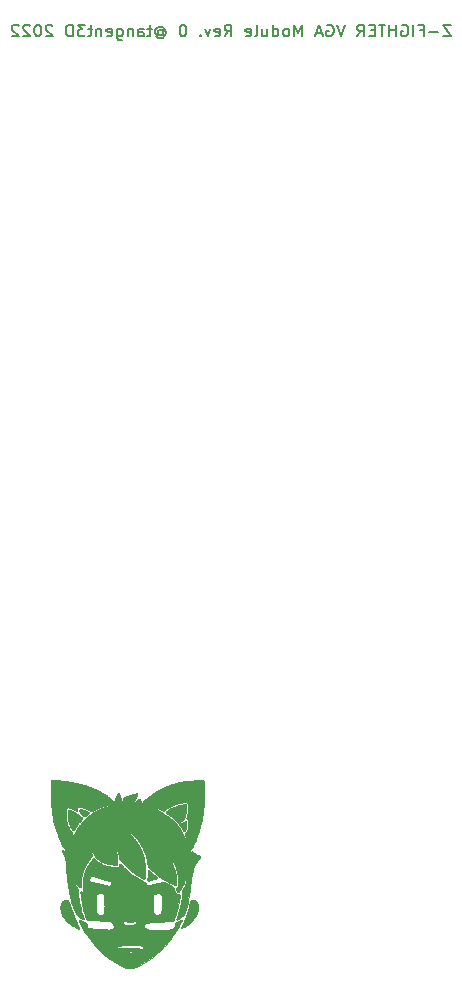
<source format=gbo>
G04 #@! TF.GenerationSoftware,KiCad,Pcbnew,5.1.10*
G04 #@! TF.CreationDate,2022-03-17T20:19:08-07:00*
G04 #@! TF.ProjectId,zf_vga,7a665f76-6761-42e6-9b69-6361645f7063,rev?*
G04 #@! TF.SameCoordinates,Original*
G04 #@! TF.FileFunction,Legend,Bot*
G04 #@! TF.FilePolarity,Positive*
%FSLAX46Y46*%
G04 Gerber Fmt 4.6, Leading zero omitted, Abs format (unit mm)*
G04 Created by KiCad (PCBNEW 5.1.10) date 2022-03-17 20:19:08*
%MOMM*%
%LPD*%
G01*
G04 APERTURE LIST*
%ADD10C,0.150000*%
%ADD11C,0.010000*%
G04 APERTURE END LIST*
D10*
X134805237Y-26835380D02*
X134138570Y-26835380D01*
X134805237Y-27835380D01*
X134138570Y-27835380D01*
X133757618Y-27454428D02*
X132995713Y-27454428D01*
X132186189Y-27311571D02*
X132519522Y-27311571D01*
X132519522Y-27835380D02*
X132519522Y-26835380D01*
X132043332Y-26835380D01*
X131662379Y-27835380D02*
X131662379Y-26835380D01*
X130662379Y-26883000D02*
X130757618Y-26835380D01*
X130900475Y-26835380D01*
X131043332Y-26883000D01*
X131138570Y-26978238D01*
X131186189Y-27073476D01*
X131233808Y-27263952D01*
X131233808Y-27406809D01*
X131186189Y-27597285D01*
X131138570Y-27692523D01*
X131043332Y-27787761D01*
X130900475Y-27835380D01*
X130805237Y-27835380D01*
X130662379Y-27787761D01*
X130614760Y-27740142D01*
X130614760Y-27406809D01*
X130805237Y-27406809D01*
X130186189Y-27835380D02*
X130186189Y-26835380D01*
X130186189Y-27311571D02*
X129614760Y-27311571D01*
X129614760Y-27835380D02*
X129614760Y-26835380D01*
X129281427Y-26835380D02*
X128709998Y-26835380D01*
X128995713Y-27835380D02*
X128995713Y-26835380D01*
X128376665Y-27311571D02*
X128043332Y-27311571D01*
X127900475Y-27835380D02*
X128376665Y-27835380D01*
X128376665Y-26835380D01*
X127900475Y-26835380D01*
X126900475Y-27835380D02*
X127233808Y-27359190D01*
X127471903Y-27835380D02*
X127471903Y-26835380D01*
X127090951Y-26835380D01*
X126995713Y-26883000D01*
X126948094Y-26930619D01*
X126900475Y-27025857D01*
X126900475Y-27168714D01*
X126948094Y-27263952D01*
X126995713Y-27311571D01*
X127090951Y-27359190D01*
X127471903Y-27359190D01*
X125852856Y-26835380D02*
X125519522Y-27835380D01*
X125186189Y-26835380D01*
X124329046Y-26883000D02*
X124424284Y-26835380D01*
X124567141Y-26835380D01*
X124709998Y-26883000D01*
X124805237Y-26978238D01*
X124852856Y-27073476D01*
X124900475Y-27263952D01*
X124900475Y-27406809D01*
X124852856Y-27597285D01*
X124805237Y-27692523D01*
X124709998Y-27787761D01*
X124567141Y-27835380D01*
X124471903Y-27835380D01*
X124329046Y-27787761D01*
X124281427Y-27740142D01*
X124281427Y-27406809D01*
X124471903Y-27406809D01*
X123900475Y-27549666D02*
X123424284Y-27549666D01*
X123995713Y-27835380D02*
X123662379Y-26835380D01*
X123329046Y-27835380D01*
X122233808Y-27835380D02*
X122233808Y-26835380D01*
X121900475Y-27549666D01*
X121567141Y-26835380D01*
X121567141Y-27835380D01*
X120948094Y-27835380D02*
X121043332Y-27787761D01*
X121090951Y-27740142D01*
X121138570Y-27644904D01*
X121138570Y-27359190D01*
X121090951Y-27263952D01*
X121043332Y-27216333D01*
X120948094Y-27168714D01*
X120805237Y-27168714D01*
X120709998Y-27216333D01*
X120662379Y-27263952D01*
X120614760Y-27359190D01*
X120614760Y-27644904D01*
X120662379Y-27740142D01*
X120709998Y-27787761D01*
X120805237Y-27835380D01*
X120948094Y-27835380D01*
X119757618Y-27835380D02*
X119757618Y-26835380D01*
X119757618Y-27787761D02*
X119852856Y-27835380D01*
X120043332Y-27835380D01*
X120138570Y-27787761D01*
X120186189Y-27740142D01*
X120233808Y-27644904D01*
X120233808Y-27359190D01*
X120186189Y-27263952D01*
X120138570Y-27216333D01*
X120043332Y-27168714D01*
X119852856Y-27168714D01*
X119757618Y-27216333D01*
X118852856Y-27168714D02*
X118852856Y-27835380D01*
X119281427Y-27168714D02*
X119281427Y-27692523D01*
X119233808Y-27787761D01*
X119138570Y-27835380D01*
X118995713Y-27835380D01*
X118900475Y-27787761D01*
X118852856Y-27740142D01*
X118233808Y-27835380D02*
X118329046Y-27787761D01*
X118376665Y-27692523D01*
X118376665Y-26835380D01*
X117471903Y-27787761D02*
X117567141Y-27835380D01*
X117757618Y-27835380D01*
X117852856Y-27787761D01*
X117900475Y-27692523D01*
X117900475Y-27311571D01*
X117852856Y-27216333D01*
X117757618Y-27168714D01*
X117567141Y-27168714D01*
X117471903Y-27216333D01*
X117424284Y-27311571D01*
X117424284Y-27406809D01*
X117900475Y-27502047D01*
X115662379Y-27835380D02*
X115995713Y-27359190D01*
X116233808Y-27835380D02*
X116233808Y-26835380D01*
X115852856Y-26835380D01*
X115757618Y-26883000D01*
X115709999Y-26930619D01*
X115662379Y-27025857D01*
X115662379Y-27168714D01*
X115709999Y-27263952D01*
X115757618Y-27311571D01*
X115852856Y-27359190D01*
X116233808Y-27359190D01*
X114852856Y-27787761D02*
X114948094Y-27835380D01*
X115138570Y-27835380D01*
X115233808Y-27787761D01*
X115281427Y-27692523D01*
X115281427Y-27311571D01*
X115233808Y-27216333D01*
X115138570Y-27168714D01*
X114948094Y-27168714D01*
X114852856Y-27216333D01*
X114805237Y-27311571D01*
X114805237Y-27406809D01*
X115281427Y-27502047D01*
X114471903Y-27168714D02*
X114233808Y-27835380D01*
X113995713Y-27168714D01*
X113614760Y-27740142D02*
X113567141Y-27787761D01*
X113614760Y-27835380D01*
X113662379Y-27787761D01*
X113614760Y-27740142D01*
X113614760Y-27835380D01*
X112186189Y-26835380D02*
X112090951Y-26835380D01*
X111995713Y-26883000D01*
X111948094Y-26930619D01*
X111900475Y-27025857D01*
X111852856Y-27216333D01*
X111852856Y-27454428D01*
X111900475Y-27644904D01*
X111948094Y-27740142D01*
X111995713Y-27787761D01*
X112090951Y-27835380D01*
X112186189Y-27835380D01*
X112281427Y-27787761D01*
X112329046Y-27740142D01*
X112376665Y-27644904D01*
X112424284Y-27454428D01*
X112424284Y-27216333D01*
X112376665Y-27025857D01*
X112329046Y-26930619D01*
X112281427Y-26883000D01*
X112186189Y-26835380D01*
X110043332Y-27359190D02*
X110090951Y-27311571D01*
X110186189Y-27263952D01*
X110281427Y-27263952D01*
X110376665Y-27311571D01*
X110424284Y-27359190D01*
X110471903Y-27454428D01*
X110471903Y-27549666D01*
X110424284Y-27644904D01*
X110376665Y-27692523D01*
X110281427Y-27740142D01*
X110186189Y-27740142D01*
X110090951Y-27692523D01*
X110043332Y-27644904D01*
X110043332Y-27263952D02*
X110043332Y-27644904D01*
X109995713Y-27692523D01*
X109948094Y-27692523D01*
X109852856Y-27644904D01*
X109805237Y-27549666D01*
X109805237Y-27311571D01*
X109900475Y-27168714D01*
X110043332Y-27073476D01*
X110233808Y-27025857D01*
X110424284Y-27073476D01*
X110567141Y-27168714D01*
X110662379Y-27311571D01*
X110709999Y-27502047D01*
X110662379Y-27692523D01*
X110567141Y-27835380D01*
X110424284Y-27930619D01*
X110233808Y-27978238D01*
X110043332Y-27930619D01*
X109900475Y-27835380D01*
X109519522Y-27168714D02*
X109138570Y-27168714D01*
X109376665Y-26835380D02*
X109376665Y-27692523D01*
X109329046Y-27787761D01*
X109233808Y-27835380D01*
X109138570Y-27835380D01*
X108376665Y-27835380D02*
X108376665Y-27311571D01*
X108424284Y-27216333D01*
X108519522Y-27168714D01*
X108709999Y-27168714D01*
X108805237Y-27216333D01*
X108376665Y-27787761D02*
X108471903Y-27835380D01*
X108709999Y-27835380D01*
X108805237Y-27787761D01*
X108852856Y-27692523D01*
X108852856Y-27597285D01*
X108805237Y-27502047D01*
X108709999Y-27454428D01*
X108471903Y-27454428D01*
X108376665Y-27406809D01*
X107900475Y-27168714D02*
X107900475Y-27835380D01*
X107900475Y-27263952D02*
X107852856Y-27216333D01*
X107757618Y-27168714D01*
X107614760Y-27168714D01*
X107519522Y-27216333D01*
X107471903Y-27311571D01*
X107471903Y-27835380D01*
X106567141Y-27168714D02*
X106567141Y-27978238D01*
X106614760Y-28073476D01*
X106662379Y-28121095D01*
X106757618Y-28168714D01*
X106900475Y-28168714D01*
X106995713Y-28121095D01*
X106567141Y-27787761D02*
X106662379Y-27835380D01*
X106852856Y-27835380D01*
X106948094Y-27787761D01*
X106995713Y-27740142D01*
X107043332Y-27644904D01*
X107043332Y-27359190D01*
X106995713Y-27263952D01*
X106948094Y-27216333D01*
X106852856Y-27168714D01*
X106662379Y-27168714D01*
X106567141Y-27216333D01*
X105709999Y-27787761D02*
X105805237Y-27835380D01*
X105995713Y-27835380D01*
X106090951Y-27787761D01*
X106138570Y-27692523D01*
X106138570Y-27311571D01*
X106090951Y-27216333D01*
X105995713Y-27168714D01*
X105805237Y-27168714D01*
X105709999Y-27216333D01*
X105662379Y-27311571D01*
X105662379Y-27406809D01*
X106138570Y-27502047D01*
X105233808Y-27168714D02*
X105233808Y-27835380D01*
X105233808Y-27263952D02*
X105186189Y-27216333D01*
X105090951Y-27168714D01*
X104948094Y-27168714D01*
X104852856Y-27216333D01*
X104805237Y-27311571D01*
X104805237Y-27835380D01*
X104471903Y-27168714D02*
X104090951Y-27168714D01*
X104329046Y-26835380D02*
X104329046Y-27692523D01*
X104281427Y-27787761D01*
X104186189Y-27835380D01*
X104090951Y-27835380D01*
X103852856Y-26835380D02*
X103233808Y-26835380D01*
X103567141Y-27216333D01*
X103424284Y-27216333D01*
X103329046Y-27263952D01*
X103281427Y-27311571D01*
X103233808Y-27406809D01*
X103233808Y-27644904D01*
X103281427Y-27740142D01*
X103329046Y-27787761D01*
X103424284Y-27835380D01*
X103709999Y-27835380D01*
X103805237Y-27787761D01*
X103852856Y-27740142D01*
X102805237Y-27835380D02*
X102805237Y-26835380D01*
X102567141Y-26835380D01*
X102424284Y-26883000D01*
X102329046Y-26978238D01*
X102281427Y-27073476D01*
X102233808Y-27263952D01*
X102233808Y-27406809D01*
X102281427Y-27597285D01*
X102329046Y-27692523D01*
X102424284Y-27787761D01*
X102567141Y-27835380D01*
X102805237Y-27835380D01*
X101090951Y-26930619D02*
X101043332Y-26883000D01*
X100948094Y-26835380D01*
X100709999Y-26835380D01*
X100614760Y-26883000D01*
X100567141Y-26930619D01*
X100519522Y-27025857D01*
X100519522Y-27121095D01*
X100567141Y-27263952D01*
X101138570Y-27835380D01*
X100519522Y-27835380D01*
X99900475Y-26835380D02*
X99805237Y-26835380D01*
X99709999Y-26883000D01*
X99662379Y-26930619D01*
X99614760Y-27025857D01*
X99567141Y-27216333D01*
X99567141Y-27454428D01*
X99614760Y-27644904D01*
X99662379Y-27740142D01*
X99709999Y-27787761D01*
X99805237Y-27835380D01*
X99900475Y-27835380D01*
X99995713Y-27787761D01*
X100043332Y-27740142D01*
X100090951Y-27644904D01*
X100138570Y-27454428D01*
X100138570Y-27216333D01*
X100090951Y-27025857D01*
X100043332Y-26930619D01*
X99995713Y-26883000D01*
X99900475Y-26835380D01*
X99186189Y-26930619D02*
X99138570Y-26883000D01*
X99043332Y-26835380D01*
X98805237Y-26835380D01*
X98709999Y-26883000D01*
X98662379Y-26930619D01*
X98614760Y-27025857D01*
X98614760Y-27121095D01*
X98662379Y-27263952D01*
X99233808Y-27835380D01*
X98614760Y-27835380D01*
X98233808Y-26930619D02*
X98186189Y-26883000D01*
X98090951Y-26835380D01*
X97852856Y-26835380D01*
X97757618Y-26883000D01*
X97709999Y-26930619D01*
X97662379Y-27025857D01*
X97662379Y-27121095D01*
X97709999Y-27263952D01*
X98281427Y-27835380D01*
X97662379Y-27835380D01*
D11*
G36*
X104543655Y-97406830D02*
G01*
X104525736Y-97413637D01*
X104506712Y-97426637D01*
X104485078Y-97447200D01*
X104459330Y-97476692D01*
X104427961Y-97516481D01*
X104403854Y-97548501D01*
X104346137Y-97627108D01*
X104294024Y-97700523D01*
X104245784Y-97771476D01*
X104199686Y-97842702D01*
X104154002Y-97916933D01*
X104107000Y-97996902D01*
X104056950Y-98085342D01*
X104009986Y-98170559D01*
X103973838Y-98237133D01*
X103943956Y-98293224D01*
X103919208Y-98341328D01*
X103898466Y-98383945D01*
X103880600Y-98423573D01*
X103864481Y-98462709D01*
X103848977Y-98503853D01*
X103832960Y-98549503D01*
X103816628Y-98598144D01*
X103771657Y-98745055D01*
X103735593Y-98888661D01*
X103707858Y-99032424D01*
X103687874Y-99179807D01*
X103675065Y-99334271D01*
X103669204Y-99481647D01*
X103668017Y-99604530D01*
X103670220Y-99714227D01*
X103675900Y-99812125D01*
X103685144Y-99899608D01*
X103698038Y-99978062D01*
X103701188Y-99993382D01*
X103713316Y-100053359D01*
X103721142Y-100100908D01*
X103724567Y-100137939D01*
X103723490Y-100166360D01*
X103717813Y-100188082D01*
X103707436Y-100205014D01*
X103692258Y-100219066D01*
X103689293Y-100221235D01*
X103669760Y-100231846D01*
X103647095Y-100236565D01*
X103617763Y-100235616D01*
X103578230Y-100229223D01*
X103574662Y-100228511D01*
X103546233Y-100223351D01*
X103527629Y-100221959D01*
X103514204Y-100224390D01*
X103503691Y-100229334D01*
X103488772Y-100239168D01*
X103478141Y-100250886D01*
X103471439Y-100266711D01*
X103468309Y-100288861D01*
X103468392Y-100319557D01*
X103471329Y-100361019D01*
X103475533Y-100403819D01*
X103488910Y-100524208D01*
X103504251Y-100648873D01*
X103521225Y-100775754D01*
X103539504Y-100902795D01*
X103558755Y-101027936D01*
X103578648Y-101149120D01*
X103598854Y-101264290D01*
X103619042Y-101371387D01*
X103638881Y-101468353D01*
X103658041Y-101553130D01*
X103663924Y-101577147D01*
X103710938Y-101754399D01*
X103765280Y-101940550D01*
X103825853Y-102132156D01*
X103891560Y-102325777D01*
X103961304Y-102517971D01*
X103978140Y-102562504D01*
X103997720Y-102606504D01*
X104019011Y-102637056D01*
X104044236Y-102655235D01*
X104075618Y-102662118D01*
X104115381Y-102658782D01*
X104156642Y-102648939D01*
X104191622Y-102640599D01*
X104228180Y-102635356D01*
X104268748Y-102633209D01*
X104315760Y-102634154D01*
X104371650Y-102638190D01*
X104438851Y-102645313D01*
X104466235Y-102648627D01*
X104549206Y-102657788D01*
X104639908Y-102665567D01*
X104739937Y-102672061D01*
X104850890Y-102677366D01*
X104974364Y-102681578D01*
X105040797Y-102683293D01*
X105099406Y-102685015D01*
X105160076Y-102687415D01*
X105218929Y-102690297D01*
X105272088Y-102693464D01*
X105315677Y-102696718D01*
X105329088Y-102697953D01*
X105374713Y-102702159D01*
X105429499Y-102706722D01*
X105487685Y-102711190D01*
X105543511Y-102715110D01*
X105564411Y-102716455D01*
X105673510Y-102724232D01*
X105768468Y-102733147D01*
X105850052Y-102743323D01*
X105919028Y-102754885D01*
X105976161Y-102767955D01*
X106022219Y-102782658D01*
X106049671Y-102794686D01*
X106073697Y-102807769D01*
X106094883Y-102821880D01*
X106114491Y-102838642D01*
X106133788Y-102859674D01*
X106154037Y-102886599D01*
X106176502Y-102921037D01*
X106202449Y-102964609D01*
X106233142Y-103018937D01*
X106253880Y-103056494D01*
X106282011Y-103108143D01*
X106303317Y-103148860D01*
X106318395Y-103180684D01*
X106327840Y-103205653D01*
X106332247Y-103225803D01*
X106332213Y-103243174D01*
X106328332Y-103259803D01*
X106321200Y-103277726D01*
X106319590Y-103281308D01*
X106305656Y-103305280D01*
X106286376Y-103325164D01*
X106259418Y-103342432D01*
X106222451Y-103358558D01*
X106173143Y-103375014D01*
X106169529Y-103376108D01*
X106126875Y-103389771D01*
X106081078Y-103405756D01*
X106038770Y-103421694D01*
X106016382Y-103430862D01*
X105984936Y-103443978D01*
X105960780Y-103452369D01*
X105938628Y-103457079D01*
X105913192Y-103459154D01*
X105879186Y-103459636D01*
X105870705Y-103459634D01*
X105822251Y-103458133D01*
X105776488Y-103453194D01*
X105726572Y-103443958D01*
X105702617Y-103438567D01*
X105649012Y-103427511D01*
X105593808Y-103419395D01*
X105531882Y-103413555D01*
X105489705Y-103410883D01*
X105446679Y-103408524D01*
X105392586Y-103405535D01*
X105331278Y-103402131D01*
X105266605Y-103398525D01*
X105202418Y-103394933D01*
X105164735Y-103392816D01*
X105103686Y-103389626D01*
X105040604Y-103386766D01*
X104979127Y-103384370D01*
X104922892Y-103382571D01*
X104875535Y-103381503D01*
X104850970Y-103381264D01*
X104756146Y-103379671D01*
X104660640Y-103375414D01*
X104568552Y-103368778D01*
X104483980Y-103360045D01*
X104425146Y-103351844D01*
X104343097Y-103339248D01*
X104272352Y-103329582D01*
X104209654Y-103322432D01*
X104156205Y-103317717D01*
X104104714Y-103311512D01*
X104064837Y-103300927D01*
X104033609Y-103284855D01*
X104008313Y-103262462D01*
X103989869Y-103237611D01*
X103979517Y-103210949D01*
X103976666Y-103178989D01*
X103980725Y-103138240D01*
X103984068Y-103119132D01*
X103993169Y-103058095D01*
X103994699Y-103008418D01*
X103988294Y-102968376D01*
X103973593Y-102936241D01*
X103950232Y-102910288D01*
X103938257Y-102901165D01*
X103919505Y-102889975D01*
X103891193Y-102875208D01*
X103857568Y-102859008D01*
X103831235Y-102847127D01*
X103784088Y-102825578D01*
X103727923Y-102798384D01*
X103666576Y-102767524D01*
X103603878Y-102734974D01*
X103543665Y-102702710D01*
X103489771Y-102672711D01*
X103463797Y-102657649D01*
X103421264Y-102634663D01*
X103388056Y-102621892D01*
X103362817Y-102619107D01*
X103344188Y-102626078D01*
X103334864Y-102635897D01*
X103328441Y-102647119D01*
X103324666Y-102659852D01*
X103323965Y-102675269D01*
X103326766Y-102694544D01*
X103333493Y-102718852D01*
X103344574Y-102749366D01*
X103360434Y-102787261D01*
X103381500Y-102833711D01*
X103408197Y-102889890D01*
X103440953Y-102956971D01*
X103480071Y-103035884D01*
X103575826Y-103221799D01*
X103673048Y-103397347D01*
X103774433Y-103567051D01*
X103882673Y-103735435D01*
X103990596Y-103893029D01*
X104083725Y-104024901D01*
X104169553Y-104145341D01*
X104248930Y-104255440D01*
X104322703Y-104356289D01*
X104391722Y-104448979D01*
X104456835Y-104534603D01*
X104518890Y-104614250D01*
X104578736Y-104689013D01*
X104637222Y-104759982D01*
X104695196Y-104828248D01*
X104753507Y-104894904D01*
X104813003Y-104961039D01*
X104865369Y-105017905D01*
X104967766Y-105123412D01*
X105083136Y-105233820D01*
X105210598Y-105348436D01*
X105349271Y-105466568D01*
X105498274Y-105587522D01*
X105656725Y-105710606D01*
X105823743Y-105835128D01*
X105998447Y-105960394D01*
X106179955Y-106085712D01*
X106367386Y-106210389D01*
X106453411Y-106266090D01*
X106538425Y-106320315D01*
X106612360Y-106366659D01*
X106676385Y-106405800D01*
X106731670Y-106438413D01*
X106779382Y-106465176D01*
X106820692Y-106486766D01*
X106856767Y-106503860D01*
X106882970Y-106514882D01*
X106913247Y-106527109D01*
X106951132Y-106542823D01*
X106990557Y-106559492D01*
X107009970Y-106567836D01*
X107140591Y-106619614D01*
X107278721Y-106665577D01*
X107395993Y-106698102D01*
X107444522Y-106709968D01*
X107483295Y-106718419D01*
X107516929Y-106724120D01*
X107550042Y-106727737D01*
X107587250Y-106729936D01*
X107625463Y-106731185D01*
X107667519Y-106732023D01*
X107707147Y-106732326D01*
X107740544Y-106732098D01*
X107763906Y-106731343D01*
X107768235Y-106731029D01*
X107835821Y-106723238D01*
X107899763Y-106711973D01*
X107963247Y-106696324D01*
X108029459Y-106675384D01*
X108101585Y-106648244D01*
X108182809Y-106613996D01*
X108190323Y-106610690D01*
X108430156Y-106498525D01*
X108670556Y-106373769D01*
X108908283Y-106238275D01*
X109140094Y-106093899D01*
X109362749Y-105942497D01*
X109382607Y-105928317D01*
X109600827Y-105764334D01*
X109818616Y-105585667D01*
X110035701Y-105392573D01*
X110103732Y-105327325D01*
X107865352Y-105327325D01*
X107862952Y-105350041D01*
X107853553Y-105368006D01*
X107840210Y-105382437D01*
X107813959Y-105402491D01*
X107781877Y-105416177D01*
X107741272Y-105424246D01*
X107689448Y-105427452D01*
X107678588Y-105427571D01*
X107638105Y-105426781D01*
X107608423Y-105423610D01*
X107585515Y-105417526D01*
X107577426Y-105414193D01*
X107542160Y-105392309D01*
X107519168Y-105365667D01*
X107508664Y-105336459D01*
X107510860Y-105306875D01*
X107525969Y-105279107D01*
X107554204Y-105255345D01*
X107561585Y-105251193D01*
X107582012Y-105244932D01*
X107613312Y-105240532D01*
X107651645Y-105237997D01*
X107693168Y-105237328D01*
X107734043Y-105238528D01*
X107770427Y-105241599D01*
X107798480Y-105246543D01*
X107810974Y-105251050D01*
X107841461Y-105271635D01*
X107858916Y-105294531D01*
X107865245Y-105322409D01*
X107865352Y-105327325D01*
X110103732Y-105327325D01*
X110251808Y-105185309D01*
X110457942Y-104973108D01*
X108779991Y-104973108D01*
X108778759Y-105009783D01*
X108763958Y-105044785D01*
X108744226Y-105068600D01*
X108718497Y-105089574D01*
X108690328Y-105103868D01*
X108657999Y-105111472D01*
X108619789Y-105112378D01*
X108573979Y-105106576D01*
X108518850Y-105094056D01*
X108452680Y-105074809D01*
X108427803Y-105066874D01*
X108380806Y-105051876D01*
X108342253Y-105040428D01*
X108308061Y-105031664D01*
X108274145Y-105024717D01*
X108236421Y-105018719D01*
X108190806Y-105012803D01*
X108151391Y-105008177D01*
X108117308Y-105004373D01*
X108085835Y-105001182D01*
X108055274Y-104998552D01*
X108023929Y-104996429D01*
X107990105Y-104994762D01*
X107952105Y-104993499D01*
X107908234Y-104992586D01*
X107856793Y-104991973D01*
X107796089Y-104991607D01*
X107724423Y-104991435D01*
X107640101Y-104991405D01*
X107607617Y-104991418D01*
X107515559Y-104991538D01*
X107436932Y-104991817D01*
X107370230Y-104992297D01*
X107313944Y-104993015D01*
X107266564Y-104994014D01*
X107226584Y-104995331D01*
X107192493Y-104997008D01*
X107162785Y-104999083D01*
X107135951Y-105001597D01*
X107110823Y-105004547D01*
X107065408Y-105009787D01*
X107011106Y-105015163D01*
X106953959Y-105020123D01*
X106900005Y-105024117D01*
X106886705Y-105024963D01*
X106840873Y-105028019D01*
X106796164Y-105031477D01*
X106756505Y-105035000D01*
X106725828Y-105038250D01*
X106714882Y-105039698D01*
X106655484Y-105046187D01*
X106605805Y-105046687D01*
X106567277Y-105041258D01*
X106544926Y-105032376D01*
X106528476Y-105019866D01*
X106521718Y-105005153D01*
X106520646Y-104988354D01*
X106524386Y-104966809D01*
X106536609Y-104946572D01*
X106558817Y-104926236D01*
X106592514Y-104904391D01*
X106633829Y-104882317D01*
X106685446Y-104858743D01*
X106742388Y-104837464D01*
X106805555Y-104818354D01*
X106875846Y-104801285D01*
X106954161Y-104786129D01*
X107041400Y-104772759D01*
X107138462Y-104761046D01*
X107246248Y-104750864D01*
X107365657Y-104742085D01*
X107497588Y-104734582D01*
X107642943Y-104728225D01*
X107745823Y-104724624D01*
X107836675Y-104722003D01*
X107915335Y-104720513D01*
X107984522Y-104720316D01*
X108046952Y-104721574D01*
X108105344Y-104724450D01*
X108162417Y-104729105D01*
X108220887Y-104735702D01*
X108283473Y-104744403D01*
X108352892Y-104755370D01*
X108403235Y-104763836D01*
X108462450Y-104774279D01*
X108509713Y-104783530D01*
X108547878Y-104792393D01*
X108579797Y-104801675D01*
X108608325Y-104812183D01*
X108636316Y-104824722D01*
X108658911Y-104836068D01*
X108707114Y-104866241D01*
X108743685Y-104900018D01*
X108768138Y-104936080D01*
X108779991Y-104973108D01*
X110457942Y-104973108D01*
X110466662Y-104964132D01*
X110679990Y-104729298D01*
X110760753Y-104636353D01*
X110822082Y-104563816D01*
X110887274Y-104484684D01*
X110955400Y-104400209D01*
X111025529Y-104311645D01*
X111096730Y-104220245D01*
X111168073Y-104127261D01*
X111238627Y-104033947D01*
X111307462Y-103941555D01*
X111373648Y-103851340D01*
X111436253Y-103764552D01*
X111494347Y-103682446D01*
X111547000Y-103606275D01*
X111593281Y-103537291D01*
X111632260Y-103476748D01*
X111663006Y-103425898D01*
X111673400Y-103407441D01*
X111737129Y-103290133D01*
X111794055Y-103183514D01*
X111845217Y-103085556D01*
X111891656Y-102994232D01*
X111934410Y-102907512D01*
X111974519Y-102823369D01*
X111991918Y-102785945D01*
X112014809Y-102732760D01*
X112028954Y-102690855D01*
X112034357Y-102659399D01*
X112031024Y-102637562D01*
X112018962Y-102624516D01*
X111998177Y-102619429D01*
X111993074Y-102619294D01*
X111973210Y-102624124D01*
X111942460Y-102638662D01*
X111900675Y-102662983D01*
X111891848Y-102668483D01*
X111859113Y-102688033D01*
X111816783Y-102711811D01*
X111768784Y-102737693D01*
X111719046Y-102763553D01*
X111678268Y-102783964D01*
X111618244Y-102814217D01*
X111570602Y-102840902D01*
X111533844Y-102865983D01*
X111506470Y-102891419D01*
X111486982Y-102919175D01*
X111473882Y-102951211D01*
X111465671Y-102989491D01*
X111460851Y-103035975D01*
X111458838Y-103071264D01*
X111456374Y-103115561D01*
X111452726Y-103149470D01*
X111446407Y-103176896D01*
X111435929Y-103201745D01*
X111419804Y-103227923D01*
X111396543Y-103259336D01*
X111378324Y-103282598D01*
X111340344Y-103326281D01*
X111299471Y-103365603D01*
X111258854Y-103397856D01*
X111221642Y-103420330D01*
X111214355Y-103423639D01*
X111193755Y-103429455D01*
X111161926Y-103434918D01*
X111122577Y-103439464D01*
X111096382Y-103441552D01*
X111051914Y-103445118D01*
X111004037Y-103449948D01*
X110959654Y-103455303D01*
X110935764Y-103458745D01*
X110873616Y-103467092D01*
X110802677Y-103473761D01*
X110722008Y-103478781D01*
X110630671Y-103482184D01*
X110527728Y-103483999D01*
X110412242Y-103484256D01*
X110283272Y-103482986D01*
X110216844Y-103481853D01*
X110133810Y-103480372D01*
X110044142Y-103478961D01*
X109951375Y-103477664D01*
X109859041Y-103476523D01*
X109770676Y-103475581D01*
X109689811Y-103474884D01*
X109619981Y-103474473D01*
X109613470Y-103474448D01*
X109525828Y-103473846D01*
X109451263Y-103472525D01*
X109387917Y-103470201D01*
X109333932Y-103466591D01*
X109287449Y-103461413D01*
X109246612Y-103454383D01*
X109209562Y-103445218D01*
X109174440Y-103433636D01*
X109139390Y-103419354D01*
X109102553Y-103402087D01*
X109086793Y-103394227D01*
X109052840Y-103377814D01*
X109013300Y-103359782D01*
X108976514Y-103343931D01*
X108975211Y-103343393D01*
X108919255Y-103315308D01*
X108877012Y-103282364D01*
X108847783Y-103243637D01*
X108830865Y-103198203D01*
X108825556Y-103145970D01*
X108829791Y-103092809D01*
X108841482Y-103042350D01*
X108859403Y-102998361D01*
X108882331Y-102964608D01*
X108885650Y-102961133D01*
X108907608Y-102941387D01*
X108931259Y-102925395D01*
X108958919Y-102912378D01*
X108992903Y-102901555D01*
X109035528Y-102892147D01*
X109089109Y-102883375D01*
X109135352Y-102877069D01*
X109181295Y-102870442D01*
X109231487Y-102862076D01*
X109278890Y-102853193D01*
X109307176Y-102847203D01*
X109344927Y-102839628D01*
X109391939Y-102831685D01*
X109442585Y-102824251D01*
X109491236Y-102818204D01*
X109497676Y-102817507D01*
X109537711Y-102813051D01*
X109572972Y-102808727D01*
X109600541Y-102804924D01*
X109617501Y-102802029D01*
X109620940Y-102801108D01*
X109633052Y-102799138D01*
X109659927Y-102797006D01*
X109701386Y-102794717D01*
X109729387Y-102793495D01*
X108221942Y-102793495D01*
X108210298Y-102826291D01*
X108184240Y-102862657D01*
X108152244Y-102895069D01*
X108077746Y-102955868D01*
X108000723Y-103003649D01*
X107918829Y-103039428D01*
X107829720Y-103064223D01*
X107731053Y-103079050D01*
X107727146Y-103079425D01*
X107694668Y-103082637D01*
X107656891Y-103086595D01*
X107630029Y-103089545D01*
X107552713Y-103095612D01*
X107480135Y-103096126D01*
X107415503Y-103091172D01*
X107367886Y-103082394D01*
X107291075Y-103057439D01*
X107221058Y-103023870D01*
X107160811Y-102983234D01*
X107136544Y-102961969D01*
X107106560Y-102929688D01*
X107081186Y-102895716D01*
X107062429Y-102863267D01*
X107052298Y-102835554D01*
X107051086Y-102825136D01*
X107057810Y-102799324D01*
X107075723Y-102773748D01*
X107101568Y-102752463D01*
X107115260Y-102745214D01*
X107128549Y-102739637D01*
X107140829Y-102735902D01*
X107154277Y-102734234D01*
X107171070Y-102734857D01*
X107193383Y-102737996D01*
X107223395Y-102743876D01*
X107263281Y-102752722D01*
X107315217Y-102764759D01*
X107323735Y-102766749D01*
X107377380Y-102779200D01*
X107419818Y-102788624D01*
X107454380Y-102795449D01*
X107484393Y-102800105D01*
X107513189Y-102803020D01*
X107544096Y-102804624D01*
X107580443Y-102805346D01*
X107625402Y-102805613D01*
X107707792Y-102804243D01*
X107780425Y-102798996D01*
X107848154Y-102789142D01*
X107915827Y-102773947D01*
X107988297Y-102752680D01*
X107998888Y-102749246D01*
X108055340Y-102731875D01*
X108100222Y-102720857D01*
X108135437Y-102716091D01*
X108162890Y-102717473D01*
X108184484Y-102724900D01*
X108202103Y-102738249D01*
X108219201Y-102764178D01*
X108221942Y-102793495D01*
X109729387Y-102793495D01*
X109757251Y-102792279D01*
X109827345Y-102789697D01*
X109911490Y-102786977D01*
X110009508Y-102784127D01*
X110121221Y-102781152D01*
X110246451Y-102778059D01*
X110300764Y-102776779D01*
X110380712Y-102774762D01*
X110463820Y-102772382D01*
X110547262Y-102769739D01*
X110628211Y-102766931D01*
X110703841Y-102764059D01*
X110771324Y-102761223D01*
X110827834Y-102758522D01*
X110846865Y-102757495D01*
X110907715Y-102754327D01*
X110970794Y-102751507D01*
X111032382Y-102749167D01*
X111088756Y-102747442D01*
X111136194Y-102746465D01*
X111159002Y-102746294D01*
X111211647Y-102745746D01*
X111251767Y-102743664D01*
X111281749Y-102739389D01*
X111303984Y-102732265D01*
X111320861Y-102721633D01*
X111334769Y-102706836D01*
X111342649Y-102695736D01*
X111352476Y-102677083D01*
X111366059Y-102645661D01*
X111382882Y-102603020D01*
X111402429Y-102550707D01*
X111424184Y-102490273D01*
X111447631Y-102423265D01*
X111472253Y-102351233D01*
X111497535Y-102275726D01*
X111522962Y-102198292D01*
X111548016Y-102120481D01*
X111572182Y-102043840D01*
X111594943Y-101969920D01*
X111615785Y-101900269D01*
X111634191Y-101836435D01*
X111649644Y-101779968D01*
X111656249Y-101754399D01*
X111667573Y-101710177D01*
X111681532Y-101656805D01*
X111696738Y-101599525D01*
X111711804Y-101543576D01*
X111720037Y-101513414D01*
X111766739Y-101331304D01*
X111803927Y-101159263D01*
X111815050Y-101094116D01*
X110358739Y-101094116D01*
X110358310Y-101177043D01*
X110357103Y-101257762D01*
X110355075Y-101334556D01*
X110354309Y-101356345D01*
X110350283Y-101459746D01*
X110346380Y-101549609D01*
X110342461Y-101627337D01*
X110338388Y-101694331D01*
X110334024Y-101751993D01*
X110329228Y-101801725D01*
X110323865Y-101844927D01*
X110317794Y-101883003D01*
X110310879Y-101917354D01*
X110302981Y-101949381D01*
X110293961Y-101980485D01*
X110292226Y-101986037D01*
X110268257Y-102047152D01*
X110237931Y-102096584D01*
X110199912Y-102135311D01*
X110152863Y-102164315D01*
X110095451Y-102184575D01*
X110026338Y-102197071D01*
X110001121Y-102199625D01*
X109940353Y-102202914D01*
X109887081Y-102201106D01*
X109834594Y-102193737D01*
X109796499Y-102185451D01*
X109745752Y-102169724D01*
X109706777Y-102149067D01*
X109676706Y-102121521D01*
X109654558Y-102088630D01*
X109632146Y-102047794D01*
X109628089Y-101460928D01*
X105502879Y-101460928D01*
X105502512Y-101510420D01*
X105501507Y-101556863D01*
X105499845Y-101602633D01*
X105497510Y-101650106D01*
X105494562Y-101700411D01*
X105491062Y-101757580D01*
X105487648Y-101814640D01*
X105484504Y-101868372D01*
X105481819Y-101915557D01*
X105479779Y-101952975D01*
X105478945Y-101969353D01*
X105476141Y-102006531D01*
X105471728Y-102042178D01*
X105466429Y-102071087D01*
X105463262Y-102082628D01*
X105441017Y-102125561D01*
X105406962Y-102161493D01*
X105363057Y-102189220D01*
X105311263Y-102207540D01*
X105253540Y-102215250D01*
X105246911Y-102215399D01*
X105223454Y-102214301D01*
X105189240Y-102210933D01*
X105148199Y-102205761D01*
X105104263Y-102199253D01*
X105086293Y-102196302D01*
X105016795Y-102183296D01*
X104960286Y-102169641D01*
X104914817Y-102154434D01*
X104878438Y-102136771D01*
X104849200Y-102115751D01*
X104825152Y-102090471D01*
X104809261Y-102068031D01*
X104796042Y-102045475D01*
X104785547Y-102022714D01*
X104777344Y-101997474D01*
X104771003Y-101967479D01*
X104766092Y-101930456D01*
X104762181Y-101884128D01*
X104758838Y-101826221D01*
X104757316Y-101793794D01*
X104755602Y-101743231D01*
X104754467Y-101682784D01*
X104753877Y-101613891D01*
X104753797Y-101537990D01*
X104754192Y-101456519D01*
X104755027Y-101370916D01*
X104756267Y-101282619D01*
X104757879Y-101193066D01*
X104759826Y-101103696D01*
X104762074Y-101015945D01*
X104764589Y-100931254D01*
X104767335Y-100851058D01*
X104770277Y-100776797D01*
X104773382Y-100709909D01*
X104776614Y-100651831D01*
X104779938Y-100604001D01*
X104783320Y-100567859D01*
X104786725Y-100544841D01*
X104787620Y-100541146D01*
X104804018Y-100502894D01*
X104829803Y-100465073D01*
X104860699Y-100433382D01*
X104877794Y-100420952D01*
X104913797Y-100404301D01*
X104962963Y-100390097D01*
X105023669Y-100378661D01*
X105094290Y-100370311D01*
X105157347Y-100366043D01*
X105202647Y-100364249D01*
X105236597Y-100363939D01*
X105262732Y-100365299D01*
X105284589Y-100368517D01*
X105305702Y-100373778D01*
X105306121Y-100373899D01*
X105358953Y-100394875D01*
X105399759Y-100424056D01*
X105429610Y-100462460D01*
X105449112Y-100509489D01*
X105456336Y-100541920D01*
X105463322Y-100588197D01*
X105469990Y-100647227D01*
X105476259Y-100717914D01*
X105482052Y-100799166D01*
X105487287Y-100889886D01*
X105491885Y-100988982D01*
X105495767Y-101095360D01*
X105498302Y-101184941D01*
X105500318Y-101270393D01*
X105501765Y-101343291D01*
X105502624Y-101406011D01*
X105502879Y-101460928D01*
X109628089Y-101460928D01*
X109627523Y-101379176D01*
X109626543Y-101250522D01*
X109625469Y-101133790D01*
X109624306Y-101029333D01*
X109623060Y-100937502D01*
X109621739Y-100858649D01*
X109620348Y-100793127D01*
X109618894Y-100741286D01*
X109617383Y-100703478D01*
X109615820Y-100680056D01*
X109614895Y-100673206D01*
X109607405Y-100611537D01*
X109612747Y-100556868D01*
X109630814Y-100509557D01*
X109661501Y-100469964D01*
X109679167Y-100454934D01*
X109705548Y-100438401D01*
X109737630Y-100424776D01*
X109776838Y-100413832D01*
X109824594Y-100405341D01*
X109882322Y-100399074D01*
X109951446Y-100394803D01*
X110033390Y-100392301D01*
X110073989Y-100391700D01*
X110120679Y-100391277D01*
X110155218Y-100391383D01*
X110180395Y-100392327D01*
X110198998Y-100394419D01*
X110213815Y-100397969D01*
X110227636Y-100403286D01*
X110242758Y-100410441D01*
X110279657Y-100434045D01*
X110307005Y-100465208D01*
X110326847Y-100506624D01*
X110334391Y-100531264D01*
X110339107Y-100556918D01*
X110343417Y-100595793D01*
X110347280Y-100646176D01*
X110350653Y-100706352D01*
X110353496Y-100774606D01*
X110355768Y-100849225D01*
X110357427Y-100928492D01*
X110358431Y-101010694D01*
X110358739Y-101094116D01*
X111815050Y-101094116D01*
X111831801Y-100996008D01*
X111850559Y-100840253D01*
X111860403Y-100690716D01*
X111862117Y-100599100D01*
X111861933Y-100556368D01*
X111861158Y-100525838D01*
X111859457Y-100504776D01*
X111856496Y-100490444D01*
X111851941Y-100480108D01*
X111846634Y-100472507D01*
X111825197Y-100456813D01*
X111795409Y-100452961D01*
X111758065Y-100460978D01*
X111738702Y-100468601D01*
X111699128Y-100480236D01*
X111662481Y-100478339D01*
X111627902Y-100462544D01*
X111594528Y-100432487D01*
X111566570Y-100395610D01*
X111551935Y-100371681D01*
X111532118Y-100336535D01*
X111508294Y-100292472D01*
X111481641Y-100241794D01*
X111453337Y-100186803D01*
X111424558Y-100129801D01*
X111396483Y-100073089D01*
X111370287Y-100018970D01*
X111347149Y-99969744D01*
X111334446Y-99941773D01*
X111308986Y-99886154D01*
X111286666Y-99842217D01*
X111265306Y-99807681D01*
X111242721Y-99780266D01*
X111216731Y-99757694D01*
X111185153Y-99737685D01*
X111145805Y-99717958D01*
X111101401Y-99698330D01*
X111077149Y-99687438D01*
X111041762Y-99670858D01*
X110997436Y-99649651D01*
X110946363Y-99624879D01*
X110890740Y-99597604D01*
X110832760Y-99568889D01*
X110795393Y-99550228D01*
X110561640Y-99433088D01*
X110477893Y-99433335D01*
X110451289Y-99433693D01*
X110426756Y-99434855D01*
X110401908Y-99437210D01*
X110374361Y-99441146D01*
X110341728Y-99447052D01*
X110301625Y-99455315D01*
X110251665Y-99466325D01*
X110192440Y-99479786D01*
X110051483Y-99512083D01*
X109924355Y-99541220D01*
X109810320Y-99567352D01*
X109708636Y-99590633D01*
X109618567Y-99611217D01*
X109539374Y-99629258D01*
X109470316Y-99644911D01*
X109410657Y-99658330D01*
X109359656Y-99669669D01*
X109316576Y-99679083D01*
X109280677Y-99686726D01*
X109251221Y-99692751D01*
X109227468Y-99697313D01*
X109208681Y-99700567D01*
X109194121Y-99702667D01*
X109183048Y-99703766D01*
X109174724Y-99704020D01*
X109168410Y-99703582D01*
X109163368Y-99702607D01*
X109158858Y-99701249D01*
X109154142Y-99699662D01*
X109148482Y-99698000D01*
X109147970Y-99697870D01*
X109116190Y-99686256D01*
X109089012Y-99667501D01*
X109064323Y-99639453D01*
X109040008Y-99599962D01*
X109027239Y-99575067D01*
X109004599Y-99532702D01*
X109000544Y-99526655D01*
X106050992Y-99526655D01*
X106045555Y-99585548D01*
X106030432Y-99636766D01*
X106006511Y-99678934D01*
X105974681Y-99710678D01*
X105935829Y-99730621D01*
X105916152Y-99735403D01*
X105904194Y-99736938D01*
X105890932Y-99737426D01*
X105874886Y-99736607D01*
X105854577Y-99734217D01*
X105828524Y-99729995D01*
X105795247Y-99723680D01*
X105753267Y-99715010D01*
X105701103Y-99703722D01*
X105637274Y-99689554D01*
X105564411Y-99673173D01*
X105511017Y-99661128D01*
X105445239Y-99646291D01*
X105369267Y-99629158D01*
X105285295Y-99610222D01*
X105195512Y-99589977D01*
X105102110Y-99568918D01*
X105007282Y-99547538D01*
X104913216Y-99526331D01*
X104832293Y-99508089D01*
X104728760Y-99484711D01*
X104638777Y-99464244D01*
X104561305Y-99446360D01*
X104495310Y-99430729D01*
X104439755Y-99417025D01*
X104393602Y-99404919D01*
X104355815Y-99394082D01*
X104325358Y-99384186D01*
X104301195Y-99374902D01*
X104282288Y-99365903D01*
X104267600Y-99356859D01*
X104256096Y-99347443D01*
X104246739Y-99337327D01*
X104238492Y-99326181D01*
X104233323Y-99318363D01*
X104222132Y-99299979D01*
X104215771Y-99284653D01*
X104213249Y-99267370D01*
X104213578Y-99243120D01*
X104214683Y-99223911D01*
X104221273Y-99171621D01*
X104233987Y-99113229D01*
X104251129Y-99055053D01*
X104270998Y-99003409D01*
X104277864Y-98988877D01*
X104305224Y-98948183D01*
X104330662Y-98925377D01*
X104343958Y-98916563D01*
X104357100Y-98909619D01*
X104371320Y-98904760D01*
X104387846Y-98902200D01*
X104407910Y-98902153D01*
X104432742Y-98904835D01*
X104463573Y-98910458D01*
X104501632Y-98919238D01*
X104548150Y-98931389D01*
X104604358Y-98947125D01*
X104671485Y-98966660D01*
X104750763Y-98990209D01*
X104817352Y-99010159D01*
X104903968Y-99036148D01*
X105001044Y-99065262D01*
X105104724Y-99096345D01*
X105211154Y-99128242D01*
X105316478Y-99159797D01*
X105416842Y-99189855D01*
X105508389Y-99217261D01*
X105534344Y-99225028D01*
X105606412Y-99246721D01*
X105675204Y-99267675D01*
X105739179Y-99287402D01*
X105796793Y-99305416D01*
X105846502Y-99321228D01*
X105886764Y-99334353D01*
X105916036Y-99344304D01*
X105932773Y-99350592D01*
X105934216Y-99351240D01*
X105982508Y-99381023D01*
X106018269Y-99418497D01*
X106041125Y-99463101D01*
X106050704Y-99514279D01*
X106050992Y-99526655D01*
X109000544Y-99526655D01*
X108984117Y-99502160D01*
X108968675Y-99486220D01*
X108955891Y-99478229D01*
X108931705Y-99464617D01*
X108898085Y-99446432D01*
X108856999Y-99424724D01*
X108810413Y-99400543D01*
X108760295Y-99374937D01*
X108754352Y-99371927D01*
X108609703Y-99295766D01*
X108459953Y-99211361D01*
X108308717Y-99120958D01*
X108159609Y-99026801D01*
X108016244Y-98931136D01*
X107882235Y-98836210D01*
X107831735Y-98798703D01*
X107769141Y-98750068D01*
X107698321Y-98692532D01*
X107621385Y-98627981D01*
X107540444Y-98558302D01*
X107457608Y-98485382D01*
X107374986Y-98411108D01*
X107294689Y-98337369D01*
X107218828Y-98266050D01*
X107149511Y-98199038D01*
X107088850Y-98138222D01*
X107062264Y-98110557D01*
X107009664Y-98054971D01*
X106966315Y-98009256D01*
X106931182Y-97972447D01*
X106903227Y-97943581D01*
X106881413Y-97921694D01*
X106864705Y-97905821D01*
X106852066Y-97894998D01*
X106842460Y-97888261D01*
X106834849Y-97884646D01*
X106828198Y-97883189D01*
X106821470Y-97882926D01*
X106817565Y-97882941D01*
X106796272Y-97885903D01*
X106780409Y-97896068D01*
X106768838Y-97915354D01*
X106760418Y-97945679D01*
X106754010Y-97988959D01*
X106753879Y-97990100D01*
X106745699Y-98041834D01*
X106733577Y-98081929D01*
X106716186Y-98113457D01*
X106692196Y-98139492D01*
X106687507Y-98143476D01*
X106669623Y-98156684D01*
X106650769Y-98166645D01*
X106628903Y-98173569D01*
X106601986Y-98177665D01*
X106567978Y-98179143D01*
X106524838Y-98178213D01*
X106470528Y-98175085D01*
X106418148Y-98171179D01*
X106273189Y-98158311D01*
X106139829Y-98143340D01*
X106014806Y-98125704D01*
X105894857Y-98104837D01*
X105776720Y-98080177D01*
X105657131Y-98051161D01*
X105541999Y-98019842D01*
X105392574Y-97970124D01*
X105248726Y-97907474D01*
X105109885Y-97831546D01*
X104975487Y-97741994D01*
X104844962Y-97638471D01*
X104717745Y-97520629D01*
X104705821Y-97508687D01*
X104669692Y-97472590D01*
X104641908Y-97445921D01*
X104620521Y-97427278D01*
X104603588Y-97415254D01*
X104589161Y-97408447D01*
X104575297Y-97405450D01*
X104561976Y-97404851D01*
X104543655Y-97406830D01*
G37*
X104543655Y-97406830D02*
X104525736Y-97413637D01*
X104506712Y-97426637D01*
X104485078Y-97447200D01*
X104459330Y-97476692D01*
X104427961Y-97516481D01*
X104403854Y-97548501D01*
X104346137Y-97627108D01*
X104294024Y-97700523D01*
X104245784Y-97771476D01*
X104199686Y-97842702D01*
X104154002Y-97916933D01*
X104107000Y-97996902D01*
X104056950Y-98085342D01*
X104009986Y-98170559D01*
X103973838Y-98237133D01*
X103943956Y-98293224D01*
X103919208Y-98341328D01*
X103898466Y-98383945D01*
X103880600Y-98423573D01*
X103864481Y-98462709D01*
X103848977Y-98503853D01*
X103832960Y-98549503D01*
X103816628Y-98598144D01*
X103771657Y-98745055D01*
X103735593Y-98888661D01*
X103707858Y-99032424D01*
X103687874Y-99179807D01*
X103675065Y-99334271D01*
X103669204Y-99481647D01*
X103668017Y-99604530D01*
X103670220Y-99714227D01*
X103675900Y-99812125D01*
X103685144Y-99899608D01*
X103698038Y-99978062D01*
X103701188Y-99993382D01*
X103713316Y-100053359D01*
X103721142Y-100100908D01*
X103724567Y-100137939D01*
X103723490Y-100166360D01*
X103717813Y-100188082D01*
X103707436Y-100205014D01*
X103692258Y-100219066D01*
X103689293Y-100221235D01*
X103669760Y-100231846D01*
X103647095Y-100236565D01*
X103617763Y-100235616D01*
X103578230Y-100229223D01*
X103574662Y-100228511D01*
X103546233Y-100223351D01*
X103527629Y-100221959D01*
X103514204Y-100224390D01*
X103503691Y-100229334D01*
X103488772Y-100239168D01*
X103478141Y-100250886D01*
X103471439Y-100266711D01*
X103468309Y-100288861D01*
X103468392Y-100319557D01*
X103471329Y-100361019D01*
X103475533Y-100403819D01*
X103488910Y-100524208D01*
X103504251Y-100648873D01*
X103521225Y-100775754D01*
X103539504Y-100902795D01*
X103558755Y-101027936D01*
X103578648Y-101149120D01*
X103598854Y-101264290D01*
X103619042Y-101371387D01*
X103638881Y-101468353D01*
X103658041Y-101553130D01*
X103663924Y-101577147D01*
X103710938Y-101754399D01*
X103765280Y-101940550D01*
X103825853Y-102132156D01*
X103891560Y-102325777D01*
X103961304Y-102517971D01*
X103978140Y-102562504D01*
X103997720Y-102606504D01*
X104019011Y-102637056D01*
X104044236Y-102655235D01*
X104075618Y-102662118D01*
X104115381Y-102658782D01*
X104156642Y-102648939D01*
X104191622Y-102640599D01*
X104228180Y-102635356D01*
X104268748Y-102633209D01*
X104315760Y-102634154D01*
X104371650Y-102638190D01*
X104438851Y-102645313D01*
X104466235Y-102648627D01*
X104549206Y-102657788D01*
X104639908Y-102665567D01*
X104739937Y-102672061D01*
X104850890Y-102677366D01*
X104974364Y-102681578D01*
X105040797Y-102683293D01*
X105099406Y-102685015D01*
X105160076Y-102687415D01*
X105218929Y-102690297D01*
X105272088Y-102693464D01*
X105315677Y-102696718D01*
X105329088Y-102697953D01*
X105374713Y-102702159D01*
X105429499Y-102706722D01*
X105487685Y-102711190D01*
X105543511Y-102715110D01*
X105564411Y-102716455D01*
X105673510Y-102724232D01*
X105768468Y-102733147D01*
X105850052Y-102743323D01*
X105919028Y-102754885D01*
X105976161Y-102767955D01*
X106022219Y-102782658D01*
X106049671Y-102794686D01*
X106073697Y-102807769D01*
X106094883Y-102821880D01*
X106114491Y-102838642D01*
X106133788Y-102859674D01*
X106154037Y-102886599D01*
X106176502Y-102921037D01*
X106202449Y-102964609D01*
X106233142Y-103018937D01*
X106253880Y-103056494D01*
X106282011Y-103108143D01*
X106303317Y-103148860D01*
X106318395Y-103180684D01*
X106327840Y-103205653D01*
X106332247Y-103225803D01*
X106332213Y-103243174D01*
X106328332Y-103259803D01*
X106321200Y-103277726D01*
X106319590Y-103281308D01*
X106305656Y-103305280D01*
X106286376Y-103325164D01*
X106259418Y-103342432D01*
X106222451Y-103358558D01*
X106173143Y-103375014D01*
X106169529Y-103376108D01*
X106126875Y-103389771D01*
X106081078Y-103405756D01*
X106038770Y-103421694D01*
X106016382Y-103430862D01*
X105984936Y-103443978D01*
X105960780Y-103452369D01*
X105938628Y-103457079D01*
X105913192Y-103459154D01*
X105879186Y-103459636D01*
X105870705Y-103459634D01*
X105822251Y-103458133D01*
X105776488Y-103453194D01*
X105726572Y-103443958D01*
X105702617Y-103438567D01*
X105649012Y-103427511D01*
X105593808Y-103419395D01*
X105531882Y-103413555D01*
X105489705Y-103410883D01*
X105446679Y-103408524D01*
X105392586Y-103405535D01*
X105331278Y-103402131D01*
X105266605Y-103398525D01*
X105202418Y-103394933D01*
X105164735Y-103392816D01*
X105103686Y-103389626D01*
X105040604Y-103386766D01*
X104979127Y-103384370D01*
X104922892Y-103382571D01*
X104875535Y-103381503D01*
X104850970Y-103381264D01*
X104756146Y-103379671D01*
X104660640Y-103375414D01*
X104568552Y-103368778D01*
X104483980Y-103360045D01*
X104425146Y-103351844D01*
X104343097Y-103339248D01*
X104272352Y-103329582D01*
X104209654Y-103322432D01*
X104156205Y-103317717D01*
X104104714Y-103311512D01*
X104064837Y-103300927D01*
X104033609Y-103284855D01*
X104008313Y-103262462D01*
X103989869Y-103237611D01*
X103979517Y-103210949D01*
X103976666Y-103178989D01*
X103980725Y-103138240D01*
X103984068Y-103119132D01*
X103993169Y-103058095D01*
X103994699Y-103008418D01*
X103988294Y-102968376D01*
X103973593Y-102936241D01*
X103950232Y-102910288D01*
X103938257Y-102901165D01*
X103919505Y-102889975D01*
X103891193Y-102875208D01*
X103857568Y-102859008D01*
X103831235Y-102847127D01*
X103784088Y-102825578D01*
X103727923Y-102798384D01*
X103666576Y-102767524D01*
X103603878Y-102734974D01*
X103543665Y-102702710D01*
X103489771Y-102672711D01*
X103463797Y-102657649D01*
X103421264Y-102634663D01*
X103388056Y-102621892D01*
X103362817Y-102619107D01*
X103344188Y-102626078D01*
X103334864Y-102635897D01*
X103328441Y-102647119D01*
X103324666Y-102659852D01*
X103323965Y-102675269D01*
X103326766Y-102694544D01*
X103333493Y-102718852D01*
X103344574Y-102749366D01*
X103360434Y-102787261D01*
X103381500Y-102833711D01*
X103408197Y-102889890D01*
X103440953Y-102956971D01*
X103480071Y-103035884D01*
X103575826Y-103221799D01*
X103673048Y-103397347D01*
X103774433Y-103567051D01*
X103882673Y-103735435D01*
X103990596Y-103893029D01*
X104083725Y-104024901D01*
X104169553Y-104145341D01*
X104248930Y-104255440D01*
X104322703Y-104356289D01*
X104391722Y-104448979D01*
X104456835Y-104534603D01*
X104518890Y-104614250D01*
X104578736Y-104689013D01*
X104637222Y-104759982D01*
X104695196Y-104828248D01*
X104753507Y-104894904D01*
X104813003Y-104961039D01*
X104865369Y-105017905D01*
X104967766Y-105123412D01*
X105083136Y-105233820D01*
X105210598Y-105348436D01*
X105349271Y-105466568D01*
X105498274Y-105587522D01*
X105656725Y-105710606D01*
X105823743Y-105835128D01*
X105998447Y-105960394D01*
X106179955Y-106085712D01*
X106367386Y-106210389D01*
X106453411Y-106266090D01*
X106538425Y-106320315D01*
X106612360Y-106366659D01*
X106676385Y-106405800D01*
X106731670Y-106438413D01*
X106779382Y-106465176D01*
X106820692Y-106486766D01*
X106856767Y-106503860D01*
X106882970Y-106514882D01*
X106913247Y-106527109D01*
X106951132Y-106542823D01*
X106990557Y-106559492D01*
X107009970Y-106567836D01*
X107140591Y-106619614D01*
X107278721Y-106665577D01*
X107395993Y-106698102D01*
X107444522Y-106709968D01*
X107483295Y-106718419D01*
X107516929Y-106724120D01*
X107550042Y-106727737D01*
X107587250Y-106729936D01*
X107625463Y-106731185D01*
X107667519Y-106732023D01*
X107707147Y-106732326D01*
X107740544Y-106732098D01*
X107763906Y-106731343D01*
X107768235Y-106731029D01*
X107835821Y-106723238D01*
X107899763Y-106711973D01*
X107963247Y-106696324D01*
X108029459Y-106675384D01*
X108101585Y-106648244D01*
X108182809Y-106613996D01*
X108190323Y-106610690D01*
X108430156Y-106498525D01*
X108670556Y-106373769D01*
X108908283Y-106238275D01*
X109140094Y-106093899D01*
X109362749Y-105942497D01*
X109382607Y-105928317D01*
X109600827Y-105764334D01*
X109818616Y-105585667D01*
X110035701Y-105392573D01*
X110103732Y-105327325D01*
X107865352Y-105327325D01*
X107862952Y-105350041D01*
X107853553Y-105368006D01*
X107840210Y-105382437D01*
X107813959Y-105402491D01*
X107781877Y-105416177D01*
X107741272Y-105424246D01*
X107689448Y-105427452D01*
X107678588Y-105427571D01*
X107638105Y-105426781D01*
X107608423Y-105423610D01*
X107585515Y-105417526D01*
X107577426Y-105414193D01*
X107542160Y-105392309D01*
X107519168Y-105365667D01*
X107508664Y-105336459D01*
X107510860Y-105306875D01*
X107525969Y-105279107D01*
X107554204Y-105255345D01*
X107561585Y-105251193D01*
X107582012Y-105244932D01*
X107613312Y-105240532D01*
X107651645Y-105237997D01*
X107693168Y-105237328D01*
X107734043Y-105238528D01*
X107770427Y-105241599D01*
X107798480Y-105246543D01*
X107810974Y-105251050D01*
X107841461Y-105271635D01*
X107858916Y-105294531D01*
X107865245Y-105322409D01*
X107865352Y-105327325D01*
X110103732Y-105327325D01*
X110251808Y-105185309D01*
X110457942Y-104973108D01*
X108779991Y-104973108D01*
X108778759Y-105009783D01*
X108763958Y-105044785D01*
X108744226Y-105068600D01*
X108718497Y-105089574D01*
X108690328Y-105103868D01*
X108657999Y-105111472D01*
X108619789Y-105112378D01*
X108573979Y-105106576D01*
X108518850Y-105094056D01*
X108452680Y-105074809D01*
X108427803Y-105066874D01*
X108380806Y-105051876D01*
X108342253Y-105040428D01*
X108308061Y-105031664D01*
X108274145Y-105024717D01*
X108236421Y-105018719D01*
X108190806Y-105012803D01*
X108151391Y-105008177D01*
X108117308Y-105004373D01*
X108085835Y-105001182D01*
X108055274Y-104998552D01*
X108023929Y-104996429D01*
X107990105Y-104994762D01*
X107952105Y-104993499D01*
X107908234Y-104992586D01*
X107856793Y-104991973D01*
X107796089Y-104991607D01*
X107724423Y-104991435D01*
X107640101Y-104991405D01*
X107607617Y-104991418D01*
X107515559Y-104991538D01*
X107436932Y-104991817D01*
X107370230Y-104992297D01*
X107313944Y-104993015D01*
X107266564Y-104994014D01*
X107226584Y-104995331D01*
X107192493Y-104997008D01*
X107162785Y-104999083D01*
X107135951Y-105001597D01*
X107110823Y-105004547D01*
X107065408Y-105009787D01*
X107011106Y-105015163D01*
X106953959Y-105020123D01*
X106900005Y-105024117D01*
X106886705Y-105024963D01*
X106840873Y-105028019D01*
X106796164Y-105031477D01*
X106756505Y-105035000D01*
X106725828Y-105038250D01*
X106714882Y-105039698D01*
X106655484Y-105046187D01*
X106605805Y-105046687D01*
X106567277Y-105041258D01*
X106544926Y-105032376D01*
X106528476Y-105019866D01*
X106521718Y-105005153D01*
X106520646Y-104988354D01*
X106524386Y-104966809D01*
X106536609Y-104946572D01*
X106558817Y-104926236D01*
X106592514Y-104904391D01*
X106633829Y-104882317D01*
X106685446Y-104858743D01*
X106742388Y-104837464D01*
X106805555Y-104818354D01*
X106875846Y-104801285D01*
X106954161Y-104786129D01*
X107041400Y-104772759D01*
X107138462Y-104761046D01*
X107246248Y-104750864D01*
X107365657Y-104742085D01*
X107497588Y-104734582D01*
X107642943Y-104728225D01*
X107745823Y-104724624D01*
X107836675Y-104722003D01*
X107915335Y-104720513D01*
X107984522Y-104720316D01*
X108046952Y-104721574D01*
X108105344Y-104724450D01*
X108162417Y-104729105D01*
X108220887Y-104735702D01*
X108283473Y-104744403D01*
X108352892Y-104755370D01*
X108403235Y-104763836D01*
X108462450Y-104774279D01*
X108509713Y-104783530D01*
X108547878Y-104792393D01*
X108579797Y-104801675D01*
X108608325Y-104812183D01*
X108636316Y-104824722D01*
X108658911Y-104836068D01*
X108707114Y-104866241D01*
X108743685Y-104900018D01*
X108768138Y-104936080D01*
X108779991Y-104973108D01*
X110457942Y-104973108D01*
X110466662Y-104964132D01*
X110679990Y-104729298D01*
X110760753Y-104636353D01*
X110822082Y-104563816D01*
X110887274Y-104484684D01*
X110955400Y-104400209D01*
X111025529Y-104311645D01*
X111096730Y-104220245D01*
X111168073Y-104127261D01*
X111238627Y-104033947D01*
X111307462Y-103941555D01*
X111373648Y-103851340D01*
X111436253Y-103764552D01*
X111494347Y-103682446D01*
X111547000Y-103606275D01*
X111593281Y-103537291D01*
X111632260Y-103476748D01*
X111663006Y-103425898D01*
X111673400Y-103407441D01*
X111737129Y-103290133D01*
X111794055Y-103183514D01*
X111845217Y-103085556D01*
X111891656Y-102994232D01*
X111934410Y-102907512D01*
X111974519Y-102823369D01*
X111991918Y-102785945D01*
X112014809Y-102732760D01*
X112028954Y-102690855D01*
X112034357Y-102659399D01*
X112031024Y-102637562D01*
X112018962Y-102624516D01*
X111998177Y-102619429D01*
X111993074Y-102619294D01*
X111973210Y-102624124D01*
X111942460Y-102638662D01*
X111900675Y-102662983D01*
X111891848Y-102668483D01*
X111859113Y-102688033D01*
X111816783Y-102711811D01*
X111768784Y-102737693D01*
X111719046Y-102763553D01*
X111678268Y-102783964D01*
X111618244Y-102814217D01*
X111570602Y-102840902D01*
X111533844Y-102865983D01*
X111506470Y-102891419D01*
X111486982Y-102919175D01*
X111473882Y-102951211D01*
X111465671Y-102989491D01*
X111460851Y-103035975D01*
X111458838Y-103071264D01*
X111456374Y-103115561D01*
X111452726Y-103149470D01*
X111446407Y-103176896D01*
X111435929Y-103201745D01*
X111419804Y-103227923D01*
X111396543Y-103259336D01*
X111378324Y-103282598D01*
X111340344Y-103326281D01*
X111299471Y-103365603D01*
X111258854Y-103397856D01*
X111221642Y-103420330D01*
X111214355Y-103423639D01*
X111193755Y-103429455D01*
X111161926Y-103434918D01*
X111122577Y-103439464D01*
X111096382Y-103441552D01*
X111051914Y-103445118D01*
X111004037Y-103449948D01*
X110959654Y-103455303D01*
X110935764Y-103458745D01*
X110873616Y-103467092D01*
X110802677Y-103473761D01*
X110722008Y-103478781D01*
X110630671Y-103482184D01*
X110527728Y-103483999D01*
X110412242Y-103484256D01*
X110283272Y-103482986D01*
X110216844Y-103481853D01*
X110133810Y-103480372D01*
X110044142Y-103478961D01*
X109951375Y-103477664D01*
X109859041Y-103476523D01*
X109770676Y-103475581D01*
X109689811Y-103474884D01*
X109619981Y-103474473D01*
X109613470Y-103474448D01*
X109525828Y-103473846D01*
X109451263Y-103472525D01*
X109387917Y-103470201D01*
X109333932Y-103466591D01*
X109287449Y-103461413D01*
X109246612Y-103454383D01*
X109209562Y-103445218D01*
X109174440Y-103433636D01*
X109139390Y-103419354D01*
X109102553Y-103402087D01*
X109086793Y-103394227D01*
X109052840Y-103377814D01*
X109013300Y-103359782D01*
X108976514Y-103343931D01*
X108975211Y-103343393D01*
X108919255Y-103315308D01*
X108877012Y-103282364D01*
X108847783Y-103243637D01*
X108830865Y-103198203D01*
X108825556Y-103145970D01*
X108829791Y-103092809D01*
X108841482Y-103042350D01*
X108859403Y-102998361D01*
X108882331Y-102964608D01*
X108885650Y-102961133D01*
X108907608Y-102941387D01*
X108931259Y-102925395D01*
X108958919Y-102912378D01*
X108992903Y-102901555D01*
X109035528Y-102892147D01*
X109089109Y-102883375D01*
X109135352Y-102877069D01*
X109181295Y-102870442D01*
X109231487Y-102862076D01*
X109278890Y-102853193D01*
X109307176Y-102847203D01*
X109344927Y-102839628D01*
X109391939Y-102831685D01*
X109442585Y-102824251D01*
X109491236Y-102818204D01*
X109497676Y-102817507D01*
X109537711Y-102813051D01*
X109572972Y-102808727D01*
X109600541Y-102804924D01*
X109617501Y-102802029D01*
X109620940Y-102801108D01*
X109633052Y-102799138D01*
X109659927Y-102797006D01*
X109701386Y-102794717D01*
X109729387Y-102793495D01*
X108221942Y-102793495D01*
X108210298Y-102826291D01*
X108184240Y-102862657D01*
X108152244Y-102895069D01*
X108077746Y-102955868D01*
X108000723Y-103003649D01*
X107918829Y-103039428D01*
X107829720Y-103064223D01*
X107731053Y-103079050D01*
X107727146Y-103079425D01*
X107694668Y-103082637D01*
X107656891Y-103086595D01*
X107630029Y-103089545D01*
X107552713Y-103095612D01*
X107480135Y-103096126D01*
X107415503Y-103091172D01*
X107367886Y-103082394D01*
X107291075Y-103057439D01*
X107221058Y-103023870D01*
X107160811Y-102983234D01*
X107136544Y-102961969D01*
X107106560Y-102929688D01*
X107081186Y-102895716D01*
X107062429Y-102863267D01*
X107052298Y-102835554D01*
X107051086Y-102825136D01*
X107057810Y-102799324D01*
X107075723Y-102773748D01*
X107101568Y-102752463D01*
X107115260Y-102745214D01*
X107128549Y-102739637D01*
X107140829Y-102735902D01*
X107154277Y-102734234D01*
X107171070Y-102734857D01*
X107193383Y-102737996D01*
X107223395Y-102743876D01*
X107263281Y-102752722D01*
X107315217Y-102764759D01*
X107323735Y-102766749D01*
X107377380Y-102779200D01*
X107419818Y-102788624D01*
X107454380Y-102795449D01*
X107484393Y-102800105D01*
X107513189Y-102803020D01*
X107544096Y-102804624D01*
X107580443Y-102805346D01*
X107625402Y-102805613D01*
X107707792Y-102804243D01*
X107780425Y-102798996D01*
X107848154Y-102789142D01*
X107915827Y-102773947D01*
X107988297Y-102752680D01*
X107998888Y-102749246D01*
X108055340Y-102731875D01*
X108100222Y-102720857D01*
X108135437Y-102716091D01*
X108162890Y-102717473D01*
X108184484Y-102724900D01*
X108202103Y-102738249D01*
X108219201Y-102764178D01*
X108221942Y-102793495D01*
X109729387Y-102793495D01*
X109757251Y-102792279D01*
X109827345Y-102789697D01*
X109911490Y-102786977D01*
X110009508Y-102784127D01*
X110121221Y-102781152D01*
X110246451Y-102778059D01*
X110300764Y-102776779D01*
X110380712Y-102774762D01*
X110463820Y-102772382D01*
X110547262Y-102769739D01*
X110628211Y-102766931D01*
X110703841Y-102764059D01*
X110771324Y-102761223D01*
X110827834Y-102758522D01*
X110846865Y-102757495D01*
X110907715Y-102754327D01*
X110970794Y-102751507D01*
X111032382Y-102749167D01*
X111088756Y-102747442D01*
X111136194Y-102746465D01*
X111159002Y-102746294D01*
X111211647Y-102745746D01*
X111251767Y-102743664D01*
X111281749Y-102739389D01*
X111303984Y-102732265D01*
X111320861Y-102721633D01*
X111334769Y-102706836D01*
X111342649Y-102695736D01*
X111352476Y-102677083D01*
X111366059Y-102645661D01*
X111382882Y-102603020D01*
X111402429Y-102550707D01*
X111424184Y-102490273D01*
X111447631Y-102423265D01*
X111472253Y-102351233D01*
X111497535Y-102275726D01*
X111522962Y-102198292D01*
X111548016Y-102120481D01*
X111572182Y-102043840D01*
X111594943Y-101969920D01*
X111615785Y-101900269D01*
X111634191Y-101836435D01*
X111649644Y-101779968D01*
X111656249Y-101754399D01*
X111667573Y-101710177D01*
X111681532Y-101656805D01*
X111696738Y-101599525D01*
X111711804Y-101543576D01*
X111720037Y-101513414D01*
X111766739Y-101331304D01*
X111803927Y-101159263D01*
X111815050Y-101094116D01*
X110358739Y-101094116D01*
X110358310Y-101177043D01*
X110357103Y-101257762D01*
X110355075Y-101334556D01*
X110354309Y-101356345D01*
X110350283Y-101459746D01*
X110346380Y-101549609D01*
X110342461Y-101627337D01*
X110338388Y-101694331D01*
X110334024Y-101751993D01*
X110329228Y-101801725D01*
X110323865Y-101844927D01*
X110317794Y-101883003D01*
X110310879Y-101917354D01*
X110302981Y-101949381D01*
X110293961Y-101980485D01*
X110292226Y-101986037D01*
X110268257Y-102047152D01*
X110237931Y-102096584D01*
X110199912Y-102135311D01*
X110152863Y-102164315D01*
X110095451Y-102184575D01*
X110026338Y-102197071D01*
X110001121Y-102199625D01*
X109940353Y-102202914D01*
X109887081Y-102201106D01*
X109834594Y-102193737D01*
X109796499Y-102185451D01*
X109745752Y-102169724D01*
X109706777Y-102149067D01*
X109676706Y-102121521D01*
X109654558Y-102088630D01*
X109632146Y-102047794D01*
X109628089Y-101460928D01*
X105502879Y-101460928D01*
X105502512Y-101510420D01*
X105501507Y-101556863D01*
X105499845Y-101602633D01*
X105497510Y-101650106D01*
X105494562Y-101700411D01*
X105491062Y-101757580D01*
X105487648Y-101814640D01*
X105484504Y-101868372D01*
X105481819Y-101915557D01*
X105479779Y-101952975D01*
X105478945Y-101969353D01*
X105476141Y-102006531D01*
X105471728Y-102042178D01*
X105466429Y-102071087D01*
X105463262Y-102082628D01*
X105441017Y-102125561D01*
X105406962Y-102161493D01*
X105363057Y-102189220D01*
X105311263Y-102207540D01*
X105253540Y-102215250D01*
X105246911Y-102215399D01*
X105223454Y-102214301D01*
X105189240Y-102210933D01*
X105148199Y-102205761D01*
X105104263Y-102199253D01*
X105086293Y-102196302D01*
X105016795Y-102183296D01*
X104960286Y-102169641D01*
X104914817Y-102154434D01*
X104878438Y-102136771D01*
X104849200Y-102115751D01*
X104825152Y-102090471D01*
X104809261Y-102068031D01*
X104796042Y-102045475D01*
X104785547Y-102022714D01*
X104777344Y-101997474D01*
X104771003Y-101967479D01*
X104766092Y-101930456D01*
X104762181Y-101884128D01*
X104758838Y-101826221D01*
X104757316Y-101793794D01*
X104755602Y-101743231D01*
X104754467Y-101682784D01*
X104753877Y-101613891D01*
X104753797Y-101537990D01*
X104754192Y-101456519D01*
X104755027Y-101370916D01*
X104756267Y-101282619D01*
X104757879Y-101193066D01*
X104759826Y-101103696D01*
X104762074Y-101015945D01*
X104764589Y-100931254D01*
X104767335Y-100851058D01*
X104770277Y-100776797D01*
X104773382Y-100709909D01*
X104776614Y-100651831D01*
X104779938Y-100604001D01*
X104783320Y-100567859D01*
X104786725Y-100544841D01*
X104787620Y-100541146D01*
X104804018Y-100502894D01*
X104829803Y-100465073D01*
X104860699Y-100433382D01*
X104877794Y-100420952D01*
X104913797Y-100404301D01*
X104962963Y-100390097D01*
X105023669Y-100378661D01*
X105094290Y-100370311D01*
X105157347Y-100366043D01*
X105202647Y-100364249D01*
X105236597Y-100363939D01*
X105262732Y-100365299D01*
X105284589Y-100368517D01*
X105305702Y-100373778D01*
X105306121Y-100373899D01*
X105358953Y-100394875D01*
X105399759Y-100424056D01*
X105429610Y-100462460D01*
X105449112Y-100509489D01*
X105456336Y-100541920D01*
X105463322Y-100588197D01*
X105469990Y-100647227D01*
X105476259Y-100717914D01*
X105482052Y-100799166D01*
X105487287Y-100889886D01*
X105491885Y-100988982D01*
X105495767Y-101095360D01*
X105498302Y-101184941D01*
X105500318Y-101270393D01*
X105501765Y-101343291D01*
X105502624Y-101406011D01*
X105502879Y-101460928D01*
X109628089Y-101460928D01*
X109627523Y-101379176D01*
X109626543Y-101250522D01*
X109625469Y-101133790D01*
X109624306Y-101029333D01*
X109623060Y-100937502D01*
X109621739Y-100858649D01*
X109620348Y-100793127D01*
X109618894Y-100741286D01*
X109617383Y-100703478D01*
X109615820Y-100680056D01*
X109614895Y-100673206D01*
X109607405Y-100611537D01*
X109612747Y-100556868D01*
X109630814Y-100509557D01*
X109661501Y-100469964D01*
X109679167Y-100454934D01*
X109705548Y-100438401D01*
X109737630Y-100424776D01*
X109776838Y-100413832D01*
X109824594Y-100405341D01*
X109882322Y-100399074D01*
X109951446Y-100394803D01*
X110033390Y-100392301D01*
X110073989Y-100391700D01*
X110120679Y-100391277D01*
X110155218Y-100391383D01*
X110180395Y-100392327D01*
X110198998Y-100394419D01*
X110213815Y-100397969D01*
X110227636Y-100403286D01*
X110242758Y-100410441D01*
X110279657Y-100434045D01*
X110307005Y-100465208D01*
X110326847Y-100506624D01*
X110334391Y-100531264D01*
X110339107Y-100556918D01*
X110343417Y-100595793D01*
X110347280Y-100646176D01*
X110350653Y-100706352D01*
X110353496Y-100774606D01*
X110355768Y-100849225D01*
X110357427Y-100928492D01*
X110358431Y-101010694D01*
X110358739Y-101094116D01*
X111815050Y-101094116D01*
X111831801Y-100996008D01*
X111850559Y-100840253D01*
X111860403Y-100690716D01*
X111862117Y-100599100D01*
X111861933Y-100556368D01*
X111861158Y-100525838D01*
X111859457Y-100504776D01*
X111856496Y-100490444D01*
X111851941Y-100480108D01*
X111846634Y-100472507D01*
X111825197Y-100456813D01*
X111795409Y-100452961D01*
X111758065Y-100460978D01*
X111738702Y-100468601D01*
X111699128Y-100480236D01*
X111662481Y-100478339D01*
X111627902Y-100462544D01*
X111594528Y-100432487D01*
X111566570Y-100395610D01*
X111551935Y-100371681D01*
X111532118Y-100336535D01*
X111508294Y-100292472D01*
X111481641Y-100241794D01*
X111453337Y-100186803D01*
X111424558Y-100129801D01*
X111396483Y-100073089D01*
X111370287Y-100018970D01*
X111347149Y-99969744D01*
X111334446Y-99941773D01*
X111308986Y-99886154D01*
X111286666Y-99842217D01*
X111265306Y-99807681D01*
X111242721Y-99780266D01*
X111216731Y-99757694D01*
X111185153Y-99737685D01*
X111145805Y-99717958D01*
X111101401Y-99698330D01*
X111077149Y-99687438D01*
X111041762Y-99670858D01*
X110997436Y-99649651D01*
X110946363Y-99624879D01*
X110890740Y-99597604D01*
X110832760Y-99568889D01*
X110795393Y-99550228D01*
X110561640Y-99433088D01*
X110477893Y-99433335D01*
X110451289Y-99433693D01*
X110426756Y-99434855D01*
X110401908Y-99437210D01*
X110374361Y-99441146D01*
X110341728Y-99447052D01*
X110301625Y-99455315D01*
X110251665Y-99466325D01*
X110192440Y-99479786D01*
X110051483Y-99512083D01*
X109924355Y-99541220D01*
X109810320Y-99567352D01*
X109708636Y-99590633D01*
X109618567Y-99611217D01*
X109539374Y-99629258D01*
X109470316Y-99644911D01*
X109410657Y-99658330D01*
X109359656Y-99669669D01*
X109316576Y-99679083D01*
X109280677Y-99686726D01*
X109251221Y-99692751D01*
X109227468Y-99697313D01*
X109208681Y-99700567D01*
X109194121Y-99702667D01*
X109183048Y-99703766D01*
X109174724Y-99704020D01*
X109168410Y-99703582D01*
X109163368Y-99702607D01*
X109158858Y-99701249D01*
X109154142Y-99699662D01*
X109148482Y-99698000D01*
X109147970Y-99697870D01*
X109116190Y-99686256D01*
X109089012Y-99667501D01*
X109064323Y-99639453D01*
X109040008Y-99599962D01*
X109027239Y-99575067D01*
X109004599Y-99532702D01*
X109000544Y-99526655D01*
X106050992Y-99526655D01*
X106045555Y-99585548D01*
X106030432Y-99636766D01*
X106006511Y-99678934D01*
X105974681Y-99710678D01*
X105935829Y-99730621D01*
X105916152Y-99735403D01*
X105904194Y-99736938D01*
X105890932Y-99737426D01*
X105874886Y-99736607D01*
X105854577Y-99734217D01*
X105828524Y-99729995D01*
X105795247Y-99723680D01*
X105753267Y-99715010D01*
X105701103Y-99703722D01*
X105637274Y-99689554D01*
X105564411Y-99673173D01*
X105511017Y-99661128D01*
X105445239Y-99646291D01*
X105369267Y-99629158D01*
X105285295Y-99610222D01*
X105195512Y-99589977D01*
X105102110Y-99568918D01*
X105007282Y-99547538D01*
X104913216Y-99526331D01*
X104832293Y-99508089D01*
X104728760Y-99484711D01*
X104638777Y-99464244D01*
X104561305Y-99446360D01*
X104495310Y-99430729D01*
X104439755Y-99417025D01*
X104393602Y-99404919D01*
X104355815Y-99394082D01*
X104325358Y-99384186D01*
X104301195Y-99374902D01*
X104282288Y-99365903D01*
X104267600Y-99356859D01*
X104256096Y-99347443D01*
X104246739Y-99337327D01*
X104238492Y-99326181D01*
X104233323Y-99318363D01*
X104222132Y-99299979D01*
X104215771Y-99284653D01*
X104213249Y-99267370D01*
X104213578Y-99243120D01*
X104214683Y-99223911D01*
X104221273Y-99171621D01*
X104233987Y-99113229D01*
X104251129Y-99055053D01*
X104270998Y-99003409D01*
X104277864Y-98988877D01*
X104305224Y-98948183D01*
X104330662Y-98925377D01*
X104343958Y-98916563D01*
X104357100Y-98909619D01*
X104371320Y-98904760D01*
X104387846Y-98902200D01*
X104407910Y-98902153D01*
X104432742Y-98904835D01*
X104463573Y-98910458D01*
X104501632Y-98919238D01*
X104548150Y-98931389D01*
X104604358Y-98947125D01*
X104671485Y-98966660D01*
X104750763Y-98990209D01*
X104817352Y-99010159D01*
X104903968Y-99036148D01*
X105001044Y-99065262D01*
X105104724Y-99096345D01*
X105211154Y-99128242D01*
X105316478Y-99159797D01*
X105416842Y-99189855D01*
X105508389Y-99217261D01*
X105534344Y-99225028D01*
X105606412Y-99246721D01*
X105675204Y-99267675D01*
X105739179Y-99287402D01*
X105796793Y-99305416D01*
X105846502Y-99321228D01*
X105886764Y-99334353D01*
X105916036Y-99344304D01*
X105932773Y-99350592D01*
X105934216Y-99351240D01*
X105982508Y-99381023D01*
X106018269Y-99418497D01*
X106041125Y-99463101D01*
X106050704Y-99514279D01*
X106050992Y-99526655D01*
X109000544Y-99526655D01*
X108984117Y-99502160D01*
X108968675Y-99486220D01*
X108955891Y-99478229D01*
X108931705Y-99464617D01*
X108898085Y-99446432D01*
X108856999Y-99424724D01*
X108810413Y-99400543D01*
X108760295Y-99374937D01*
X108754352Y-99371927D01*
X108609703Y-99295766D01*
X108459953Y-99211361D01*
X108308717Y-99120958D01*
X108159609Y-99026801D01*
X108016244Y-98931136D01*
X107882235Y-98836210D01*
X107831735Y-98798703D01*
X107769141Y-98750068D01*
X107698321Y-98692532D01*
X107621385Y-98627981D01*
X107540444Y-98558302D01*
X107457608Y-98485382D01*
X107374986Y-98411108D01*
X107294689Y-98337369D01*
X107218828Y-98266050D01*
X107149511Y-98199038D01*
X107088850Y-98138222D01*
X107062264Y-98110557D01*
X107009664Y-98054971D01*
X106966315Y-98009256D01*
X106931182Y-97972447D01*
X106903227Y-97943581D01*
X106881413Y-97921694D01*
X106864705Y-97905821D01*
X106852066Y-97894998D01*
X106842460Y-97888261D01*
X106834849Y-97884646D01*
X106828198Y-97883189D01*
X106821470Y-97882926D01*
X106817565Y-97882941D01*
X106796272Y-97885903D01*
X106780409Y-97896068D01*
X106768838Y-97915354D01*
X106760418Y-97945679D01*
X106754010Y-97988959D01*
X106753879Y-97990100D01*
X106745699Y-98041834D01*
X106733577Y-98081929D01*
X106716186Y-98113457D01*
X106692196Y-98139492D01*
X106687507Y-98143476D01*
X106669623Y-98156684D01*
X106650769Y-98166645D01*
X106628903Y-98173569D01*
X106601986Y-98177665D01*
X106567978Y-98179143D01*
X106524838Y-98178213D01*
X106470528Y-98175085D01*
X106418148Y-98171179D01*
X106273189Y-98158311D01*
X106139829Y-98143340D01*
X106014806Y-98125704D01*
X105894857Y-98104837D01*
X105776720Y-98080177D01*
X105657131Y-98051161D01*
X105541999Y-98019842D01*
X105392574Y-97970124D01*
X105248726Y-97907474D01*
X105109885Y-97831546D01*
X104975487Y-97741994D01*
X104844962Y-97638471D01*
X104717745Y-97520629D01*
X104705821Y-97508687D01*
X104669692Y-97472590D01*
X104641908Y-97445921D01*
X104620521Y-97427278D01*
X104603588Y-97415254D01*
X104589161Y-97408447D01*
X104575297Y-97405450D01*
X104561976Y-97404851D01*
X104543655Y-97406830D01*
G36*
X102216926Y-100924571D02*
G01*
X102175707Y-100925829D01*
X102145782Y-100927525D01*
X102123507Y-100930322D01*
X102105237Y-100934883D01*
X102087325Y-100941872D01*
X102066128Y-100951952D01*
X102065955Y-100952037D01*
X102002266Y-100991435D01*
X101944513Y-101043176D01*
X101894188Y-101105335D01*
X101852786Y-101175988D01*
X101821800Y-101253212D01*
X101815509Y-101274588D01*
X101802086Y-101325401D01*
X101791826Y-101368906D01*
X101784312Y-101408579D01*
X101779126Y-101447895D01*
X101775851Y-101490328D01*
X101774067Y-101539353D01*
X101773358Y-101598445D01*
X101773282Y-101625706D01*
X101773545Y-101691345D01*
X101774884Y-101745688D01*
X101777874Y-101792281D01*
X101783090Y-101834672D01*
X101791107Y-101876408D01*
X101802497Y-101921035D01*
X101817838Y-101972100D01*
X101837702Y-102033152D01*
X101840789Y-102042436D01*
X101870926Y-102127782D01*
X101902412Y-102205700D01*
X101936910Y-102279336D01*
X101976080Y-102351836D01*
X102021583Y-102426348D01*
X102075081Y-102506017D01*
X102115494Y-102562840D01*
X102159269Y-102621881D01*
X102198767Y-102671572D01*
X102237226Y-102715473D01*
X102277889Y-102757144D01*
X102323995Y-102800148D01*
X102361619Y-102833274D01*
X102460942Y-102915850D01*
X102559351Y-102990410D01*
X102660174Y-103059136D01*
X102766739Y-103124208D01*
X102882376Y-103187808D01*
X102972068Y-103233396D01*
X103040493Y-103266986D01*
X103097197Y-103294331D01*
X103143715Y-103316078D01*
X103181584Y-103332870D01*
X103212340Y-103345354D01*
X103237520Y-103354174D01*
X103258659Y-103359976D01*
X103277293Y-103363405D01*
X103283374Y-103364150D01*
X103307456Y-103365779D01*
X103322869Y-103363057D01*
X103335623Y-103354410D01*
X103341272Y-103348995D01*
X103354362Y-103331017D01*
X103360519Y-103312940D01*
X103360588Y-103311328D01*
X103357351Y-103299380D01*
X103348302Y-103276377D01*
X103334431Y-103244568D01*
X103316731Y-103206199D01*
X103296193Y-103163519D01*
X103288778Y-103148503D01*
X103262492Y-103094484D01*
X103234095Y-103034203D01*
X103205920Y-102972740D01*
X103180301Y-102915174D01*
X103162357Y-102873294D01*
X103140997Y-102822773D01*
X103117500Y-102768215D01*
X103094029Y-102714576D01*
X103072745Y-102666813D01*
X103061852Y-102642882D01*
X103040860Y-102596029D01*
X103017490Y-102541836D01*
X102994569Y-102486970D01*
X102974928Y-102438096D01*
X102974672Y-102437441D01*
X102946509Y-102365016D01*
X102915500Y-102284772D01*
X102882195Y-102198161D01*
X102847141Y-102106637D01*
X102810887Y-102011651D01*
X102773982Y-101914657D01*
X102736974Y-101817106D01*
X102700413Y-101720451D01*
X102664846Y-101626145D01*
X102630823Y-101535640D01*
X102598891Y-101450388D01*
X102569600Y-101371842D01*
X102543499Y-101301454D01*
X102521135Y-101240677D01*
X102503058Y-101190964D01*
X102490013Y-101154330D01*
X102470077Y-101098876D01*
X102453098Y-101055573D01*
X102437985Y-101022192D01*
X102423644Y-100996502D01*
X102408985Y-100976273D01*
X102395920Y-100962156D01*
X102378029Y-100946934D01*
X102358529Y-100936067D01*
X102334709Y-100928984D01*
X102303858Y-100925117D01*
X102263264Y-100923897D01*
X102216926Y-100924571D01*
G37*
X102216926Y-100924571D02*
X102175707Y-100925829D01*
X102145782Y-100927525D01*
X102123507Y-100930322D01*
X102105237Y-100934883D01*
X102087325Y-100941872D01*
X102066128Y-100951952D01*
X102065955Y-100952037D01*
X102002266Y-100991435D01*
X101944513Y-101043176D01*
X101894188Y-101105335D01*
X101852786Y-101175988D01*
X101821800Y-101253212D01*
X101815509Y-101274588D01*
X101802086Y-101325401D01*
X101791826Y-101368906D01*
X101784312Y-101408579D01*
X101779126Y-101447895D01*
X101775851Y-101490328D01*
X101774067Y-101539353D01*
X101773358Y-101598445D01*
X101773282Y-101625706D01*
X101773545Y-101691345D01*
X101774884Y-101745688D01*
X101777874Y-101792281D01*
X101783090Y-101834672D01*
X101791107Y-101876408D01*
X101802497Y-101921035D01*
X101817838Y-101972100D01*
X101837702Y-102033152D01*
X101840789Y-102042436D01*
X101870926Y-102127782D01*
X101902412Y-102205700D01*
X101936910Y-102279336D01*
X101976080Y-102351836D01*
X102021583Y-102426348D01*
X102075081Y-102506017D01*
X102115494Y-102562840D01*
X102159269Y-102621881D01*
X102198767Y-102671572D01*
X102237226Y-102715473D01*
X102277889Y-102757144D01*
X102323995Y-102800148D01*
X102361619Y-102833274D01*
X102460942Y-102915850D01*
X102559351Y-102990410D01*
X102660174Y-103059136D01*
X102766739Y-103124208D01*
X102882376Y-103187808D01*
X102972068Y-103233396D01*
X103040493Y-103266986D01*
X103097197Y-103294331D01*
X103143715Y-103316078D01*
X103181584Y-103332870D01*
X103212340Y-103345354D01*
X103237520Y-103354174D01*
X103258659Y-103359976D01*
X103277293Y-103363405D01*
X103283374Y-103364150D01*
X103307456Y-103365779D01*
X103322869Y-103363057D01*
X103335623Y-103354410D01*
X103341272Y-103348995D01*
X103354362Y-103331017D01*
X103360519Y-103312940D01*
X103360588Y-103311328D01*
X103357351Y-103299380D01*
X103348302Y-103276377D01*
X103334431Y-103244568D01*
X103316731Y-103206199D01*
X103296193Y-103163519D01*
X103288778Y-103148503D01*
X103262492Y-103094484D01*
X103234095Y-103034203D01*
X103205920Y-102972740D01*
X103180301Y-102915174D01*
X103162357Y-102873294D01*
X103140997Y-102822773D01*
X103117500Y-102768215D01*
X103094029Y-102714576D01*
X103072745Y-102666813D01*
X103061852Y-102642882D01*
X103040860Y-102596029D01*
X103017490Y-102541836D01*
X102994569Y-102486970D01*
X102974928Y-102438096D01*
X102974672Y-102437441D01*
X102946509Y-102365016D01*
X102915500Y-102284772D01*
X102882195Y-102198161D01*
X102847141Y-102106637D01*
X102810887Y-102011651D01*
X102773982Y-101914657D01*
X102736974Y-101817106D01*
X102700413Y-101720451D01*
X102664846Y-101626145D01*
X102630823Y-101535640D01*
X102598891Y-101450388D01*
X102569600Y-101371842D01*
X102543499Y-101301454D01*
X102521135Y-101240677D01*
X102503058Y-101190964D01*
X102490013Y-101154330D01*
X102470077Y-101098876D01*
X102453098Y-101055573D01*
X102437985Y-101022192D01*
X102423644Y-100996502D01*
X102408985Y-100976273D01*
X102395920Y-100962156D01*
X102378029Y-100946934D01*
X102358529Y-100936067D01*
X102334709Y-100928984D01*
X102303858Y-100925117D01*
X102263264Y-100923897D01*
X102216926Y-100924571D01*
G36*
X112926081Y-100924787D02*
G01*
X112884742Y-100929814D01*
X112852109Y-100940172D01*
X112826365Y-100957479D01*
X112805694Y-100983352D01*
X112788278Y-101019411D01*
X112772302Y-101067275D01*
X112758326Y-101119117D01*
X112730280Y-101226318D01*
X112698362Y-101342439D01*
X112663176Y-101465602D01*
X112625321Y-101593928D01*
X112585401Y-101725540D01*
X112544017Y-101858560D01*
X112501772Y-101991110D01*
X112459267Y-102121311D01*
X112417103Y-102247286D01*
X112375884Y-102367156D01*
X112336210Y-102479044D01*
X112298684Y-102581071D01*
X112263908Y-102671359D01*
X112248793Y-102708941D01*
X112230201Y-102753492D01*
X112207424Y-102806601D01*
X112181739Y-102865418D01*
X112154425Y-102927090D01*
X112126757Y-102988769D01*
X112100014Y-103047603D01*
X112075472Y-103100742D01*
X112054410Y-103145336D01*
X112040484Y-103173819D01*
X112020795Y-103219423D01*
X112012341Y-103255431D01*
X112015090Y-103282060D01*
X112023268Y-103294848D01*
X112036109Y-103303528D01*
X112052883Y-103306335D01*
X112075364Y-103302825D01*
X112105325Y-103292551D01*
X112144541Y-103275066D01*
X112188057Y-103253390D01*
X112291579Y-103198341D01*
X112385896Y-103143837D01*
X112474454Y-103087542D01*
X112560703Y-103027119D01*
X112648089Y-102960232D01*
X112740060Y-102884544D01*
X112769782Y-102859152D01*
X112821490Y-102813771D01*
X112864934Y-102773313D01*
X112903243Y-102734404D01*
X112939543Y-102693673D01*
X112976961Y-102647750D01*
X113018625Y-102593261D01*
X113027825Y-102580928D01*
X113109967Y-102465121D01*
X113180515Y-102353703D01*
X113240968Y-102243874D01*
X113292830Y-102132832D01*
X113337600Y-102017775D01*
X113351613Y-101976823D01*
X113377150Y-101895211D01*
X113396276Y-101822434D01*
X113409643Y-101754162D01*
X113417902Y-101686063D01*
X113421703Y-101613806D01*
X113421699Y-101533060D01*
X113421250Y-101513647D01*
X113418547Y-101443039D01*
X113414109Y-101384143D01*
X113407272Y-101333764D01*
X113397372Y-101288712D01*
X113383743Y-101245793D01*
X113365721Y-101201817D01*
X113348945Y-101166264D01*
X113316035Y-101106138D01*
X113281182Y-101057211D01*
X113241419Y-101015780D01*
X113204506Y-100985854D01*
X113162588Y-100959224D01*
X113118725Y-100940692D01*
X113069417Y-100929295D01*
X113011168Y-100924070D01*
X112977943Y-100923470D01*
X112926081Y-100924787D01*
G37*
X112926081Y-100924787D02*
X112884742Y-100929814D01*
X112852109Y-100940172D01*
X112826365Y-100957479D01*
X112805694Y-100983352D01*
X112788278Y-101019411D01*
X112772302Y-101067275D01*
X112758326Y-101119117D01*
X112730280Y-101226318D01*
X112698362Y-101342439D01*
X112663176Y-101465602D01*
X112625321Y-101593928D01*
X112585401Y-101725540D01*
X112544017Y-101858560D01*
X112501772Y-101991110D01*
X112459267Y-102121311D01*
X112417103Y-102247286D01*
X112375884Y-102367156D01*
X112336210Y-102479044D01*
X112298684Y-102581071D01*
X112263908Y-102671359D01*
X112248793Y-102708941D01*
X112230201Y-102753492D01*
X112207424Y-102806601D01*
X112181739Y-102865418D01*
X112154425Y-102927090D01*
X112126757Y-102988769D01*
X112100014Y-103047603D01*
X112075472Y-103100742D01*
X112054410Y-103145336D01*
X112040484Y-103173819D01*
X112020795Y-103219423D01*
X112012341Y-103255431D01*
X112015090Y-103282060D01*
X112023268Y-103294848D01*
X112036109Y-103303528D01*
X112052883Y-103306335D01*
X112075364Y-103302825D01*
X112105325Y-103292551D01*
X112144541Y-103275066D01*
X112188057Y-103253390D01*
X112291579Y-103198341D01*
X112385896Y-103143837D01*
X112474454Y-103087542D01*
X112560703Y-103027119D01*
X112648089Y-102960232D01*
X112740060Y-102884544D01*
X112769782Y-102859152D01*
X112821490Y-102813771D01*
X112864934Y-102773313D01*
X112903243Y-102734404D01*
X112939543Y-102693673D01*
X112976961Y-102647750D01*
X113018625Y-102593261D01*
X113027825Y-102580928D01*
X113109967Y-102465121D01*
X113180515Y-102353703D01*
X113240968Y-102243874D01*
X113292830Y-102132832D01*
X113337600Y-102017775D01*
X113351613Y-101976823D01*
X113377150Y-101895211D01*
X113396276Y-101822434D01*
X113409643Y-101754162D01*
X113417902Y-101686063D01*
X113421703Y-101613806D01*
X113421699Y-101533060D01*
X113421250Y-101513647D01*
X113418547Y-101443039D01*
X113414109Y-101384143D01*
X113407272Y-101333764D01*
X113397372Y-101288712D01*
X113383743Y-101245793D01*
X113365721Y-101201817D01*
X113348945Y-101166264D01*
X113316035Y-101106138D01*
X113281182Y-101057211D01*
X113241419Y-101015780D01*
X113204506Y-100985854D01*
X113162588Y-100959224D01*
X113118725Y-100940692D01*
X113069417Y-100929295D01*
X113011168Y-100924070D01*
X112977943Y-100923470D01*
X112926081Y-100924787D01*
G36*
X101076940Y-90794139D02*
G01*
X101039178Y-90797607D01*
X101010577Y-90805422D01*
X100989686Y-90819248D01*
X100975054Y-90840750D01*
X100965230Y-90871592D01*
X100958762Y-90913439D01*
X100954200Y-90967955D01*
X100952726Y-90991323D01*
X100950940Y-91030607D01*
X100949449Y-91083213D01*
X100948250Y-91147522D01*
X100947340Y-91221919D01*
X100946717Y-91304787D01*
X100946377Y-91394507D01*
X100946317Y-91489464D01*
X100946536Y-91588041D01*
X100947030Y-91688620D01*
X100947797Y-91789584D01*
X100948833Y-91889317D01*
X100950135Y-91986201D01*
X100951702Y-92078620D01*
X100953530Y-92164957D01*
X100954842Y-92216500D01*
X100959993Y-92380425D01*
X100966100Y-92530460D01*
X100973221Y-92667627D01*
X100981417Y-92792949D01*
X100990746Y-92907451D01*
X101000030Y-93000911D01*
X101005261Y-93049662D01*
X101011489Y-93108735D01*
X101018240Y-93173584D01*
X101025044Y-93239662D01*
X101031426Y-93302424D01*
X101033036Y-93318411D01*
X101053643Y-93500357D01*
X101078993Y-93684679D01*
X101108598Y-93868859D01*
X101141969Y-94050377D01*
X101178619Y-94226712D01*
X101218058Y-94395346D01*
X101259799Y-94553758D01*
X101296588Y-94678059D01*
X101310158Y-94721742D01*
X101326495Y-94774890D01*
X101344113Y-94832640D01*
X101361530Y-94890134D01*
X101374136Y-94932059D01*
X101390504Y-94985591D01*
X101408585Y-95042835D01*
X101426838Y-95099033D01*
X101443722Y-95149430D01*
X101455190Y-95182323D01*
X101467581Y-95217249D01*
X101483759Y-95263316D01*
X101502681Y-95317526D01*
X101523303Y-95376880D01*
X101544581Y-95438381D01*
X101565471Y-95499031D01*
X101567210Y-95504093D01*
X101641900Y-95708454D01*
X101721926Y-95901266D01*
X101808705Y-96085400D01*
X101903653Y-96263725D01*
X102008186Y-96439110D01*
X102093268Y-96569763D01*
X102132207Y-96628367D01*
X102162655Y-96676432D01*
X102185158Y-96715316D01*
X102200264Y-96746373D01*
X102208522Y-96770963D01*
X102210480Y-96790440D01*
X102206685Y-96806163D01*
X102197685Y-96819488D01*
X102195176Y-96822117D01*
X102179076Y-96833449D01*
X102160389Y-96836249D01*
X102137291Y-96829957D01*
X102107963Y-96814017D01*
X102070581Y-96787871D01*
X102061863Y-96781280D01*
X102018778Y-96753395D01*
X101979197Y-96737719D01*
X101944245Y-96734399D01*
X101915045Y-96743579D01*
X101896676Y-96759903D01*
X101886101Y-96776122D01*
X101881152Y-96792608D01*
X101882484Y-96811326D01*
X101890750Y-96834243D01*
X101906607Y-96863326D01*
X101930707Y-96900540D01*
X101955276Y-96935948D01*
X101992661Y-96990727D01*
X102024476Y-97041894D01*
X102051845Y-97092087D01*
X102075892Y-97143946D01*
X102097742Y-97200108D01*
X102118519Y-97263212D01*
X102139346Y-97335894D01*
X102160597Y-97417788D01*
X102175377Y-97478101D01*
X102188087Y-97533385D01*
X102198985Y-97585660D01*
X102208329Y-97636944D01*
X102216378Y-97689257D01*
X102223391Y-97744617D01*
X102229627Y-97805042D01*
X102235344Y-97872552D01*
X102240801Y-97949166D01*
X102246256Y-98036901D01*
X102251306Y-98125735D01*
X102260400Y-98279644D01*
X102270797Y-98436192D01*
X102282288Y-98592869D01*
X102294664Y-98747168D01*
X102307713Y-98896578D01*
X102321225Y-99038592D01*
X102334992Y-99170699D01*
X102348802Y-99290393D01*
X102348894Y-99291147D01*
X102354975Y-99337439D01*
X102363340Y-99396061D01*
X102373600Y-99464642D01*
X102385368Y-99540809D01*
X102398254Y-99622193D01*
X102411871Y-99706422D01*
X102425830Y-99791126D01*
X102439743Y-99873933D01*
X102453222Y-99952472D01*
X102465877Y-100024373D01*
X102477321Y-100087264D01*
X102487165Y-100138775D01*
X102490227Y-100154000D01*
X102496848Y-100187767D01*
X102505288Y-100232994D01*
X102514956Y-100286392D01*
X102525263Y-100344676D01*
X102535619Y-100404557D01*
X102542763Y-100446753D01*
X102555012Y-100519392D01*
X102565390Y-100579684D01*
X102574388Y-100630037D01*
X102582496Y-100672859D01*
X102590202Y-100710556D01*
X102597996Y-100745536D01*
X102606368Y-100780206D01*
X102615806Y-100816974D01*
X102625256Y-100852500D01*
X102664222Y-100990306D01*
X102705479Y-101122674D01*
X102747901Y-101246110D01*
X102778293Y-101326882D01*
X102827126Y-101451168D01*
X102872393Y-101565882D01*
X102913889Y-101670520D01*
X102951412Y-101764579D01*
X102984758Y-101847554D01*
X103013724Y-101918941D01*
X103038108Y-101978236D01*
X103057704Y-102024934D01*
X103072312Y-102058532D01*
X103079437Y-102073941D01*
X103109143Y-102124950D01*
X103149722Y-102177405D01*
X103201803Y-102231895D01*
X103266017Y-102289010D01*
X103342991Y-102349338D01*
X103433357Y-102413468D01*
X103465176Y-102434870D01*
X103530285Y-102476843D01*
X103584722Y-102509054D01*
X103628930Y-102531722D01*
X103663355Y-102545065D01*
X103688442Y-102549304D01*
X103695908Y-102548511D01*
X103713801Y-102542623D01*
X103726361Y-102533037D01*
X103733507Y-102518347D01*
X103735159Y-102497142D01*
X103731237Y-102468016D01*
X103721659Y-102429559D01*
X103706346Y-102380363D01*
X103685216Y-102319020D01*
X103682299Y-102310814D01*
X103609218Y-102093053D01*
X103542388Y-101867272D01*
X103481639Y-101632635D01*
X103426800Y-101388305D01*
X103377700Y-101133447D01*
X103334168Y-100867224D01*
X103296034Y-100588800D01*
X103263125Y-100297340D01*
X103255949Y-100224970D01*
X103249691Y-100160690D01*
X103244214Y-100108875D01*
X103238796Y-100067124D01*
X103232715Y-100033035D01*
X103225251Y-100004208D01*
X103215681Y-99978241D01*
X103203285Y-99952735D01*
X103187340Y-99925288D01*
X103167126Y-99893499D01*
X103147168Y-99862982D01*
X103120913Y-99820532D01*
X103094029Y-99772898D01*
X103068131Y-99723343D01*
X103044831Y-99675129D01*
X103025745Y-99631518D01*
X103012484Y-99595772D01*
X103008969Y-99583607D01*
X103004124Y-99560878D01*
X103004523Y-99546178D01*
X103010811Y-99533322D01*
X103014781Y-99527765D01*
X103035134Y-99509821D01*
X103058311Y-99506458D01*
X103083736Y-99517713D01*
X103090923Y-99523272D01*
X103104087Y-99536475D01*
X103123771Y-99558872D01*
X103147604Y-99587649D01*
X103173214Y-99619993D01*
X103181005Y-99630124D01*
X103213471Y-99670560D01*
X103252044Y-99715410D01*
X103291759Y-99759053D01*
X103325746Y-99794003D01*
X103356268Y-99823835D01*
X103378432Y-99844702D01*
X103394513Y-99858137D01*
X103406785Y-99865673D01*
X103417522Y-99868843D01*
X103428997Y-99869182D01*
X103436545Y-99868709D01*
X103457371Y-99866045D01*
X103468606Y-99859499D01*
X103475603Y-99845333D01*
X103477294Y-99840235D01*
X103481513Y-99815321D01*
X103481899Y-99778111D01*
X103479524Y-99739382D01*
X103476064Y-99682473D01*
X103474002Y-99615975D01*
X103473329Y-99544643D01*
X103474038Y-99473232D01*
X103476120Y-99406495D01*
X103479568Y-99349188D01*
X103480187Y-99341877D01*
X103484350Y-99307349D01*
X103491612Y-99260696D01*
X103501482Y-99204293D01*
X103513470Y-99140519D01*
X103527084Y-99071751D01*
X103541834Y-99000367D01*
X103557230Y-98928744D01*
X103572779Y-98859260D01*
X103587992Y-98794291D01*
X103602378Y-98736216D01*
X103614896Y-98689364D01*
X103634155Y-98622713D01*
X103653172Y-98561468D01*
X103672965Y-98503005D01*
X103694550Y-98444700D01*
X103718944Y-98383929D01*
X103747165Y-98318069D01*
X103780229Y-98244496D01*
X103819154Y-98160585D01*
X103823240Y-98151882D01*
X103870657Y-98053410D01*
X103917373Y-97961802D01*
X103964860Y-97874653D01*
X104014593Y-97789560D01*
X104068046Y-97704119D01*
X104126692Y-97615926D01*
X104192007Y-97522577D01*
X104265464Y-97421669D01*
X104297189Y-97379009D01*
X104326139Y-97339482D01*
X104353160Y-97301113D01*
X104376460Y-97266561D01*
X104394246Y-97238483D01*
X104404728Y-97219539D01*
X104404819Y-97219340D01*
X104414793Y-97192341D01*
X104419429Y-97164384D01*
X104418571Y-97132520D01*
X104412062Y-97093800D01*
X104399746Y-97045276D01*
X104394659Y-97027559D01*
X104381193Y-96975406D01*
X104374977Y-96934617D01*
X104375976Y-96903510D01*
X104384155Y-96880403D01*
X104391406Y-96870807D01*
X104414246Y-96854269D01*
X104438207Y-96852250D01*
X104463444Y-96864828D01*
X104490112Y-96892083D01*
X104518365Y-96934092D01*
X104519814Y-96936569D01*
X104560620Y-97006228D01*
X104595745Y-97064881D01*
X104626683Y-97114629D01*
X104654929Y-97157571D01*
X104681975Y-97195807D01*
X104709317Y-97231438D01*
X104738448Y-97266563D01*
X104770863Y-97303283D01*
X104808054Y-97343698D01*
X104813901Y-97349956D01*
X104920763Y-97455371D01*
X105034238Y-97550658D01*
X105152659Y-97634647D01*
X105274361Y-97706170D01*
X105397677Y-97764055D01*
X105411715Y-97769717D01*
X105457786Y-97786784D01*
X105514276Y-97805850D01*
X105577023Y-97825659D01*
X105641864Y-97844956D01*
X105704634Y-97862489D01*
X105761172Y-97877002D01*
X105789620Y-97883575D01*
X105842292Y-97894071D01*
X105904947Y-97904918D01*
X105974915Y-97915788D01*
X106049526Y-97926354D01*
X106126109Y-97936287D01*
X106201993Y-97945262D01*
X106274508Y-97952949D01*
X106340983Y-97959023D01*
X106398749Y-97963154D01*
X106445133Y-97965017D01*
X106454372Y-97965089D01*
X106498992Y-97960429D01*
X106532469Y-97946275D01*
X106555475Y-97922278D01*
X106562184Y-97909164D01*
X106566382Y-97890643D01*
X106569482Y-97859177D01*
X106571528Y-97816719D01*
X106572566Y-97765224D01*
X106572642Y-97706642D01*
X106571801Y-97642929D01*
X106570088Y-97576035D01*
X106567549Y-97507916D01*
X106564229Y-97440522D01*
X106560174Y-97375808D01*
X106555428Y-97315726D01*
X106550038Y-97262230D01*
X106546485Y-97233901D01*
X106536202Y-97165691D01*
X106522830Y-97087319D01*
X106507142Y-97003056D01*
X106489914Y-96917173D01*
X106483665Y-96887529D01*
X106476645Y-96853192D01*
X106472968Y-96829615D01*
X106472455Y-96813040D01*
X106474926Y-96799707D01*
X106478947Y-96788809D01*
X106494295Y-96765774D01*
X106514370Y-96755980D01*
X106537508Y-96759167D01*
X106562040Y-96775073D01*
X106586301Y-96803437D01*
X106587969Y-96805916D01*
X106613307Y-96851073D01*
X106636653Y-96907324D01*
X106658217Y-96975428D01*
X106678212Y-97056143D01*
X106696849Y-97150229D01*
X106714337Y-97258445D01*
X106714863Y-97262027D01*
X106724629Y-97325288D01*
X106733905Y-97376102D01*
X106743488Y-97416909D01*
X106754175Y-97450149D01*
X106766763Y-97478259D01*
X106782047Y-97503680D01*
X106800825Y-97528851D01*
X106802805Y-97531301D01*
X106815187Y-97546283D01*
X106829035Y-97562475D01*
X106845226Y-97580812D01*
X106864638Y-97602229D01*
X106888149Y-97627659D01*
X106916636Y-97658039D01*
X106950975Y-97694301D01*
X106992045Y-97737382D01*
X107040722Y-97788216D01*
X107097885Y-97847737D01*
X107164409Y-97916880D01*
X107177656Y-97930637D01*
X107322694Y-98078476D01*
X107461793Y-98214477D01*
X107596266Y-98339865D01*
X107727432Y-98455865D01*
X107856606Y-98563699D01*
X107870948Y-98575274D01*
X107918242Y-98612042D01*
X107976015Y-98654885D01*
X108041927Y-98702206D01*
X108113638Y-98752405D01*
X108188808Y-98803884D01*
X108265096Y-98855044D01*
X108340162Y-98904286D01*
X108411666Y-98950011D01*
X108477268Y-98990622D01*
X108491529Y-98999223D01*
X108530727Y-99021865D01*
X108575017Y-99046024D01*
X108621968Y-99070515D01*
X108669148Y-99094156D01*
X108714126Y-99115765D01*
X108754469Y-99134159D01*
X108787745Y-99148156D01*
X108811522Y-99156572D01*
X108818535Y-99158234D01*
X108852679Y-99157160D01*
X108881062Y-99142859D01*
X108901372Y-99116766D01*
X108904383Y-99109833D01*
X108906935Y-99101281D01*
X108909074Y-99089848D01*
X108910849Y-99074269D01*
X108912307Y-99053283D01*
X108913497Y-99025624D01*
X108914467Y-98990031D01*
X108915263Y-98945238D01*
X108915935Y-98889984D01*
X108916529Y-98823005D01*
X108917095Y-98743037D01*
X108917408Y-98693500D01*
X108917907Y-98596632D01*
X108918094Y-98512399D01*
X108917923Y-98438501D01*
X108917348Y-98372632D01*
X108916324Y-98312492D01*
X108914803Y-98255777D01*
X108912740Y-98200183D01*
X108910090Y-98143410D01*
X108906807Y-98083153D01*
X108904444Y-98043222D01*
X108900304Y-97977964D01*
X108895840Y-97913027D01*
X108891257Y-97851063D01*
X108886764Y-97794726D01*
X108882569Y-97746668D01*
X108878878Y-97709542D01*
X108877278Y-97695839D01*
X108867384Y-97626920D01*
X108854545Y-97551651D01*
X108839599Y-97474125D01*
X108823388Y-97398433D01*
X108806750Y-97328664D01*
X108790528Y-97268912D01*
X108787598Y-97259147D01*
X108776200Y-97221331D01*
X108762088Y-97173706D01*
X108746604Y-97120845D01*
X108731088Y-97067319D01*
X108720753Y-97031294D01*
X108690528Y-96929972D01*
X108660715Y-96840205D01*
X108629971Y-96758711D01*
X108596955Y-96682205D01*
X108560324Y-96607406D01*
X108518735Y-96531030D01*
X108510020Y-96515823D01*
X108489625Y-96480135D01*
X108464814Y-96436173D01*
X108438310Y-96388787D01*
X108412833Y-96342831D01*
X108405254Y-96329059D01*
X108360216Y-96248179D01*
X108319255Y-96177459D01*
X108280231Y-96113695D01*
X108241005Y-96053681D01*
X108199438Y-95994210D01*
X108153389Y-95932077D01*
X108100720Y-95864077D01*
X108064266Y-95818145D01*
X108003511Y-95742777D01*
X107949221Y-95676965D01*
X107899154Y-95618126D01*
X107851070Y-95563674D01*
X107802726Y-95511025D01*
X107751882Y-95457593D01*
X107749374Y-95455000D01*
X107705706Y-95409598D01*
X107671546Y-95373317D01*
X107645783Y-95344764D01*
X107627308Y-95322546D01*
X107615012Y-95305271D01*
X107607786Y-95291545D01*
X107604520Y-95279977D01*
X107603996Y-95272493D01*
X107606910Y-95248364D01*
X107617612Y-95233448D01*
X107636658Y-95223731D01*
X107651458Y-95220091D01*
X107667274Y-95221911D01*
X107689207Y-95230065D01*
X107698778Y-95234350D01*
X107734949Y-95254383D01*
X107777393Y-95283537D01*
X107822978Y-95319328D01*
X107868567Y-95359270D01*
X107911025Y-95400879D01*
X107917462Y-95407678D01*
X107946636Y-95439625D01*
X107982789Y-95480446D01*
X108024544Y-95528487D01*
X108070523Y-95582096D01*
X108119348Y-95639622D01*
X108169642Y-95699410D01*
X108220028Y-95759810D01*
X108269129Y-95819168D01*
X108315567Y-95875832D01*
X108357964Y-95928150D01*
X108394944Y-95974469D01*
X108425128Y-96013137D01*
X108447140Y-96042501D01*
X108450275Y-96046878D01*
X108491516Y-96107782D01*
X108536512Y-96179010D01*
X108583244Y-96257106D01*
X108629695Y-96338613D01*
X108673844Y-96420075D01*
X108713236Y-96497147D01*
X108738654Y-96549968D01*
X108767132Y-96611370D01*
X108797433Y-96678498D01*
X108828322Y-96748496D01*
X108858560Y-96818510D01*
X108886912Y-96885685D01*
X108912139Y-96947164D01*
X108933007Y-97000095D01*
X108944632Y-97031294D01*
X108961902Y-97082872D01*
X108981113Y-97146308D01*
X109001555Y-97218754D01*
X109022517Y-97297364D01*
X109043287Y-97379292D01*
X109063155Y-97461690D01*
X109081409Y-97541714D01*
X109097340Y-97616514D01*
X109110236Y-97683246D01*
X109116278Y-97718588D01*
X109120873Y-97750948D01*
X109126111Y-97793752D01*
X109131491Y-97842546D01*
X109136511Y-97892876D01*
X109138998Y-97920294D01*
X109143162Y-97967125D01*
X109147435Y-98006040D01*
X109152891Y-98038934D01*
X109160607Y-98067699D01*
X109171657Y-98094229D01*
X109187118Y-98120418D01*
X109208066Y-98148160D01*
X109235575Y-98179347D01*
X109270721Y-98215875D01*
X109314580Y-98259635D01*
X109353609Y-98298114D01*
X109459873Y-98400664D01*
X109570495Y-98503445D01*
X109681104Y-98602474D01*
X109787326Y-98693765D01*
X109792764Y-98698323D01*
X109824584Y-98724411D01*
X109864342Y-98756161D01*
X109909745Y-98791817D01*
X109958497Y-98829625D01*
X110008306Y-98867830D01*
X110056876Y-98904678D01*
X110101914Y-98938415D01*
X110141125Y-98967285D01*
X110172215Y-98989534D01*
X110184940Y-98998259D01*
X110218002Y-99020683D01*
X110258052Y-99048354D01*
X110299998Y-99077729D01*
X110338117Y-99104815D01*
X110377886Y-99132552D01*
X110425010Y-99164200D01*
X110473958Y-99196107D01*
X110519197Y-99224623D01*
X110524882Y-99228113D01*
X110569975Y-99254531D01*
X110625739Y-99285324D01*
X110690268Y-99319575D01*
X110761656Y-99356367D01*
X110837998Y-99394785D01*
X110917389Y-99433911D01*
X110997923Y-99472829D01*
X111077695Y-99510624D01*
X111154798Y-99546378D01*
X111227328Y-99579176D01*
X111293379Y-99608101D01*
X111351046Y-99632237D01*
X111398423Y-99650667D01*
X111417790Y-99657501D01*
X111459829Y-99669183D01*
X111492331Y-99672165D01*
X111517950Y-99666379D01*
X111536310Y-99654506D01*
X111546016Y-99645020D01*
X111553721Y-99634113D01*
X111559651Y-99620043D01*
X111564033Y-99601064D01*
X111567096Y-99575432D01*
X111569065Y-99541400D01*
X111570169Y-99497225D01*
X111570634Y-99441162D01*
X111570700Y-99390372D01*
X111569630Y-99276369D01*
X111566223Y-99173105D01*
X111560077Y-99076501D01*
X111550786Y-98982480D01*
X111537946Y-98886965D01*
X111521151Y-98785877D01*
X111499996Y-98675140D01*
X111499422Y-98672280D01*
X111454023Y-98473860D01*
X111399151Y-98284516D01*
X111333651Y-98100915D01*
X111256371Y-97919723D01*
X111195726Y-97794660D01*
X111175294Y-97753774D01*
X111157450Y-97716791D01*
X111143251Y-97686006D01*
X111133755Y-97663716D01*
X111130018Y-97652216D01*
X111129999Y-97651858D01*
X111135345Y-97634125D01*
X111148335Y-97615971D01*
X111164397Y-97602672D01*
X111175736Y-97599059D01*
X111203876Y-97606124D01*
X111235058Y-97626606D01*
X111268677Y-97659430D01*
X111304128Y-97703523D01*
X111340808Y-97757810D01*
X111378112Y-97821219D01*
X111415436Y-97892675D01*
X111452176Y-97971104D01*
X111487727Y-98055434D01*
X111521486Y-98144591D01*
X111552847Y-98237500D01*
X111573536Y-98305881D01*
X111623422Y-98492396D01*
X111666266Y-98680122D01*
X111701561Y-98866228D01*
X111728801Y-99047884D01*
X111747480Y-99222260D01*
X111753894Y-99313559D01*
X111755418Y-99370781D01*
X111754256Y-99434553D01*
X111750709Y-99501728D01*
X111745081Y-99569164D01*
X111737673Y-99633713D01*
X111728788Y-99692231D01*
X111718728Y-99741573D01*
X111709714Y-99773270D01*
X111693985Y-99809851D01*
X111673339Y-99838551D01*
X111644476Y-99862942D01*
X111605840Y-99885688D01*
X111571266Y-99905560D01*
X111549112Y-99923669D01*
X111537506Y-99942604D01*
X111534575Y-99964951D01*
X111536302Y-99981723D01*
X111542180Y-100001670D01*
X111554230Y-100031216D01*
X111570828Y-100067213D01*
X111590347Y-100106515D01*
X111611163Y-100145977D01*
X111631650Y-100182451D01*
X111650183Y-100212791D01*
X111665135Y-100233851D01*
X111668593Y-100237798D01*
X111687116Y-100255223D01*
X111703327Y-100263609D01*
X111723672Y-100266022D01*
X111727991Y-100266059D01*
X111745361Y-100265118D01*
X111759301Y-100260769D01*
X111773757Y-100250721D01*
X111792675Y-100232685D01*
X111802006Y-100223103D01*
X111821264Y-100200630D01*
X111846488Y-100167401D01*
X111876232Y-100125632D01*
X111909051Y-100077539D01*
X111943498Y-100025337D01*
X111978126Y-99971242D01*
X112011489Y-99917471D01*
X112042141Y-99866240D01*
X112068635Y-99819765D01*
X112084198Y-99790738D01*
X112155323Y-99642903D01*
X112214507Y-99496644D01*
X112263460Y-99347476D01*
X112288269Y-99256165D01*
X112298446Y-99218588D01*
X112309030Y-99184160D01*
X112318773Y-99156676D01*
X112326430Y-99139930D01*
X112326476Y-99139855D01*
X112344610Y-99119941D01*
X112366306Y-99109709D01*
X112387257Y-99110918D01*
X112391817Y-99113180D01*
X112407672Y-99129918D01*
X112420579Y-99156446D01*
X112428443Y-99187634D01*
X112429870Y-99206360D01*
X112427352Y-99245666D01*
X112420245Y-99296078D01*
X112409255Y-99354730D01*
X112395086Y-99418755D01*
X112378443Y-99485289D01*
X112360030Y-99551464D01*
X112340553Y-99614414D01*
X112320717Y-99671274D01*
X112307067Y-99705746D01*
X112285112Y-99753912D01*
X112256396Y-99810991D01*
X112222743Y-99873668D01*
X112185973Y-99938626D01*
X112147910Y-100002548D01*
X112116186Y-100053147D01*
X112094447Y-100087824D01*
X112075122Y-100120367D01*
X112060013Y-100147620D01*
X112050919Y-100166430D01*
X112049750Y-100169586D01*
X112046970Y-100185089D01*
X112044833Y-100212827D01*
X112043322Y-100253361D01*
X112042422Y-100307257D01*
X112042116Y-100375076D01*
X112042284Y-100438527D01*
X112041828Y-100555090D01*
X112038978Y-100662265D01*
X112033360Y-100762942D01*
X112024605Y-100860009D01*
X112012339Y-100956357D01*
X111996192Y-101054874D01*
X111975791Y-101158450D01*
X111950765Y-101269973D01*
X111920743Y-101392334D01*
X111918391Y-101401588D01*
X111870825Y-101585493D01*
X111825202Y-101755804D01*
X111781183Y-101913692D01*
X111738427Y-102060330D01*
X111696594Y-102196889D01*
X111655343Y-102324539D01*
X111619826Y-102428794D01*
X111603039Y-102479302D01*
X111592265Y-102518385D01*
X111587218Y-102548165D01*
X111587612Y-102570764D01*
X111593158Y-102588303D01*
X111597335Y-102595220D01*
X111608463Y-102606041D01*
X111625156Y-102610935D01*
X111644426Y-102611823D01*
X111662442Y-102610643D01*
X111680418Y-102606194D01*
X111701753Y-102597115D01*
X111729845Y-102582047D01*
X111754285Y-102567837D01*
X111817562Y-102528531D01*
X111876907Y-102487356D01*
X111935725Y-102441696D01*
X111997420Y-102388934D01*
X112052625Y-102338457D01*
X112110856Y-102282711D01*
X112158819Y-102233595D01*
X112198206Y-102188788D01*
X112230715Y-102145971D01*
X112258039Y-102102824D01*
X112281873Y-102057027D01*
X112303913Y-102006260D01*
X112313733Y-101981082D01*
X112351457Y-101875244D01*
X112389606Y-101755817D01*
X112427867Y-101624132D01*
X112465927Y-101481524D01*
X112503476Y-101329325D01*
X112540200Y-101168869D01*
X112575786Y-101001487D01*
X112609924Y-100828514D01*
X112642299Y-100651283D01*
X112672601Y-100471126D01*
X112683182Y-100404264D01*
X112693554Y-100337193D01*
X112701911Y-100281864D01*
X112708625Y-100235268D01*
X112714064Y-100194398D01*
X112718599Y-100156244D01*
X112722601Y-100117801D01*
X112726438Y-100076058D01*
X112730482Y-100028008D01*
X112732438Y-100003887D01*
X112751613Y-99786389D01*
X112773254Y-99580894D01*
X112797769Y-99384606D01*
X112825564Y-99194731D01*
X112857050Y-99008473D01*
X112892634Y-98823035D01*
X112931209Y-98642385D01*
X112964045Y-98502182D01*
X112997056Y-98375232D01*
X113030874Y-98259851D01*
X113066133Y-98154359D01*
X113103469Y-98057073D01*
X113143514Y-97966311D01*
X113186903Y-97880392D01*
X113234271Y-97797634D01*
X113272538Y-97737009D01*
X113294305Y-97705273D01*
X113323414Y-97664974D01*
X113357662Y-97619045D01*
X113394847Y-97570417D01*
X113432764Y-97522023D01*
X113453885Y-97495637D01*
X113488364Y-97452937D01*
X113521027Y-97412475D01*
X113550302Y-97376203D01*
X113574612Y-97346071D01*
X113592383Y-97324033D01*
X113600896Y-97313462D01*
X113619290Y-97284476D01*
X113625175Y-97257856D01*
X113625176Y-97257642D01*
X113624037Y-97238360D01*
X113619458Y-97222533D01*
X113609693Y-97208899D01*
X113592996Y-97196196D01*
X113567620Y-97183159D01*
X113531822Y-97168528D01*
X113483854Y-97151038D01*
X113472029Y-97146869D01*
X113415337Y-97124911D01*
X113349932Y-97096174D01*
X113279341Y-97062448D01*
X113207090Y-97025523D01*
X113136706Y-96987188D01*
X113071715Y-96949235D01*
X113026655Y-96920798D01*
X112990076Y-96897265D01*
X112955694Y-96876153D01*
X112926355Y-96859134D01*
X112904906Y-96847885D01*
X112897301Y-96844697D01*
X112869680Y-96839170D01*
X112841839Y-96841992D01*
X112810731Y-96854018D01*
X112773312Y-96876107D01*
X112764304Y-96882147D01*
X112728056Y-96904638D01*
X112700266Y-96916419D01*
X112679305Y-96917805D01*
X112663545Y-96909110D01*
X112658158Y-96902632D01*
X112652196Y-96893402D01*
X112648455Y-96884350D01*
X112647618Y-96874115D01*
X112650367Y-96861334D01*
X112657385Y-96844645D01*
X112669355Y-96822688D01*
X112686958Y-96794100D01*
X112710878Y-96757519D01*
X112741796Y-96711583D01*
X112780397Y-96654931D01*
X112787575Y-96644425D01*
X112877707Y-96508876D01*
X112958075Y-96379859D01*
X113030334Y-96254270D01*
X113096135Y-96129004D01*
X113157131Y-96000954D01*
X113214976Y-95867015D01*
X113255664Y-95765029D01*
X113271300Y-95723494D01*
X113290704Y-95670181D01*
X113313039Y-95607525D01*
X113337468Y-95537963D01*
X113363154Y-95463930D01*
X113389262Y-95387863D01*
X113414954Y-95312198D01*
X113439395Y-95239369D01*
X113461748Y-95171814D01*
X113481175Y-95111969D01*
X113495525Y-95066529D01*
X113534142Y-94941453D01*
X113568506Y-94829018D01*
X113598994Y-94727656D01*
X113625979Y-94635800D01*
X113649838Y-94551885D01*
X113670944Y-94474344D01*
X113675024Y-94458496D01*
X112610801Y-94458496D01*
X112605294Y-94555931D01*
X112593064Y-94661119D01*
X112574170Y-94772694D01*
X112559598Y-94842411D01*
X112541520Y-94916721D01*
X112521428Y-94985150D01*
X112497824Y-95051784D01*
X112469205Y-95120706D01*
X112434071Y-95196000D01*
X112416902Y-95230723D01*
X112343970Y-95376241D01*
X112344264Y-95432429D01*
X112345462Y-95462459D01*
X112349429Y-95490096D01*
X112357237Y-95520339D01*
X112369958Y-95558183D01*
X112373170Y-95567059D01*
X112401420Y-95645158D01*
X112424487Y-95710654D01*
X112442677Y-95764840D01*
X112456294Y-95809009D01*
X112465645Y-95844455D01*
X112471033Y-95872472D01*
X112472765Y-95894353D01*
X112471145Y-95911390D01*
X112466479Y-95924878D01*
X112459980Y-95934985D01*
X112439360Y-95951813D01*
X112416081Y-95953984D01*
X112393991Y-95943759D01*
X112386783Y-95937110D01*
X112378208Y-95925922D01*
X112367871Y-95909349D01*
X112355379Y-95886549D01*
X112340338Y-95856675D01*
X112322354Y-95818885D01*
X112301034Y-95772334D01*
X112275985Y-95716177D01*
X112246813Y-95649570D01*
X112213123Y-95571668D01*
X112174524Y-95481628D01*
X112131338Y-95380294D01*
X112112250Y-95335722D01*
X112094937Y-95296300D01*
X112078453Y-95260321D01*
X112061852Y-95226080D01*
X112044190Y-95191868D01*
X112024521Y-95155980D01*
X112001900Y-95116708D01*
X111975380Y-95072346D01*
X111944017Y-95021186D01*
X111906865Y-94961523D01*
X111862979Y-94891650D01*
X111843723Y-94861088D01*
X111806312Y-94804349D01*
X111761467Y-94740550D01*
X111711755Y-94673049D01*
X111659747Y-94605203D01*
X111608011Y-94540370D01*
X111559117Y-94481907D01*
X111519319Y-94437138D01*
X111495885Y-94412926D01*
X111463226Y-94380770D01*
X111423371Y-94342552D01*
X111378353Y-94300153D01*
X111330203Y-94255451D01*
X111280953Y-94210328D01*
X111232635Y-94166665D01*
X111187279Y-94126341D01*
X111146917Y-94091238D01*
X111131267Y-94077934D01*
X110984936Y-93959459D01*
X110825443Y-93839389D01*
X110654325Y-93718830D01*
X110473114Y-93598890D01*
X110424029Y-93567623D01*
X110377630Y-93538142D01*
X110328513Y-93506660D01*
X110280730Y-93475793D01*
X110238331Y-93448156D01*
X110211117Y-93430199D01*
X110168665Y-93402652D01*
X110119965Y-93372144D01*
X110071595Y-93342746D01*
X110036897Y-93322383D01*
X109990942Y-93295559D01*
X109956692Y-93274257D01*
X109932561Y-93257174D01*
X109916961Y-93243009D01*
X109908305Y-93230462D01*
X109905006Y-93218229D01*
X109904823Y-93214074D01*
X109910663Y-93191309D01*
X109927983Y-93177800D01*
X109956485Y-93173612D01*
X109995870Y-93178809D01*
X110028088Y-93187538D01*
X110046794Y-93194697D01*
X110076487Y-93207646D01*
X110114879Y-93225313D01*
X110159684Y-93246628D01*
X110208616Y-93270522D01*
X110256334Y-93294378D01*
X110321465Y-93327121D01*
X110375199Y-93353098D01*
X110419433Y-93372363D01*
X110456063Y-93384972D01*
X110486986Y-93390980D01*
X110514098Y-93390440D01*
X110539296Y-93383407D01*
X110564477Y-93369938D01*
X110591537Y-93350085D01*
X110622372Y-93323904D01*
X110643076Y-93305536D01*
X110689470Y-93264979D01*
X110730734Y-93231039D01*
X110770936Y-93200721D01*
X110814141Y-93171035D01*
X110864415Y-93138989D01*
X110894676Y-93120414D01*
X111001156Y-93059579D01*
X111119212Y-92999225D01*
X111209522Y-92957491D01*
X105914624Y-92957491D01*
X105907821Y-92975207D01*
X105907808Y-92975231D01*
X105900263Y-92985132D01*
X105887646Y-92994595D01*
X105868446Y-93004165D01*
X105841152Y-93014388D01*
X105804253Y-93025810D01*
X105756237Y-93038975D01*
X105695593Y-93054429D01*
X105672735Y-93060080D01*
X105603943Y-93077319D01*
X105532868Y-93095731D01*
X105461715Y-93114700D01*
X105392692Y-93133606D01*
X105328003Y-93151832D01*
X105269854Y-93168759D01*
X105220453Y-93183770D01*
X105182005Y-93196246D01*
X105164735Y-93202400D01*
X105128815Y-93216839D01*
X105082673Y-93236754D01*
X105029358Y-93260752D01*
X104971916Y-93287440D01*
X104913395Y-93315425D01*
X104861392Y-93341035D01*
X104793644Y-93376984D01*
X104716181Y-93421749D01*
X104630548Y-93474326D01*
X104538293Y-93533713D01*
X104440962Y-93598907D01*
X104340101Y-93668905D01*
X104237256Y-93742703D01*
X104201029Y-93769282D01*
X104119528Y-93832938D01*
X104032179Y-93907582D01*
X103940769Y-93991359D01*
X103847084Y-94082414D01*
X103752910Y-94178892D01*
X103660035Y-94278937D01*
X103570243Y-94380694D01*
X103485323Y-94482308D01*
X103407059Y-94581923D01*
X103368336Y-94634037D01*
X103318639Y-94704471D01*
X103263854Y-94785806D01*
X103205526Y-94875557D01*
X103145203Y-94971238D01*
X103084429Y-95070362D01*
X103024750Y-95170443D01*
X102967713Y-95268996D01*
X102915913Y-95361617D01*
X102892360Y-95403769D01*
X102869843Y-95442599D01*
X102849804Y-95475736D01*
X102833683Y-95500805D01*
X102822920Y-95515435D01*
X102821808Y-95516632D01*
X102797998Y-95533385D01*
X102774947Y-95535720D01*
X102753980Y-95523621D01*
X102748542Y-95517492D01*
X102739375Y-95503681D01*
X102734755Y-95489158D01*
X102734797Y-95470803D01*
X102739615Y-95445496D01*
X102749325Y-95410120D01*
X102752950Y-95397938D01*
X102766475Y-95342739D01*
X102772559Y-95293238D01*
X102771089Y-95251759D01*
X102761957Y-95220625D01*
X102761457Y-95219676D01*
X102752135Y-95205813D01*
X102735104Y-95183629D01*
X102712610Y-95155944D01*
X102686900Y-95125575D01*
X102681044Y-95118823D01*
X102600628Y-95018449D01*
X102526184Y-94909541D01*
X102460168Y-94796095D01*
X102405039Y-94682108D01*
X102389621Y-94644970D01*
X102366921Y-94581566D01*
X102343990Y-94505730D01*
X102321416Y-94419949D01*
X102299787Y-94326708D01*
X102279693Y-94228496D01*
X102261721Y-94127797D01*
X102251065Y-94059524D01*
X102233971Y-93932119D01*
X102220868Y-93810899D01*
X102211745Y-93696748D01*
X102206586Y-93590550D01*
X102205379Y-93493188D01*
X102208108Y-93405548D01*
X102214762Y-93328512D01*
X102225325Y-93262964D01*
X102239785Y-93209789D01*
X102258127Y-93169870D01*
X102265053Y-93159725D01*
X102292280Y-93129886D01*
X102321804Y-93110379D01*
X102355791Y-93100804D01*
X102396405Y-93100764D01*
X102445814Y-93109859D01*
X102481575Y-93119837D01*
X102537785Y-93138520D01*
X102603830Y-93162998D01*
X102676437Y-93191895D01*
X102752330Y-93223837D01*
X102828237Y-93257449D01*
X102900884Y-93291355D01*
X102961868Y-93321547D01*
X103004570Y-93343009D01*
X103043650Y-93361899D01*
X103076858Y-93377190D01*
X103101947Y-93387854D01*
X103116670Y-93392866D01*
X103118578Y-93393117D01*
X103143665Y-93390472D01*
X103162277Y-93381408D01*
X103175253Y-93364230D01*
X103183432Y-93337248D01*
X103187654Y-93298766D01*
X103188764Y-93251528D01*
X103189156Y-93214196D01*
X103190803Y-93187524D01*
X103194407Y-93167237D01*
X103200673Y-93149066D01*
X103208359Y-93132612D01*
X103234999Y-93093333D01*
X103269471Y-93066772D01*
X103311853Y-93052874D01*
X103325552Y-93051211D01*
X103357765Y-93051912D01*
X103403001Y-93058225D01*
X103461418Y-93070184D01*
X103533175Y-93087824D01*
X103618431Y-93111181D01*
X103692729Y-93132891D01*
X103813887Y-93171454D01*
X103929333Y-93213376D01*
X104044110Y-93260652D01*
X104163261Y-93315276D01*
X104204764Y-93335433D01*
X104251310Y-93358251D01*
X104286875Y-93375294D01*
X104313868Y-93387407D01*
X104334701Y-93395439D01*
X104351786Y-93400235D01*
X104367533Y-93402643D01*
X104384354Y-93403510D01*
X104398999Y-93403658D01*
X104426092Y-93402635D01*
X104452637Y-93398761D01*
X104480801Y-93391209D01*
X104512746Y-93379151D01*
X104550637Y-93361757D01*
X104596637Y-93338201D01*
X104652911Y-93307652D01*
X104659809Y-93303836D01*
X104818363Y-93222273D01*
X104988089Y-93146689D01*
X105166049Y-93078143D01*
X105349307Y-93017695D01*
X105534925Y-92966406D01*
X105695146Y-92930239D01*
X105752400Y-92919213D01*
X105797158Y-92911961D01*
X105831370Y-92908441D01*
X105856984Y-92908610D01*
X105875952Y-92912427D01*
X105890222Y-92919848D01*
X105897192Y-92925866D01*
X105911493Y-92942963D01*
X105914624Y-92957491D01*
X111209522Y-92957491D01*
X111245514Y-92940859D01*
X111376733Y-92885989D01*
X111509538Y-92836121D01*
X111564941Y-92817046D01*
X111647973Y-92790136D01*
X111726223Y-92766808D01*
X111802553Y-92746434D01*
X111879828Y-92728387D01*
X111960908Y-92712041D01*
X112048656Y-92696768D01*
X112145936Y-92681942D01*
X112242119Y-92668710D01*
X112306373Y-92660802D01*
X112358069Y-92656039D01*
X112399292Y-92654608D01*
X112432128Y-92656694D01*
X112458665Y-92662482D01*
X112480986Y-92672159D01*
X112501180Y-92685910D01*
X112508967Y-92692450D01*
X112527416Y-92711047D01*
X112542634Y-92732413D01*
X112554816Y-92757933D01*
X112564159Y-92788992D01*
X112570859Y-92826975D01*
X112575110Y-92873266D01*
X112577111Y-92929251D01*
X112577055Y-92996315D01*
X112575139Y-93075843D01*
X112572667Y-93142853D01*
X112567000Y-93262285D01*
X112560160Y-93368786D01*
X112551894Y-93464339D01*
X112541952Y-93550926D01*
X112530079Y-93630530D01*
X112516026Y-93705131D01*
X112499539Y-93776713D01*
X112485273Y-93830147D01*
X112474060Y-93869949D01*
X112463329Y-93908138D01*
X112454243Y-93940577D01*
X112447960Y-93963126D01*
X112447594Y-93964452D01*
X112441084Y-93994011D01*
X112440641Y-94018680D01*
X112447510Y-94041514D01*
X112462933Y-94065569D01*
X112488157Y-94093900D01*
X112508615Y-94114322D01*
X112536098Y-94141661D01*
X112555001Y-94162524D01*
X112567800Y-94180482D01*
X112576976Y-94199108D01*
X112585005Y-94221972D01*
X112586386Y-94226381D01*
X112601406Y-94292355D01*
X112609525Y-94370182D01*
X112610801Y-94458496D01*
X113675024Y-94458496D01*
X113689673Y-94401610D01*
X113706400Y-94332116D01*
X113721499Y-94264297D01*
X113735346Y-94196584D01*
X113748316Y-94127413D01*
X113760783Y-94055215D01*
X113773123Y-93978425D01*
X113785710Y-93895476D01*
X113798919Y-93804801D01*
X113801028Y-93790086D01*
X113814380Y-93695607D01*
X113825970Y-93610757D01*
X113836149Y-93532439D01*
X113845266Y-93457559D01*
X113853673Y-93383022D01*
X113861718Y-93305732D01*
X113869752Y-93222593D01*
X113878125Y-93130511D01*
X113886489Y-93034529D01*
X113893708Y-92947162D01*
X113900026Y-92863058D01*
X113905467Y-92780854D01*
X113910057Y-92699186D01*
X113913820Y-92616690D01*
X113916782Y-92532004D01*
X113918967Y-92443765D01*
X113920401Y-92350607D01*
X113921109Y-92251169D01*
X113921115Y-92144087D01*
X113920445Y-92027998D01*
X113919124Y-91901537D01*
X113917177Y-91763342D01*
X113914628Y-91612050D01*
X113913616Y-91556690D01*
X113911438Y-91439697D01*
X113909484Y-91336703D01*
X113907692Y-91246772D01*
X113905996Y-91168964D01*
X113904334Y-91102341D01*
X113902641Y-91045965D01*
X113900854Y-90998899D01*
X113898908Y-90960202D01*
X113896740Y-90928938D01*
X113894286Y-90904168D01*
X113891481Y-90884953D01*
X113888263Y-90870356D01*
X113884567Y-90859438D01*
X113880330Y-90851261D01*
X113875487Y-90844887D01*
X113869975Y-90839376D01*
X113864457Y-90834441D01*
X113860146Y-90830993D01*
X113854773Y-90828123D01*
X113847029Y-90825779D01*
X113835602Y-90823911D01*
X113819185Y-90822468D01*
X113796466Y-90821397D01*
X113766136Y-90820650D01*
X113726886Y-90820173D01*
X113677405Y-90819917D01*
X113616384Y-90819831D01*
X113542514Y-90819862D01*
X113491764Y-90819916D01*
X113300420Y-90821219D01*
X113122193Y-90824746D01*
X112955409Y-90830622D01*
X112798393Y-90838973D01*
X112649467Y-90849923D01*
X112506959Y-90863598D01*
X112369191Y-90880123D01*
X112234489Y-90899623D01*
X112101177Y-90922224D01*
X112086732Y-90924866D01*
X111982437Y-90945341D01*
X111867720Y-90970113D01*
X111746174Y-90998303D01*
X111621393Y-91029032D01*
X111496972Y-91061421D01*
X111376504Y-91094593D01*
X111291078Y-91119406D01*
X111168944Y-91158296D01*
X111041975Y-91203743D01*
X110909465Y-91256085D01*
X110770709Y-91315661D01*
X110624999Y-91382808D01*
X110471630Y-91457865D01*
X110309895Y-91541170D01*
X110139089Y-91633062D01*
X109958505Y-91733880D01*
X109767437Y-91843961D01*
X109716109Y-91874050D01*
X109623535Y-91929015D01*
X109542493Y-91978298D01*
X109471226Y-92023046D01*
X109407976Y-92064405D01*
X109350984Y-92103522D01*
X109298494Y-92141542D01*
X109254889Y-92174801D01*
X109211788Y-92208799D01*
X109163928Y-92247143D01*
X109113038Y-92288397D01*
X109060846Y-92331122D01*
X109009079Y-92373881D01*
X108959468Y-92415237D01*
X108913741Y-92453752D01*
X108873625Y-92487988D01*
X108840850Y-92516508D01*
X108817144Y-92537873D01*
X108809125Y-92545531D01*
X108785092Y-92570483D01*
X108769136Y-92591125D01*
X108757937Y-92612812D01*
X108748174Y-92640896D01*
X108746438Y-92646624D01*
X108736833Y-92676857D01*
X108727140Y-92704356D01*
X108719346Y-92723517D01*
X108718874Y-92724500D01*
X108698713Y-92753264D01*
X108673885Y-92769457D01*
X108646726Y-92772523D01*
X108619576Y-92761905D01*
X108606640Y-92751197D01*
X108594466Y-92736666D01*
X108584578Y-92718560D01*
X108576218Y-92694405D01*
X108568629Y-92661727D01*
X108561055Y-92618050D01*
X108556416Y-92587023D01*
X108544595Y-92523702D01*
X108528942Y-92474524D01*
X108508704Y-92439011D01*
X108483126Y-92416686D01*
X108451455Y-92407072D01*
X108412937Y-92409691D01*
X108366818Y-92424065D01*
X108327420Y-92441955D01*
X108295427Y-92458889D01*
X108267955Y-92476029D01*
X108241286Y-92496159D01*
X108211704Y-92522062D01*
X108179117Y-92552999D01*
X108143621Y-92587018D01*
X108116527Y-92611727D01*
X108095845Y-92628554D01*
X108079589Y-92638926D01*
X108065768Y-92644271D01*
X108052394Y-92646016D01*
X108049484Y-92646059D01*
X108022749Y-92642393D01*
X108004777Y-92629613D01*
X107995811Y-92615642D01*
X107988767Y-92599429D01*
X107985767Y-92583577D01*
X107987560Y-92566120D01*
X107994898Y-92545093D01*
X108008531Y-92518530D01*
X108029209Y-92484467D01*
X108057682Y-92440939D01*
X108068917Y-92424161D01*
X108098452Y-92377745D01*
X108130028Y-92323875D01*
X108161792Y-92266088D01*
X108191895Y-92207916D01*
X108218486Y-92152896D01*
X108239713Y-92104559D01*
X108249291Y-92079716D01*
X108264283Y-92028570D01*
X108268799Y-91987910D01*
X108262612Y-91957349D01*
X108245498Y-91936502D01*
X108217228Y-91924983D01*
X108177577Y-91922407D01*
X108157857Y-91923858D01*
X108127692Y-91928225D01*
X108085811Y-91936009D01*
X108034885Y-91946592D01*
X107977585Y-91959356D01*
X107916581Y-91973685D01*
X107854544Y-91988959D01*
X107794144Y-92004563D01*
X107738052Y-92019878D01*
X107718887Y-92025359D01*
X107662761Y-92042359D01*
X107601366Y-92062208D01*
X107536626Y-92084174D01*
X107470466Y-92107527D01*
X107404811Y-92131536D01*
X107341585Y-92155472D01*
X107282714Y-92178605D01*
X107230123Y-92200202D01*
X107185735Y-92219535D01*
X107151477Y-92235872D01*
X107129272Y-92248484D01*
X107127357Y-92249822D01*
X107097863Y-92279910D01*
X107084307Y-92306073D01*
X107078782Y-92321610D01*
X107075634Y-92335432D01*
X107074868Y-92351064D01*
X107076491Y-92372033D01*
X107080510Y-92401865D01*
X107084535Y-92428495D01*
X107091586Y-92482476D01*
X107093939Y-92524715D01*
X107091323Y-92557739D01*
X107083465Y-92584075D01*
X107070095Y-92606253D01*
X107064720Y-92612756D01*
X107045386Y-92630747D01*
X107026505Y-92638013D01*
X107017674Y-92638588D01*
X106992450Y-92634601D01*
X106971666Y-92621794D01*
X106954588Y-92598896D01*
X106940478Y-92564637D01*
X106928600Y-92517747D01*
X106920243Y-92470500D01*
X106893842Y-92343318D01*
X106853611Y-92214990D01*
X106799250Y-92084625D01*
X106769962Y-92024794D01*
X106747544Y-91983062D01*
X106728604Y-91953477D01*
X106711325Y-91934217D01*
X106693888Y-91923460D01*
X106674474Y-91919382D01*
X106664642Y-91919239D01*
X106644861Y-91923002D01*
X106625879Y-91934073D01*
X106606496Y-91953875D01*
X106585512Y-91983833D01*
X106561728Y-92025371D01*
X106540643Y-92066357D01*
X106480392Y-92196851D01*
X106431452Y-92323467D01*
X106400488Y-92422394D01*
X106390090Y-92458413D01*
X106379898Y-92491161D01*
X106371164Y-92516757D01*
X106365688Y-92530264D01*
X106344720Y-92562442D01*
X106319140Y-92586081D01*
X106292315Y-92598081D01*
X106291932Y-92598154D01*
X106275478Y-92599343D01*
X106257986Y-92596156D01*
X106238158Y-92587670D01*
X106214695Y-92572964D01*
X106186301Y-92551116D01*
X106151678Y-92521204D01*
X106109527Y-92482307D01*
X106058550Y-92433503D01*
X106054310Y-92429393D01*
X105962526Y-92342174D01*
X105876548Y-92264128D01*
X105797213Y-92195977D01*
X105725355Y-92138444D01*
X105672735Y-92099791D01*
X105635246Y-92074536D01*
X105586586Y-92043229D01*
X105528681Y-92007005D01*
X105463458Y-91966998D01*
X105392843Y-91924344D01*
X105318763Y-91880178D01*
X105243145Y-91835636D01*
X105167915Y-91791853D01*
X105095001Y-91749964D01*
X105026329Y-91711105D01*
X104963825Y-91676410D01*
X104909417Y-91647015D01*
X104867109Y-91625097D01*
X104762253Y-91574230D01*
X104653636Y-91525155D01*
X104540129Y-91477486D01*
X104420602Y-91430838D01*
X104293927Y-91384825D01*
X104158973Y-91339060D01*
X104014612Y-91293159D01*
X103859714Y-91246735D01*
X103693150Y-91199403D01*
X103513789Y-91150777D01*
X103363747Y-91111564D01*
X103254199Y-91083483D01*
X103157180Y-91058946D01*
X103070812Y-91037548D01*
X102993215Y-91018883D01*
X102922508Y-91002544D01*
X102856813Y-90988126D01*
X102794250Y-90975222D01*
X102732940Y-90963428D01*
X102671002Y-90952336D01*
X102606557Y-90941541D01*
X102537727Y-90930637D01*
X102497735Y-90924509D01*
X102371656Y-90906121D01*
X102241383Y-90888525D01*
X102108694Y-90871892D01*
X101975370Y-90856390D01*
X101843189Y-90842191D01*
X101713929Y-90829463D01*
X101589371Y-90818378D01*
X101471293Y-90809105D01*
X101361473Y-90801814D01*
X101261691Y-90796675D01*
X101173727Y-90793858D01*
X101125314Y-90793353D01*
X101076940Y-90794139D01*
G37*
X101076940Y-90794139D02*
X101039178Y-90797607D01*
X101010577Y-90805422D01*
X100989686Y-90819248D01*
X100975054Y-90840750D01*
X100965230Y-90871592D01*
X100958762Y-90913439D01*
X100954200Y-90967955D01*
X100952726Y-90991323D01*
X100950940Y-91030607D01*
X100949449Y-91083213D01*
X100948250Y-91147522D01*
X100947340Y-91221919D01*
X100946717Y-91304787D01*
X100946377Y-91394507D01*
X100946317Y-91489464D01*
X100946536Y-91588041D01*
X100947030Y-91688620D01*
X100947797Y-91789584D01*
X100948833Y-91889317D01*
X100950135Y-91986201D01*
X100951702Y-92078620D01*
X100953530Y-92164957D01*
X100954842Y-92216500D01*
X100959993Y-92380425D01*
X100966100Y-92530460D01*
X100973221Y-92667627D01*
X100981417Y-92792949D01*
X100990746Y-92907451D01*
X101000030Y-93000911D01*
X101005261Y-93049662D01*
X101011489Y-93108735D01*
X101018240Y-93173584D01*
X101025044Y-93239662D01*
X101031426Y-93302424D01*
X101033036Y-93318411D01*
X101053643Y-93500357D01*
X101078993Y-93684679D01*
X101108598Y-93868859D01*
X101141969Y-94050377D01*
X101178619Y-94226712D01*
X101218058Y-94395346D01*
X101259799Y-94553758D01*
X101296588Y-94678059D01*
X101310158Y-94721742D01*
X101326495Y-94774890D01*
X101344113Y-94832640D01*
X101361530Y-94890134D01*
X101374136Y-94932059D01*
X101390504Y-94985591D01*
X101408585Y-95042835D01*
X101426838Y-95099033D01*
X101443722Y-95149430D01*
X101455190Y-95182323D01*
X101467581Y-95217249D01*
X101483759Y-95263316D01*
X101502681Y-95317526D01*
X101523303Y-95376880D01*
X101544581Y-95438381D01*
X101565471Y-95499031D01*
X101567210Y-95504093D01*
X101641900Y-95708454D01*
X101721926Y-95901266D01*
X101808705Y-96085400D01*
X101903653Y-96263725D01*
X102008186Y-96439110D01*
X102093268Y-96569763D01*
X102132207Y-96628367D01*
X102162655Y-96676432D01*
X102185158Y-96715316D01*
X102200264Y-96746373D01*
X102208522Y-96770963D01*
X102210480Y-96790440D01*
X102206685Y-96806163D01*
X102197685Y-96819488D01*
X102195176Y-96822117D01*
X102179076Y-96833449D01*
X102160389Y-96836249D01*
X102137291Y-96829957D01*
X102107963Y-96814017D01*
X102070581Y-96787871D01*
X102061863Y-96781280D01*
X102018778Y-96753395D01*
X101979197Y-96737719D01*
X101944245Y-96734399D01*
X101915045Y-96743579D01*
X101896676Y-96759903D01*
X101886101Y-96776122D01*
X101881152Y-96792608D01*
X101882484Y-96811326D01*
X101890750Y-96834243D01*
X101906607Y-96863326D01*
X101930707Y-96900540D01*
X101955276Y-96935948D01*
X101992661Y-96990727D01*
X102024476Y-97041894D01*
X102051845Y-97092087D01*
X102075892Y-97143946D01*
X102097742Y-97200108D01*
X102118519Y-97263212D01*
X102139346Y-97335894D01*
X102160597Y-97417788D01*
X102175377Y-97478101D01*
X102188087Y-97533385D01*
X102198985Y-97585660D01*
X102208329Y-97636944D01*
X102216378Y-97689257D01*
X102223391Y-97744617D01*
X102229627Y-97805042D01*
X102235344Y-97872552D01*
X102240801Y-97949166D01*
X102246256Y-98036901D01*
X102251306Y-98125735D01*
X102260400Y-98279644D01*
X102270797Y-98436192D01*
X102282288Y-98592869D01*
X102294664Y-98747168D01*
X102307713Y-98896578D01*
X102321225Y-99038592D01*
X102334992Y-99170699D01*
X102348802Y-99290393D01*
X102348894Y-99291147D01*
X102354975Y-99337439D01*
X102363340Y-99396061D01*
X102373600Y-99464642D01*
X102385368Y-99540809D01*
X102398254Y-99622193D01*
X102411871Y-99706422D01*
X102425830Y-99791126D01*
X102439743Y-99873933D01*
X102453222Y-99952472D01*
X102465877Y-100024373D01*
X102477321Y-100087264D01*
X102487165Y-100138775D01*
X102490227Y-100154000D01*
X102496848Y-100187767D01*
X102505288Y-100232994D01*
X102514956Y-100286392D01*
X102525263Y-100344676D01*
X102535619Y-100404557D01*
X102542763Y-100446753D01*
X102555012Y-100519392D01*
X102565390Y-100579684D01*
X102574388Y-100630037D01*
X102582496Y-100672859D01*
X102590202Y-100710556D01*
X102597996Y-100745536D01*
X102606368Y-100780206D01*
X102615806Y-100816974D01*
X102625256Y-100852500D01*
X102664222Y-100990306D01*
X102705479Y-101122674D01*
X102747901Y-101246110D01*
X102778293Y-101326882D01*
X102827126Y-101451168D01*
X102872393Y-101565882D01*
X102913889Y-101670520D01*
X102951412Y-101764579D01*
X102984758Y-101847554D01*
X103013724Y-101918941D01*
X103038108Y-101978236D01*
X103057704Y-102024934D01*
X103072312Y-102058532D01*
X103079437Y-102073941D01*
X103109143Y-102124950D01*
X103149722Y-102177405D01*
X103201803Y-102231895D01*
X103266017Y-102289010D01*
X103342991Y-102349338D01*
X103433357Y-102413468D01*
X103465176Y-102434870D01*
X103530285Y-102476843D01*
X103584722Y-102509054D01*
X103628930Y-102531722D01*
X103663355Y-102545065D01*
X103688442Y-102549304D01*
X103695908Y-102548511D01*
X103713801Y-102542623D01*
X103726361Y-102533037D01*
X103733507Y-102518347D01*
X103735159Y-102497142D01*
X103731237Y-102468016D01*
X103721659Y-102429559D01*
X103706346Y-102380363D01*
X103685216Y-102319020D01*
X103682299Y-102310814D01*
X103609218Y-102093053D01*
X103542388Y-101867272D01*
X103481639Y-101632635D01*
X103426800Y-101388305D01*
X103377700Y-101133447D01*
X103334168Y-100867224D01*
X103296034Y-100588800D01*
X103263125Y-100297340D01*
X103255949Y-100224970D01*
X103249691Y-100160690D01*
X103244214Y-100108875D01*
X103238796Y-100067124D01*
X103232715Y-100033035D01*
X103225251Y-100004208D01*
X103215681Y-99978241D01*
X103203285Y-99952735D01*
X103187340Y-99925288D01*
X103167126Y-99893499D01*
X103147168Y-99862982D01*
X103120913Y-99820532D01*
X103094029Y-99772898D01*
X103068131Y-99723343D01*
X103044831Y-99675129D01*
X103025745Y-99631518D01*
X103012484Y-99595772D01*
X103008969Y-99583607D01*
X103004124Y-99560878D01*
X103004523Y-99546178D01*
X103010811Y-99533322D01*
X103014781Y-99527765D01*
X103035134Y-99509821D01*
X103058311Y-99506458D01*
X103083736Y-99517713D01*
X103090923Y-99523272D01*
X103104087Y-99536475D01*
X103123771Y-99558872D01*
X103147604Y-99587649D01*
X103173214Y-99619993D01*
X103181005Y-99630124D01*
X103213471Y-99670560D01*
X103252044Y-99715410D01*
X103291759Y-99759053D01*
X103325746Y-99794003D01*
X103356268Y-99823835D01*
X103378432Y-99844702D01*
X103394513Y-99858137D01*
X103406785Y-99865673D01*
X103417522Y-99868843D01*
X103428997Y-99869182D01*
X103436545Y-99868709D01*
X103457371Y-99866045D01*
X103468606Y-99859499D01*
X103475603Y-99845333D01*
X103477294Y-99840235D01*
X103481513Y-99815321D01*
X103481899Y-99778111D01*
X103479524Y-99739382D01*
X103476064Y-99682473D01*
X103474002Y-99615975D01*
X103473329Y-99544643D01*
X103474038Y-99473232D01*
X103476120Y-99406495D01*
X103479568Y-99349188D01*
X103480187Y-99341877D01*
X103484350Y-99307349D01*
X103491612Y-99260696D01*
X103501482Y-99204293D01*
X103513470Y-99140519D01*
X103527084Y-99071751D01*
X103541834Y-99000367D01*
X103557230Y-98928744D01*
X103572779Y-98859260D01*
X103587992Y-98794291D01*
X103602378Y-98736216D01*
X103614896Y-98689364D01*
X103634155Y-98622713D01*
X103653172Y-98561468D01*
X103672965Y-98503005D01*
X103694550Y-98444700D01*
X103718944Y-98383929D01*
X103747165Y-98318069D01*
X103780229Y-98244496D01*
X103819154Y-98160585D01*
X103823240Y-98151882D01*
X103870657Y-98053410D01*
X103917373Y-97961802D01*
X103964860Y-97874653D01*
X104014593Y-97789560D01*
X104068046Y-97704119D01*
X104126692Y-97615926D01*
X104192007Y-97522577D01*
X104265464Y-97421669D01*
X104297189Y-97379009D01*
X104326139Y-97339482D01*
X104353160Y-97301113D01*
X104376460Y-97266561D01*
X104394246Y-97238483D01*
X104404728Y-97219539D01*
X104404819Y-97219340D01*
X104414793Y-97192341D01*
X104419429Y-97164384D01*
X104418571Y-97132520D01*
X104412062Y-97093800D01*
X104399746Y-97045276D01*
X104394659Y-97027559D01*
X104381193Y-96975406D01*
X104374977Y-96934617D01*
X104375976Y-96903510D01*
X104384155Y-96880403D01*
X104391406Y-96870807D01*
X104414246Y-96854269D01*
X104438207Y-96852250D01*
X104463444Y-96864828D01*
X104490112Y-96892083D01*
X104518365Y-96934092D01*
X104519814Y-96936569D01*
X104560620Y-97006228D01*
X104595745Y-97064881D01*
X104626683Y-97114629D01*
X104654929Y-97157571D01*
X104681975Y-97195807D01*
X104709317Y-97231438D01*
X104738448Y-97266563D01*
X104770863Y-97303283D01*
X104808054Y-97343698D01*
X104813901Y-97349956D01*
X104920763Y-97455371D01*
X105034238Y-97550658D01*
X105152659Y-97634647D01*
X105274361Y-97706170D01*
X105397677Y-97764055D01*
X105411715Y-97769717D01*
X105457786Y-97786784D01*
X105514276Y-97805850D01*
X105577023Y-97825659D01*
X105641864Y-97844956D01*
X105704634Y-97862489D01*
X105761172Y-97877002D01*
X105789620Y-97883575D01*
X105842292Y-97894071D01*
X105904947Y-97904918D01*
X105974915Y-97915788D01*
X106049526Y-97926354D01*
X106126109Y-97936287D01*
X106201993Y-97945262D01*
X106274508Y-97952949D01*
X106340983Y-97959023D01*
X106398749Y-97963154D01*
X106445133Y-97965017D01*
X106454372Y-97965089D01*
X106498992Y-97960429D01*
X106532469Y-97946275D01*
X106555475Y-97922278D01*
X106562184Y-97909164D01*
X106566382Y-97890643D01*
X106569482Y-97859177D01*
X106571528Y-97816719D01*
X106572566Y-97765224D01*
X106572642Y-97706642D01*
X106571801Y-97642929D01*
X106570088Y-97576035D01*
X106567549Y-97507916D01*
X106564229Y-97440522D01*
X106560174Y-97375808D01*
X106555428Y-97315726D01*
X106550038Y-97262230D01*
X106546485Y-97233901D01*
X106536202Y-97165691D01*
X106522830Y-97087319D01*
X106507142Y-97003056D01*
X106489914Y-96917173D01*
X106483665Y-96887529D01*
X106476645Y-96853192D01*
X106472968Y-96829615D01*
X106472455Y-96813040D01*
X106474926Y-96799707D01*
X106478947Y-96788809D01*
X106494295Y-96765774D01*
X106514370Y-96755980D01*
X106537508Y-96759167D01*
X106562040Y-96775073D01*
X106586301Y-96803437D01*
X106587969Y-96805916D01*
X106613307Y-96851073D01*
X106636653Y-96907324D01*
X106658217Y-96975428D01*
X106678212Y-97056143D01*
X106696849Y-97150229D01*
X106714337Y-97258445D01*
X106714863Y-97262027D01*
X106724629Y-97325288D01*
X106733905Y-97376102D01*
X106743488Y-97416909D01*
X106754175Y-97450149D01*
X106766763Y-97478259D01*
X106782047Y-97503680D01*
X106800825Y-97528851D01*
X106802805Y-97531301D01*
X106815187Y-97546283D01*
X106829035Y-97562475D01*
X106845226Y-97580812D01*
X106864638Y-97602229D01*
X106888149Y-97627659D01*
X106916636Y-97658039D01*
X106950975Y-97694301D01*
X106992045Y-97737382D01*
X107040722Y-97788216D01*
X107097885Y-97847737D01*
X107164409Y-97916880D01*
X107177656Y-97930637D01*
X107322694Y-98078476D01*
X107461793Y-98214477D01*
X107596266Y-98339865D01*
X107727432Y-98455865D01*
X107856606Y-98563699D01*
X107870948Y-98575274D01*
X107918242Y-98612042D01*
X107976015Y-98654885D01*
X108041927Y-98702206D01*
X108113638Y-98752405D01*
X108188808Y-98803884D01*
X108265096Y-98855044D01*
X108340162Y-98904286D01*
X108411666Y-98950011D01*
X108477268Y-98990622D01*
X108491529Y-98999223D01*
X108530727Y-99021865D01*
X108575017Y-99046024D01*
X108621968Y-99070515D01*
X108669148Y-99094156D01*
X108714126Y-99115765D01*
X108754469Y-99134159D01*
X108787745Y-99148156D01*
X108811522Y-99156572D01*
X108818535Y-99158234D01*
X108852679Y-99157160D01*
X108881062Y-99142859D01*
X108901372Y-99116766D01*
X108904383Y-99109833D01*
X108906935Y-99101281D01*
X108909074Y-99089848D01*
X108910849Y-99074269D01*
X108912307Y-99053283D01*
X108913497Y-99025624D01*
X108914467Y-98990031D01*
X108915263Y-98945238D01*
X108915935Y-98889984D01*
X108916529Y-98823005D01*
X108917095Y-98743037D01*
X108917408Y-98693500D01*
X108917907Y-98596632D01*
X108918094Y-98512399D01*
X108917923Y-98438501D01*
X108917348Y-98372632D01*
X108916324Y-98312492D01*
X108914803Y-98255777D01*
X108912740Y-98200183D01*
X108910090Y-98143410D01*
X108906807Y-98083153D01*
X108904444Y-98043222D01*
X108900304Y-97977964D01*
X108895840Y-97913027D01*
X108891257Y-97851063D01*
X108886764Y-97794726D01*
X108882569Y-97746668D01*
X108878878Y-97709542D01*
X108877278Y-97695839D01*
X108867384Y-97626920D01*
X108854545Y-97551651D01*
X108839599Y-97474125D01*
X108823388Y-97398433D01*
X108806750Y-97328664D01*
X108790528Y-97268912D01*
X108787598Y-97259147D01*
X108776200Y-97221331D01*
X108762088Y-97173706D01*
X108746604Y-97120845D01*
X108731088Y-97067319D01*
X108720753Y-97031294D01*
X108690528Y-96929972D01*
X108660715Y-96840205D01*
X108629971Y-96758711D01*
X108596955Y-96682205D01*
X108560324Y-96607406D01*
X108518735Y-96531030D01*
X108510020Y-96515823D01*
X108489625Y-96480135D01*
X108464814Y-96436173D01*
X108438310Y-96388787D01*
X108412833Y-96342831D01*
X108405254Y-96329059D01*
X108360216Y-96248179D01*
X108319255Y-96177459D01*
X108280231Y-96113695D01*
X108241005Y-96053681D01*
X108199438Y-95994210D01*
X108153389Y-95932077D01*
X108100720Y-95864077D01*
X108064266Y-95818145D01*
X108003511Y-95742777D01*
X107949221Y-95676965D01*
X107899154Y-95618126D01*
X107851070Y-95563674D01*
X107802726Y-95511025D01*
X107751882Y-95457593D01*
X107749374Y-95455000D01*
X107705706Y-95409598D01*
X107671546Y-95373317D01*
X107645783Y-95344764D01*
X107627308Y-95322546D01*
X107615012Y-95305271D01*
X107607786Y-95291545D01*
X107604520Y-95279977D01*
X107603996Y-95272493D01*
X107606910Y-95248364D01*
X107617612Y-95233448D01*
X107636658Y-95223731D01*
X107651458Y-95220091D01*
X107667274Y-95221911D01*
X107689207Y-95230065D01*
X107698778Y-95234350D01*
X107734949Y-95254383D01*
X107777393Y-95283537D01*
X107822978Y-95319328D01*
X107868567Y-95359270D01*
X107911025Y-95400879D01*
X107917462Y-95407678D01*
X107946636Y-95439625D01*
X107982789Y-95480446D01*
X108024544Y-95528487D01*
X108070523Y-95582096D01*
X108119348Y-95639622D01*
X108169642Y-95699410D01*
X108220028Y-95759810D01*
X108269129Y-95819168D01*
X108315567Y-95875832D01*
X108357964Y-95928150D01*
X108394944Y-95974469D01*
X108425128Y-96013137D01*
X108447140Y-96042501D01*
X108450275Y-96046878D01*
X108491516Y-96107782D01*
X108536512Y-96179010D01*
X108583244Y-96257106D01*
X108629695Y-96338613D01*
X108673844Y-96420075D01*
X108713236Y-96497147D01*
X108738654Y-96549968D01*
X108767132Y-96611370D01*
X108797433Y-96678498D01*
X108828322Y-96748496D01*
X108858560Y-96818510D01*
X108886912Y-96885685D01*
X108912139Y-96947164D01*
X108933007Y-97000095D01*
X108944632Y-97031294D01*
X108961902Y-97082872D01*
X108981113Y-97146308D01*
X109001555Y-97218754D01*
X109022517Y-97297364D01*
X109043287Y-97379292D01*
X109063155Y-97461690D01*
X109081409Y-97541714D01*
X109097340Y-97616514D01*
X109110236Y-97683246D01*
X109116278Y-97718588D01*
X109120873Y-97750948D01*
X109126111Y-97793752D01*
X109131491Y-97842546D01*
X109136511Y-97892876D01*
X109138998Y-97920294D01*
X109143162Y-97967125D01*
X109147435Y-98006040D01*
X109152891Y-98038934D01*
X109160607Y-98067699D01*
X109171657Y-98094229D01*
X109187118Y-98120418D01*
X109208066Y-98148160D01*
X109235575Y-98179347D01*
X109270721Y-98215875D01*
X109314580Y-98259635D01*
X109353609Y-98298114D01*
X109459873Y-98400664D01*
X109570495Y-98503445D01*
X109681104Y-98602474D01*
X109787326Y-98693765D01*
X109792764Y-98698323D01*
X109824584Y-98724411D01*
X109864342Y-98756161D01*
X109909745Y-98791817D01*
X109958497Y-98829625D01*
X110008306Y-98867830D01*
X110056876Y-98904678D01*
X110101914Y-98938415D01*
X110141125Y-98967285D01*
X110172215Y-98989534D01*
X110184940Y-98998259D01*
X110218002Y-99020683D01*
X110258052Y-99048354D01*
X110299998Y-99077729D01*
X110338117Y-99104815D01*
X110377886Y-99132552D01*
X110425010Y-99164200D01*
X110473958Y-99196107D01*
X110519197Y-99224623D01*
X110524882Y-99228113D01*
X110569975Y-99254531D01*
X110625739Y-99285324D01*
X110690268Y-99319575D01*
X110761656Y-99356367D01*
X110837998Y-99394785D01*
X110917389Y-99433911D01*
X110997923Y-99472829D01*
X111077695Y-99510624D01*
X111154798Y-99546378D01*
X111227328Y-99579176D01*
X111293379Y-99608101D01*
X111351046Y-99632237D01*
X111398423Y-99650667D01*
X111417790Y-99657501D01*
X111459829Y-99669183D01*
X111492331Y-99672165D01*
X111517950Y-99666379D01*
X111536310Y-99654506D01*
X111546016Y-99645020D01*
X111553721Y-99634113D01*
X111559651Y-99620043D01*
X111564033Y-99601064D01*
X111567096Y-99575432D01*
X111569065Y-99541400D01*
X111570169Y-99497225D01*
X111570634Y-99441162D01*
X111570700Y-99390372D01*
X111569630Y-99276369D01*
X111566223Y-99173105D01*
X111560077Y-99076501D01*
X111550786Y-98982480D01*
X111537946Y-98886965D01*
X111521151Y-98785877D01*
X111499996Y-98675140D01*
X111499422Y-98672280D01*
X111454023Y-98473860D01*
X111399151Y-98284516D01*
X111333651Y-98100915D01*
X111256371Y-97919723D01*
X111195726Y-97794660D01*
X111175294Y-97753774D01*
X111157450Y-97716791D01*
X111143251Y-97686006D01*
X111133755Y-97663716D01*
X111130018Y-97652216D01*
X111129999Y-97651858D01*
X111135345Y-97634125D01*
X111148335Y-97615971D01*
X111164397Y-97602672D01*
X111175736Y-97599059D01*
X111203876Y-97606124D01*
X111235058Y-97626606D01*
X111268677Y-97659430D01*
X111304128Y-97703523D01*
X111340808Y-97757810D01*
X111378112Y-97821219D01*
X111415436Y-97892675D01*
X111452176Y-97971104D01*
X111487727Y-98055434D01*
X111521486Y-98144591D01*
X111552847Y-98237500D01*
X111573536Y-98305881D01*
X111623422Y-98492396D01*
X111666266Y-98680122D01*
X111701561Y-98866228D01*
X111728801Y-99047884D01*
X111747480Y-99222260D01*
X111753894Y-99313559D01*
X111755418Y-99370781D01*
X111754256Y-99434553D01*
X111750709Y-99501728D01*
X111745081Y-99569164D01*
X111737673Y-99633713D01*
X111728788Y-99692231D01*
X111718728Y-99741573D01*
X111709714Y-99773270D01*
X111693985Y-99809851D01*
X111673339Y-99838551D01*
X111644476Y-99862942D01*
X111605840Y-99885688D01*
X111571266Y-99905560D01*
X111549112Y-99923669D01*
X111537506Y-99942604D01*
X111534575Y-99964951D01*
X111536302Y-99981723D01*
X111542180Y-100001670D01*
X111554230Y-100031216D01*
X111570828Y-100067213D01*
X111590347Y-100106515D01*
X111611163Y-100145977D01*
X111631650Y-100182451D01*
X111650183Y-100212791D01*
X111665135Y-100233851D01*
X111668593Y-100237798D01*
X111687116Y-100255223D01*
X111703327Y-100263609D01*
X111723672Y-100266022D01*
X111727991Y-100266059D01*
X111745361Y-100265118D01*
X111759301Y-100260769D01*
X111773757Y-100250721D01*
X111792675Y-100232685D01*
X111802006Y-100223103D01*
X111821264Y-100200630D01*
X111846488Y-100167401D01*
X111876232Y-100125632D01*
X111909051Y-100077539D01*
X111943498Y-100025337D01*
X111978126Y-99971242D01*
X112011489Y-99917471D01*
X112042141Y-99866240D01*
X112068635Y-99819765D01*
X112084198Y-99790738D01*
X112155323Y-99642903D01*
X112214507Y-99496644D01*
X112263460Y-99347476D01*
X112288269Y-99256165D01*
X112298446Y-99218588D01*
X112309030Y-99184160D01*
X112318773Y-99156676D01*
X112326430Y-99139930D01*
X112326476Y-99139855D01*
X112344610Y-99119941D01*
X112366306Y-99109709D01*
X112387257Y-99110918D01*
X112391817Y-99113180D01*
X112407672Y-99129918D01*
X112420579Y-99156446D01*
X112428443Y-99187634D01*
X112429870Y-99206360D01*
X112427352Y-99245666D01*
X112420245Y-99296078D01*
X112409255Y-99354730D01*
X112395086Y-99418755D01*
X112378443Y-99485289D01*
X112360030Y-99551464D01*
X112340553Y-99614414D01*
X112320717Y-99671274D01*
X112307067Y-99705746D01*
X112285112Y-99753912D01*
X112256396Y-99810991D01*
X112222743Y-99873668D01*
X112185973Y-99938626D01*
X112147910Y-100002548D01*
X112116186Y-100053147D01*
X112094447Y-100087824D01*
X112075122Y-100120367D01*
X112060013Y-100147620D01*
X112050919Y-100166430D01*
X112049750Y-100169586D01*
X112046970Y-100185089D01*
X112044833Y-100212827D01*
X112043322Y-100253361D01*
X112042422Y-100307257D01*
X112042116Y-100375076D01*
X112042284Y-100438527D01*
X112041828Y-100555090D01*
X112038978Y-100662265D01*
X112033360Y-100762942D01*
X112024605Y-100860009D01*
X112012339Y-100956357D01*
X111996192Y-101054874D01*
X111975791Y-101158450D01*
X111950765Y-101269973D01*
X111920743Y-101392334D01*
X111918391Y-101401588D01*
X111870825Y-101585493D01*
X111825202Y-101755804D01*
X111781183Y-101913692D01*
X111738427Y-102060330D01*
X111696594Y-102196889D01*
X111655343Y-102324539D01*
X111619826Y-102428794D01*
X111603039Y-102479302D01*
X111592265Y-102518385D01*
X111587218Y-102548165D01*
X111587612Y-102570764D01*
X111593158Y-102588303D01*
X111597335Y-102595220D01*
X111608463Y-102606041D01*
X111625156Y-102610935D01*
X111644426Y-102611823D01*
X111662442Y-102610643D01*
X111680418Y-102606194D01*
X111701753Y-102597115D01*
X111729845Y-102582047D01*
X111754285Y-102567837D01*
X111817562Y-102528531D01*
X111876907Y-102487356D01*
X111935725Y-102441696D01*
X111997420Y-102388934D01*
X112052625Y-102338457D01*
X112110856Y-102282711D01*
X112158819Y-102233595D01*
X112198206Y-102188788D01*
X112230715Y-102145971D01*
X112258039Y-102102824D01*
X112281873Y-102057027D01*
X112303913Y-102006260D01*
X112313733Y-101981082D01*
X112351457Y-101875244D01*
X112389606Y-101755817D01*
X112427867Y-101624132D01*
X112465927Y-101481524D01*
X112503476Y-101329325D01*
X112540200Y-101168869D01*
X112575786Y-101001487D01*
X112609924Y-100828514D01*
X112642299Y-100651283D01*
X112672601Y-100471126D01*
X112683182Y-100404264D01*
X112693554Y-100337193D01*
X112701911Y-100281864D01*
X112708625Y-100235268D01*
X112714064Y-100194398D01*
X112718599Y-100156244D01*
X112722601Y-100117801D01*
X112726438Y-100076058D01*
X112730482Y-100028008D01*
X112732438Y-100003887D01*
X112751613Y-99786389D01*
X112773254Y-99580894D01*
X112797769Y-99384606D01*
X112825564Y-99194731D01*
X112857050Y-99008473D01*
X112892634Y-98823035D01*
X112931209Y-98642385D01*
X112964045Y-98502182D01*
X112997056Y-98375232D01*
X113030874Y-98259851D01*
X113066133Y-98154359D01*
X113103469Y-98057073D01*
X113143514Y-97966311D01*
X113186903Y-97880392D01*
X113234271Y-97797634D01*
X113272538Y-97737009D01*
X113294305Y-97705273D01*
X113323414Y-97664974D01*
X113357662Y-97619045D01*
X113394847Y-97570417D01*
X113432764Y-97522023D01*
X113453885Y-97495637D01*
X113488364Y-97452937D01*
X113521027Y-97412475D01*
X113550302Y-97376203D01*
X113574612Y-97346071D01*
X113592383Y-97324033D01*
X113600896Y-97313462D01*
X113619290Y-97284476D01*
X113625175Y-97257856D01*
X113625176Y-97257642D01*
X113624037Y-97238360D01*
X113619458Y-97222533D01*
X113609693Y-97208899D01*
X113592996Y-97196196D01*
X113567620Y-97183159D01*
X113531822Y-97168528D01*
X113483854Y-97151038D01*
X113472029Y-97146869D01*
X113415337Y-97124911D01*
X113349932Y-97096174D01*
X113279341Y-97062448D01*
X113207090Y-97025523D01*
X113136706Y-96987188D01*
X113071715Y-96949235D01*
X113026655Y-96920798D01*
X112990076Y-96897265D01*
X112955694Y-96876153D01*
X112926355Y-96859134D01*
X112904906Y-96847885D01*
X112897301Y-96844697D01*
X112869680Y-96839170D01*
X112841839Y-96841992D01*
X112810731Y-96854018D01*
X112773312Y-96876107D01*
X112764304Y-96882147D01*
X112728056Y-96904638D01*
X112700266Y-96916419D01*
X112679305Y-96917805D01*
X112663545Y-96909110D01*
X112658158Y-96902632D01*
X112652196Y-96893402D01*
X112648455Y-96884350D01*
X112647618Y-96874115D01*
X112650367Y-96861334D01*
X112657385Y-96844645D01*
X112669355Y-96822688D01*
X112686958Y-96794100D01*
X112710878Y-96757519D01*
X112741796Y-96711583D01*
X112780397Y-96654931D01*
X112787575Y-96644425D01*
X112877707Y-96508876D01*
X112958075Y-96379859D01*
X113030334Y-96254270D01*
X113096135Y-96129004D01*
X113157131Y-96000954D01*
X113214976Y-95867015D01*
X113255664Y-95765029D01*
X113271300Y-95723494D01*
X113290704Y-95670181D01*
X113313039Y-95607525D01*
X113337468Y-95537963D01*
X113363154Y-95463930D01*
X113389262Y-95387863D01*
X113414954Y-95312198D01*
X113439395Y-95239369D01*
X113461748Y-95171814D01*
X113481175Y-95111969D01*
X113495525Y-95066529D01*
X113534142Y-94941453D01*
X113568506Y-94829018D01*
X113598994Y-94727656D01*
X113625979Y-94635800D01*
X113649838Y-94551885D01*
X113670944Y-94474344D01*
X113675024Y-94458496D01*
X112610801Y-94458496D01*
X112605294Y-94555931D01*
X112593064Y-94661119D01*
X112574170Y-94772694D01*
X112559598Y-94842411D01*
X112541520Y-94916721D01*
X112521428Y-94985150D01*
X112497824Y-95051784D01*
X112469205Y-95120706D01*
X112434071Y-95196000D01*
X112416902Y-95230723D01*
X112343970Y-95376241D01*
X112344264Y-95432429D01*
X112345462Y-95462459D01*
X112349429Y-95490096D01*
X112357237Y-95520339D01*
X112369958Y-95558183D01*
X112373170Y-95567059D01*
X112401420Y-95645158D01*
X112424487Y-95710654D01*
X112442677Y-95764840D01*
X112456294Y-95809009D01*
X112465645Y-95844455D01*
X112471033Y-95872472D01*
X112472765Y-95894353D01*
X112471145Y-95911390D01*
X112466479Y-95924878D01*
X112459980Y-95934985D01*
X112439360Y-95951813D01*
X112416081Y-95953984D01*
X112393991Y-95943759D01*
X112386783Y-95937110D01*
X112378208Y-95925922D01*
X112367871Y-95909349D01*
X112355379Y-95886549D01*
X112340338Y-95856675D01*
X112322354Y-95818885D01*
X112301034Y-95772334D01*
X112275985Y-95716177D01*
X112246813Y-95649570D01*
X112213123Y-95571668D01*
X112174524Y-95481628D01*
X112131338Y-95380294D01*
X112112250Y-95335722D01*
X112094937Y-95296300D01*
X112078453Y-95260321D01*
X112061852Y-95226080D01*
X112044190Y-95191868D01*
X112024521Y-95155980D01*
X112001900Y-95116708D01*
X111975380Y-95072346D01*
X111944017Y-95021186D01*
X111906865Y-94961523D01*
X111862979Y-94891650D01*
X111843723Y-94861088D01*
X111806312Y-94804349D01*
X111761467Y-94740550D01*
X111711755Y-94673049D01*
X111659747Y-94605203D01*
X111608011Y-94540370D01*
X111559117Y-94481907D01*
X111519319Y-94437138D01*
X111495885Y-94412926D01*
X111463226Y-94380770D01*
X111423371Y-94342552D01*
X111378353Y-94300153D01*
X111330203Y-94255451D01*
X111280953Y-94210328D01*
X111232635Y-94166665D01*
X111187279Y-94126341D01*
X111146917Y-94091238D01*
X111131267Y-94077934D01*
X110984936Y-93959459D01*
X110825443Y-93839389D01*
X110654325Y-93718830D01*
X110473114Y-93598890D01*
X110424029Y-93567623D01*
X110377630Y-93538142D01*
X110328513Y-93506660D01*
X110280730Y-93475793D01*
X110238331Y-93448156D01*
X110211117Y-93430199D01*
X110168665Y-93402652D01*
X110119965Y-93372144D01*
X110071595Y-93342746D01*
X110036897Y-93322383D01*
X109990942Y-93295559D01*
X109956692Y-93274257D01*
X109932561Y-93257174D01*
X109916961Y-93243009D01*
X109908305Y-93230462D01*
X109905006Y-93218229D01*
X109904823Y-93214074D01*
X109910663Y-93191309D01*
X109927983Y-93177800D01*
X109956485Y-93173612D01*
X109995870Y-93178809D01*
X110028088Y-93187538D01*
X110046794Y-93194697D01*
X110076487Y-93207646D01*
X110114879Y-93225313D01*
X110159684Y-93246628D01*
X110208616Y-93270522D01*
X110256334Y-93294378D01*
X110321465Y-93327121D01*
X110375199Y-93353098D01*
X110419433Y-93372363D01*
X110456063Y-93384972D01*
X110486986Y-93390980D01*
X110514098Y-93390440D01*
X110539296Y-93383407D01*
X110564477Y-93369938D01*
X110591537Y-93350085D01*
X110622372Y-93323904D01*
X110643076Y-93305536D01*
X110689470Y-93264979D01*
X110730734Y-93231039D01*
X110770936Y-93200721D01*
X110814141Y-93171035D01*
X110864415Y-93138989D01*
X110894676Y-93120414D01*
X111001156Y-93059579D01*
X111119212Y-92999225D01*
X111209522Y-92957491D01*
X105914624Y-92957491D01*
X105907821Y-92975207D01*
X105907808Y-92975231D01*
X105900263Y-92985132D01*
X105887646Y-92994595D01*
X105868446Y-93004165D01*
X105841152Y-93014388D01*
X105804253Y-93025810D01*
X105756237Y-93038975D01*
X105695593Y-93054429D01*
X105672735Y-93060080D01*
X105603943Y-93077319D01*
X105532868Y-93095731D01*
X105461715Y-93114700D01*
X105392692Y-93133606D01*
X105328003Y-93151832D01*
X105269854Y-93168759D01*
X105220453Y-93183770D01*
X105182005Y-93196246D01*
X105164735Y-93202400D01*
X105128815Y-93216839D01*
X105082673Y-93236754D01*
X105029358Y-93260752D01*
X104971916Y-93287440D01*
X104913395Y-93315425D01*
X104861392Y-93341035D01*
X104793644Y-93376984D01*
X104716181Y-93421749D01*
X104630548Y-93474326D01*
X104538293Y-93533713D01*
X104440962Y-93598907D01*
X104340101Y-93668905D01*
X104237256Y-93742703D01*
X104201029Y-93769282D01*
X104119528Y-93832938D01*
X104032179Y-93907582D01*
X103940769Y-93991359D01*
X103847084Y-94082414D01*
X103752910Y-94178892D01*
X103660035Y-94278937D01*
X103570243Y-94380694D01*
X103485323Y-94482308D01*
X103407059Y-94581923D01*
X103368336Y-94634037D01*
X103318639Y-94704471D01*
X103263854Y-94785806D01*
X103205526Y-94875557D01*
X103145203Y-94971238D01*
X103084429Y-95070362D01*
X103024750Y-95170443D01*
X102967713Y-95268996D01*
X102915913Y-95361617D01*
X102892360Y-95403769D01*
X102869843Y-95442599D01*
X102849804Y-95475736D01*
X102833683Y-95500805D01*
X102822920Y-95515435D01*
X102821808Y-95516632D01*
X102797998Y-95533385D01*
X102774947Y-95535720D01*
X102753980Y-95523621D01*
X102748542Y-95517492D01*
X102739375Y-95503681D01*
X102734755Y-95489158D01*
X102734797Y-95470803D01*
X102739615Y-95445496D01*
X102749325Y-95410120D01*
X102752950Y-95397938D01*
X102766475Y-95342739D01*
X102772559Y-95293238D01*
X102771089Y-95251759D01*
X102761957Y-95220625D01*
X102761457Y-95219676D01*
X102752135Y-95205813D01*
X102735104Y-95183629D01*
X102712610Y-95155944D01*
X102686900Y-95125575D01*
X102681044Y-95118823D01*
X102600628Y-95018449D01*
X102526184Y-94909541D01*
X102460168Y-94796095D01*
X102405039Y-94682108D01*
X102389621Y-94644970D01*
X102366921Y-94581566D01*
X102343990Y-94505730D01*
X102321416Y-94419949D01*
X102299787Y-94326708D01*
X102279693Y-94228496D01*
X102261721Y-94127797D01*
X102251065Y-94059524D01*
X102233971Y-93932119D01*
X102220868Y-93810899D01*
X102211745Y-93696748D01*
X102206586Y-93590550D01*
X102205379Y-93493188D01*
X102208108Y-93405548D01*
X102214762Y-93328512D01*
X102225325Y-93262964D01*
X102239785Y-93209789D01*
X102258127Y-93169870D01*
X102265053Y-93159725D01*
X102292280Y-93129886D01*
X102321804Y-93110379D01*
X102355791Y-93100804D01*
X102396405Y-93100764D01*
X102445814Y-93109859D01*
X102481575Y-93119837D01*
X102537785Y-93138520D01*
X102603830Y-93162998D01*
X102676437Y-93191895D01*
X102752330Y-93223837D01*
X102828237Y-93257449D01*
X102900884Y-93291355D01*
X102961868Y-93321547D01*
X103004570Y-93343009D01*
X103043650Y-93361899D01*
X103076858Y-93377190D01*
X103101947Y-93387854D01*
X103116670Y-93392866D01*
X103118578Y-93393117D01*
X103143665Y-93390472D01*
X103162277Y-93381408D01*
X103175253Y-93364230D01*
X103183432Y-93337248D01*
X103187654Y-93298766D01*
X103188764Y-93251528D01*
X103189156Y-93214196D01*
X103190803Y-93187524D01*
X103194407Y-93167237D01*
X103200673Y-93149066D01*
X103208359Y-93132612D01*
X103234999Y-93093333D01*
X103269471Y-93066772D01*
X103311853Y-93052874D01*
X103325552Y-93051211D01*
X103357765Y-93051912D01*
X103403001Y-93058225D01*
X103461418Y-93070184D01*
X103533175Y-93087824D01*
X103618431Y-93111181D01*
X103692729Y-93132891D01*
X103813887Y-93171454D01*
X103929333Y-93213376D01*
X104044110Y-93260652D01*
X104163261Y-93315276D01*
X104204764Y-93335433D01*
X104251310Y-93358251D01*
X104286875Y-93375294D01*
X104313868Y-93387407D01*
X104334701Y-93395439D01*
X104351786Y-93400235D01*
X104367533Y-93402643D01*
X104384354Y-93403510D01*
X104398999Y-93403658D01*
X104426092Y-93402635D01*
X104452637Y-93398761D01*
X104480801Y-93391209D01*
X104512746Y-93379151D01*
X104550637Y-93361757D01*
X104596637Y-93338201D01*
X104652911Y-93307652D01*
X104659809Y-93303836D01*
X104818363Y-93222273D01*
X104988089Y-93146689D01*
X105166049Y-93078143D01*
X105349307Y-93017695D01*
X105534925Y-92966406D01*
X105695146Y-92930239D01*
X105752400Y-92919213D01*
X105797158Y-92911961D01*
X105831370Y-92908441D01*
X105856984Y-92908610D01*
X105875952Y-92912427D01*
X105890222Y-92919848D01*
X105897192Y-92925866D01*
X105911493Y-92942963D01*
X105914624Y-92957491D01*
X111209522Y-92957491D01*
X111245514Y-92940859D01*
X111376733Y-92885989D01*
X111509538Y-92836121D01*
X111564941Y-92817046D01*
X111647973Y-92790136D01*
X111726223Y-92766808D01*
X111802553Y-92746434D01*
X111879828Y-92728387D01*
X111960908Y-92712041D01*
X112048656Y-92696768D01*
X112145936Y-92681942D01*
X112242119Y-92668710D01*
X112306373Y-92660802D01*
X112358069Y-92656039D01*
X112399292Y-92654608D01*
X112432128Y-92656694D01*
X112458665Y-92662482D01*
X112480986Y-92672159D01*
X112501180Y-92685910D01*
X112508967Y-92692450D01*
X112527416Y-92711047D01*
X112542634Y-92732413D01*
X112554816Y-92757933D01*
X112564159Y-92788992D01*
X112570859Y-92826975D01*
X112575110Y-92873266D01*
X112577111Y-92929251D01*
X112577055Y-92996315D01*
X112575139Y-93075843D01*
X112572667Y-93142853D01*
X112567000Y-93262285D01*
X112560160Y-93368786D01*
X112551894Y-93464339D01*
X112541952Y-93550926D01*
X112530079Y-93630530D01*
X112516026Y-93705131D01*
X112499539Y-93776713D01*
X112485273Y-93830147D01*
X112474060Y-93869949D01*
X112463329Y-93908138D01*
X112454243Y-93940577D01*
X112447960Y-93963126D01*
X112447594Y-93964452D01*
X112441084Y-93994011D01*
X112440641Y-94018680D01*
X112447510Y-94041514D01*
X112462933Y-94065569D01*
X112488157Y-94093900D01*
X112508615Y-94114322D01*
X112536098Y-94141661D01*
X112555001Y-94162524D01*
X112567800Y-94180482D01*
X112576976Y-94199108D01*
X112585005Y-94221972D01*
X112586386Y-94226381D01*
X112601406Y-94292355D01*
X112609525Y-94370182D01*
X112610801Y-94458496D01*
X113675024Y-94458496D01*
X113689673Y-94401610D01*
X113706400Y-94332116D01*
X113721499Y-94264297D01*
X113735346Y-94196584D01*
X113748316Y-94127413D01*
X113760783Y-94055215D01*
X113773123Y-93978425D01*
X113785710Y-93895476D01*
X113798919Y-93804801D01*
X113801028Y-93790086D01*
X113814380Y-93695607D01*
X113825970Y-93610757D01*
X113836149Y-93532439D01*
X113845266Y-93457559D01*
X113853673Y-93383022D01*
X113861718Y-93305732D01*
X113869752Y-93222593D01*
X113878125Y-93130511D01*
X113886489Y-93034529D01*
X113893708Y-92947162D01*
X113900026Y-92863058D01*
X113905467Y-92780854D01*
X113910057Y-92699186D01*
X113913820Y-92616690D01*
X113916782Y-92532004D01*
X113918967Y-92443765D01*
X113920401Y-92350607D01*
X113921109Y-92251169D01*
X113921115Y-92144087D01*
X113920445Y-92027998D01*
X113919124Y-91901537D01*
X113917177Y-91763342D01*
X113914628Y-91612050D01*
X113913616Y-91556690D01*
X113911438Y-91439697D01*
X113909484Y-91336703D01*
X113907692Y-91246772D01*
X113905996Y-91168964D01*
X113904334Y-91102341D01*
X113902641Y-91045965D01*
X113900854Y-90998899D01*
X113898908Y-90960202D01*
X113896740Y-90928938D01*
X113894286Y-90904168D01*
X113891481Y-90884953D01*
X113888263Y-90870356D01*
X113884567Y-90859438D01*
X113880330Y-90851261D01*
X113875487Y-90844887D01*
X113869975Y-90839376D01*
X113864457Y-90834441D01*
X113860146Y-90830993D01*
X113854773Y-90828123D01*
X113847029Y-90825779D01*
X113835602Y-90823911D01*
X113819185Y-90822468D01*
X113796466Y-90821397D01*
X113766136Y-90820650D01*
X113726886Y-90820173D01*
X113677405Y-90819917D01*
X113616384Y-90819831D01*
X113542514Y-90819862D01*
X113491764Y-90819916D01*
X113300420Y-90821219D01*
X113122193Y-90824746D01*
X112955409Y-90830622D01*
X112798393Y-90838973D01*
X112649467Y-90849923D01*
X112506959Y-90863598D01*
X112369191Y-90880123D01*
X112234489Y-90899623D01*
X112101177Y-90922224D01*
X112086732Y-90924866D01*
X111982437Y-90945341D01*
X111867720Y-90970113D01*
X111746174Y-90998303D01*
X111621393Y-91029032D01*
X111496972Y-91061421D01*
X111376504Y-91094593D01*
X111291078Y-91119406D01*
X111168944Y-91158296D01*
X111041975Y-91203743D01*
X110909465Y-91256085D01*
X110770709Y-91315661D01*
X110624999Y-91382808D01*
X110471630Y-91457865D01*
X110309895Y-91541170D01*
X110139089Y-91633062D01*
X109958505Y-91733880D01*
X109767437Y-91843961D01*
X109716109Y-91874050D01*
X109623535Y-91929015D01*
X109542493Y-91978298D01*
X109471226Y-92023046D01*
X109407976Y-92064405D01*
X109350984Y-92103522D01*
X109298494Y-92141542D01*
X109254889Y-92174801D01*
X109211788Y-92208799D01*
X109163928Y-92247143D01*
X109113038Y-92288397D01*
X109060846Y-92331122D01*
X109009079Y-92373881D01*
X108959468Y-92415237D01*
X108913741Y-92453752D01*
X108873625Y-92487988D01*
X108840850Y-92516508D01*
X108817144Y-92537873D01*
X108809125Y-92545531D01*
X108785092Y-92570483D01*
X108769136Y-92591125D01*
X108757937Y-92612812D01*
X108748174Y-92640896D01*
X108746438Y-92646624D01*
X108736833Y-92676857D01*
X108727140Y-92704356D01*
X108719346Y-92723517D01*
X108718874Y-92724500D01*
X108698713Y-92753264D01*
X108673885Y-92769457D01*
X108646726Y-92772523D01*
X108619576Y-92761905D01*
X108606640Y-92751197D01*
X108594466Y-92736666D01*
X108584578Y-92718560D01*
X108576218Y-92694405D01*
X108568629Y-92661727D01*
X108561055Y-92618050D01*
X108556416Y-92587023D01*
X108544595Y-92523702D01*
X108528942Y-92474524D01*
X108508704Y-92439011D01*
X108483126Y-92416686D01*
X108451455Y-92407072D01*
X108412937Y-92409691D01*
X108366818Y-92424065D01*
X108327420Y-92441955D01*
X108295427Y-92458889D01*
X108267955Y-92476029D01*
X108241286Y-92496159D01*
X108211704Y-92522062D01*
X108179117Y-92552999D01*
X108143621Y-92587018D01*
X108116527Y-92611727D01*
X108095845Y-92628554D01*
X108079589Y-92638926D01*
X108065768Y-92644271D01*
X108052394Y-92646016D01*
X108049484Y-92646059D01*
X108022749Y-92642393D01*
X108004777Y-92629613D01*
X107995811Y-92615642D01*
X107988767Y-92599429D01*
X107985767Y-92583577D01*
X107987560Y-92566120D01*
X107994898Y-92545093D01*
X108008531Y-92518530D01*
X108029209Y-92484467D01*
X108057682Y-92440939D01*
X108068917Y-92424161D01*
X108098452Y-92377745D01*
X108130028Y-92323875D01*
X108161792Y-92266088D01*
X108191895Y-92207916D01*
X108218486Y-92152896D01*
X108239713Y-92104559D01*
X108249291Y-92079716D01*
X108264283Y-92028570D01*
X108268799Y-91987910D01*
X108262612Y-91957349D01*
X108245498Y-91936502D01*
X108217228Y-91924983D01*
X108177577Y-91922407D01*
X108157857Y-91923858D01*
X108127692Y-91928225D01*
X108085811Y-91936009D01*
X108034885Y-91946592D01*
X107977585Y-91959356D01*
X107916581Y-91973685D01*
X107854544Y-91988959D01*
X107794144Y-92004563D01*
X107738052Y-92019878D01*
X107718887Y-92025359D01*
X107662761Y-92042359D01*
X107601366Y-92062208D01*
X107536626Y-92084174D01*
X107470466Y-92107527D01*
X107404811Y-92131536D01*
X107341585Y-92155472D01*
X107282714Y-92178605D01*
X107230123Y-92200202D01*
X107185735Y-92219535D01*
X107151477Y-92235872D01*
X107129272Y-92248484D01*
X107127357Y-92249822D01*
X107097863Y-92279910D01*
X107084307Y-92306073D01*
X107078782Y-92321610D01*
X107075634Y-92335432D01*
X107074868Y-92351064D01*
X107076491Y-92372033D01*
X107080510Y-92401865D01*
X107084535Y-92428495D01*
X107091586Y-92482476D01*
X107093939Y-92524715D01*
X107091323Y-92557739D01*
X107083465Y-92584075D01*
X107070095Y-92606253D01*
X107064720Y-92612756D01*
X107045386Y-92630747D01*
X107026505Y-92638013D01*
X107017674Y-92638588D01*
X106992450Y-92634601D01*
X106971666Y-92621794D01*
X106954588Y-92598896D01*
X106940478Y-92564637D01*
X106928600Y-92517747D01*
X106920243Y-92470500D01*
X106893842Y-92343318D01*
X106853611Y-92214990D01*
X106799250Y-92084625D01*
X106769962Y-92024794D01*
X106747544Y-91983062D01*
X106728604Y-91953477D01*
X106711325Y-91934217D01*
X106693888Y-91923460D01*
X106674474Y-91919382D01*
X106664642Y-91919239D01*
X106644861Y-91923002D01*
X106625879Y-91934073D01*
X106606496Y-91953875D01*
X106585512Y-91983833D01*
X106561728Y-92025371D01*
X106540643Y-92066357D01*
X106480392Y-92196851D01*
X106431452Y-92323467D01*
X106400488Y-92422394D01*
X106390090Y-92458413D01*
X106379898Y-92491161D01*
X106371164Y-92516757D01*
X106365688Y-92530264D01*
X106344720Y-92562442D01*
X106319140Y-92586081D01*
X106292315Y-92598081D01*
X106291932Y-92598154D01*
X106275478Y-92599343D01*
X106257986Y-92596156D01*
X106238158Y-92587670D01*
X106214695Y-92572964D01*
X106186301Y-92551116D01*
X106151678Y-92521204D01*
X106109527Y-92482307D01*
X106058550Y-92433503D01*
X106054310Y-92429393D01*
X105962526Y-92342174D01*
X105876548Y-92264128D01*
X105797213Y-92195977D01*
X105725355Y-92138444D01*
X105672735Y-92099791D01*
X105635246Y-92074536D01*
X105586586Y-92043229D01*
X105528681Y-92007005D01*
X105463458Y-91966998D01*
X105392843Y-91924344D01*
X105318763Y-91880178D01*
X105243145Y-91835636D01*
X105167915Y-91791853D01*
X105095001Y-91749964D01*
X105026329Y-91711105D01*
X104963825Y-91676410D01*
X104909417Y-91647015D01*
X104867109Y-91625097D01*
X104762253Y-91574230D01*
X104653636Y-91525155D01*
X104540129Y-91477486D01*
X104420602Y-91430838D01*
X104293927Y-91384825D01*
X104158973Y-91339060D01*
X104014612Y-91293159D01*
X103859714Y-91246735D01*
X103693150Y-91199403D01*
X103513789Y-91150777D01*
X103363747Y-91111564D01*
X103254199Y-91083483D01*
X103157180Y-91058946D01*
X103070812Y-91037548D01*
X102993215Y-91018883D01*
X102922508Y-91002544D01*
X102856813Y-90988126D01*
X102794250Y-90975222D01*
X102732940Y-90963428D01*
X102671002Y-90952336D01*
X102606557Y-90941541D01*
X102537727Y-90930637D01*
X102497735Y-90924509D01*
X102371656Y-90906121D01*
X102241383Y-90888525D01*
X102108694Y-90871892D01*
X101975370Y-90856390D01*
X101843189Y-90842191D01*
X101713929Y-90829463D01*
X101589371Y-90818378D01*
X101471293Y-90809105D01*
X101361473Y-90801814D01*
X101261691Y-90796675D01*
X101173727Y-90793858D01*
X101125314Y-90793353D01*
X101076940Y-90794139D01*
G36*
X109188372Y-98440094D02*
G01*
X109180718Y-98447978D01*
X109174712Y-98456815D01*
X109170481Y-98467294D01*
X109167717Y-98482049D01*
X109166108Y-98503717D01*
X109165344Y-98534936D01*
X109165116Y-98578342D01*
X109165113Y-98580581D01*
X109164532Y-98619086D01*
X109162957Y-98669106D01*
X109160542Y-98727256D01*
X109157439Y-98790154D01*
X109153802Y-98854416D01*
X109150229Y-98910147D01*
X109146339Y-98969651D01*
X109142829Y-99027976D01*
X109139840Y-99082397D01*
X109137513Y-99130194D01*
X109135989Y-99168642D01*
X109135411Y-99195020D01*
X109135410Y-99195779D01*
X109135687Y-99228828D01*
X109137164Y-99250831D01*
X109140707Y-99265682D01*
X109147182Y-99277273D01*
X109155896Y-99287755D01*
X109181816Y-99306358D01*
X109214947Y-99315125D01*
X109250227Y-99312741D01*
X109251146Y-99312514D01*
X109285982Y-99303537D01*
X109329793Y-99291957D01*
X109380831Y-99278260D01*
X109437344Y-99262934D01*
X109497584Y-99246464D01*
X109559801Y-99229338D01*
X109622244Y-99212042D01*
X109683163Y-99195063D01*
X109740809Y-99178889D01*
X109793431Y-99164004D01*
X109839281Y-99150898D01*
X109876607Y-99140055D01*
X109903660Y-99131963D01*
X109918690Y-99127109D01*
X109920856Y-99126229D01*
X109945138Y-99106773D01*
X109956118Y-99081265D01*
X109953371Y-99051224D01*
X109946398Y-99034352D01*
X109937424Y-99023649D01*
X109918483Y-99005604D01*
X109891514Y-98981906D01*
X109858454Y-98954242D01*
X109821239Y-98924302D01*
X109810059Y-98915522D01*
X109749174Y-98867027D01*
X109682148Y-98811999D01*
X109611960Y-98752995D01*
X109541584Y-98692572D01*
X109473998Y-98633289D01*
X109412179Y-98577701D01*
X109359102Y-98528368D01*
X109355735Y-98525162D01*
X109327680Y-98498732D01*
X109301482Y-98474655D01*
X109280135Y-98455644D01*
X109266948Y-98444653D01*
X109239263Y-98430678D01*
X109211918Y-98429203D01*
X109188372Y-98440094D01*
G37*
X109188372Y-98440094D02*
X109180718Y-98447978D01*
X109174712Y-98456815D01*
X109170481Y-98467294D01*
X109167717Y-98482049D01*
X109166108Y-98503717D01*
X109165344Y-98534936D01*
X109165116Y-98578342D01*
X109165113Y-98580581D01*
X109164532Y-98619086D01*
X109162957Y-98669106D01*
X109160542Y-98727256D01*
X109157439Y-98790154D01*
X109153802Y-98854416D01*
X109150229Y-98910147D01*
X109146339Y-98969651D01*
X109142829Y-99027976D01*
X109139840Y-99082397D01*
X109137513Y-99130194D01*
X109135989Y-99168642D01*
X109135411Y-99195020D01*
X109135410Y-99195779D01*
X109135687Y-99228828D01*
X109137164Y-99250831D01*
X109140707Y-99265682D01*
X109147182Y-99277273D01*
X109155896Y-99287755D01*
X109181816Y-99306358D01*
X109214947Y-99315125D01*
X109250227Y-99312741D01*
X109251146Y-99312514D01*
X109285982Y-99303537D01*
X109329793Y-99291957D01*
X109380831Y-99278260D01*
X109437344Y-99262934D01*
X109497584Y-99246464D01*
X109559801Y-99229338D01*
X109622244Y-99212042D01*
X109683163Y-99195063D01*
X109740809Y-99178889D01*
X109793431Y-99164004D01*
X109839281Y-99150898D01*
X109876607Y-99140055D01*
X109903660Y-99131963D01*
X109918690Y-99127109D01*
X109920856Y-99126229D01*
X109945138Y-99106773D01*
X109956118Y-99081265D01*
X109953371Y-99051224D01*
X109946398Y-99034352D01*
X109937424Y-99023649D01*
X109918483Y-99005604D01*
X109891514Y-98981906D01*
X109858454Y-98954242D01*
X109821239Y-98924302D01*
X109810059Y-98915522D01*
X109749174Y-98867027D01*
X109682148Y-98811999D01*
X109611960Y-98752995D01*
X109541584Y-98692572D01*
X109473998Y-98633289D01*
X109412179Y-98577701D01*
X109359102Y-98528368D01*
X109355735Y-98525162D01*
X109327680Y-98498732D01*
X109301482Y-98474655D01*
X109280135Y-98455644D01*
X109266948Y-98444653D01*
X109239263Y-98430678D01*
X109211918Y-98429203D01*
X109188372Y-98440094D01*
G36*
X112265461Y-92841574D02*
G01*
X112230348Y-92845143D01*
X112185888Y-92850595D01*
X112134757Y-92857526D01*
X112079628Y-92865529D01*
X112023178Y-92874198D01*
X111968080Y-92883129D01*
X111917010Y-92891914D01*
X111872642Y-92900150D01*
X111837651Y-92907430D01*
X111823732Y-92910785D01*
X111760442Y-92928514D01*
X111688159Y-92950888D01*
X111609703Y-92976872D01*
X111527894Y-93005426D01*
X111445552Y-93035513D01*
X111365499Y-93066098D01*
X111290554Y-93096140D01*
X111223538Y-93124605D01*
X111167271Y-93150454D01*
X111153060Y-93157467D01*
X111088813Y-93191387D01*
X111023199Y-93228876D01*
X110958782Y-93268269D01*
X110898129Y-93307898D01*
X110843803Y-93346096D01*
X110798368Y-93381197D01*
X110768957Y-93407064D01*
X110740271Y-93437189D01*
X110722468Y-93463181D01*
X110713606Y-93488569D01*
X110711646Y-93511171D01*
X110713665Y-93531488D01*
X110720692Y-93550607D01*
X110734182Y-93570108D01*
X110755590Y-93591571D01*
X110786371Y-93616574D01*
X110827980Y-93646696D01*
X110851450Y-93662907D01*
X110915123Y-93707706D01*
X110985996Y-93759742D01*
X111060300Y-93816110D01*
X111134263Y-93873904D01*
X111204114Y-93930220D01*
X111266082Y-93982152D01*
X111268205Y-93983978D01*
X111311122Y-94021471D01*
X111358101Y-94063450D01*
X111407128Y-94108033D01*
X111456187Y-94153337D01*
X111503266Y-94197479D01*
X111546349Y-94238576D01*
X111583422Y-94274746D01*
X111612471Y-94304104D01*
X111625261Y-94317722D01*
X111694413Y-94394861D01*
X111753318Y-94462916D01*
X111802784Y-94522849D01*
X111843623Y-94575625D01*
X111854229Y-94590089D01*
X111880892Y-94628331D01*
X111913057Y-94676649D01*
X111948887Y-94732102D01*
X111986549Y-94791750D01*
X112024205Y-94852652D01*
X112060022Y-94911868D01*
X112092163Y-94966459D01*
X112118794Y-95013482D01*
X112120932Y-95017379D01*
X112139790Y-95050879D01*
X112158042Y-95081589D01*
X112173503Y-95105934D01*
X112183352Y-95119595D01*
X112206749Y-95138392D01*
X112233939Y-95146606D01*
X112260334Y-95143308D01*
X112271269Y-95137438D01*
X112287980Y-95119598D01*
X112306158Y-95088797D01*
X112326112Y-95044432D01*
X112347377Y-94988088D01*
X112374143Y-94903883D01*
X112394957Y-94818355D01*
X112410354Y-94728304D01*
X112420869Y-94630528D01*
X112427038Y-94521827D01*
X112427455Y-94509659D01*
X112428956Y-94459195D01*
X112429651Y-94421247D01*
X112429412Y-94393406D01*
X112428113Y-94373261D01*
X112425628Y-94358403D01*
X112421830Y-94346422D01*
X112418478Y-94338784D01*
X112397991Y-94311230D01*
X112368722Y-94295494D01*
X112331501Y-94291956D01*
X112319007Y-94293315D01*
X112277126Y-94302919D01*
X112227057Y-94319669D01*
X112172676Y-94341889D01*
X112117854Y-94367905D01*
X112066466Y-94396043D01*
X112033940Y-94416559D01*
X111987272Y-94446196D01*
X111949468Y-94465496D01*
X111918982Y-94474839D01*
X111894268Y-94474604D01*
X111873781Y-94465174D01*
X111865513Y-94458016D01*
X111849413Y-94432964D01*
X111847581Y-94404643D01*
X111859779Y-94373363D01*
X111885769Y-94339436D01*
X111925312Y-94303171D01*
X111978172Y-94264881D01*
X112043905Y-94224990D01*
X112091091Y-94197735D01*
X112127291Y-94174945D01*
X112155010Y-94154666D01*
X112176754Y-94134942D01*
X112195027Y-94113818D01*
X112206409Y-94098150D01*
X112223568Y-94068611D01*
X112243017Y-94027487D01*
X112263686Y-93977750D01*
X112284505Y-93922374D01*
X112304402Y-93864332D01*
X112322309Y-93806596D01*
X112337153Y-93752140D01*
X112347303Y-93706882D01*
X112359444Y-93632378D01*
X112369797Y-93544397D01*
X112378255Y-93444309D01*
X112384712Y-93333484D01*
X112389060Y-93213291D01*
X112390349Y-93153756D01*
X112391445Y-93086078D01*
X112392123Y-93031688D01*
X112392333Y-92988936D01*
X112392024Y-92956173D01*
X112391147Y-92931750D01*
X112389650Y-92914019D01*
X112387483Y-92901329D01*
X112384597Y-92892032D01*
X112382198Y-92886809D01*
X112360747Y-92860656D01*
X112328915Y-92845168D01*
X112288553Y-92840294D01*
X112265461Y-92841574D01*
G37*
X112265461Y-92841574D02*
X112230348Y-92845143D01*
X112185888Y-92850595D01*
X112134757Y-92857526D01*
X112079628Y-92865529D01*
X112023178Y-92874198D01*
X111968080Y-92883129D01*
X111917010Y-92891914D01*
X111872642Y-92900150D01*
X111837651Y-92907430D01*
X111823732Y-92910785D01*
X111760442Y-92928514D01*
X111688159Y-92950888D01*
X111609703Y-92976872D01*
X111527894Y-93005426D01*
X111445552Y-93035513D01*
X111365499Y-93066098D01*
X111290554Y-93096140D01*
X111223538Y-93124605D01*
X111167271Y-93150454D01*
X111153060Y-93157467D01*
X111088813Y-93191387D01*
X111023199Y-93228876D01*
X110958782Y-93268269D01*
X110898129Y-93307898D01*
X110843803Y-93346096D01*
X110798368Y-93381197D01*
X110768957Y-93407064D01*
X110740271Y-93437189D01*
X110722468Y-93463181D01*
X110713606Y-93488569D01*
X110711646Y-93511171D01*
X110713665Y-93531488D01*
X110720692Y-93550607D01*
X110734182Y-93570108D01*
X110755590Y-93591571D01*
X110786371Y-93616574D01*
X110827980Y-93646696D01*
X110851450Y-93662907D01*
X110915123Y-93707706D01*
X110985996Y-93759742D01*
X111060300Y-93816110D01*
X111134263Y-93873904D01*
X111204114Y-93930220D01*
X111266082Y-93982152D01*
X111268205Y-93983978D01*
X111311122Y-94021471D01*
X111358101Y-94063450D01*
X111407128Y-94108033D01*
X111456187Y-94153337D01*
X111503266Y-94197479D01*
X111546349Y-94238576D01*
X111583422Y-94274746D01*
X111612471Y-94304104D01*
X111625261Y-94317722D01*
X111694413Y-94394861D01*
X111753318Y-94462916D01*
X111802784Y-94522849D01*
X111843623Y-94575625D01*
X111854229Y-94590089D01*
X111880892Y-94628331D01*
X111913057Y-94676649D01*
X111948887Y-94732102D01*
X111986549Y-94791750D01*
X112024205Y-94852652D01*
X112060022Y-94911868D01*
X112092163Y-94966459D01*
X112118794Y-95013482D01*
X112120932Y-95017379D01*
X112139790Y-95050879D01*
X112158042Y-95081589D01*
X112173503Y-95105934D01*
X112183352Y-95119595D01*
X112206749Y-95138392D01*
X112233939Y-95146606D01*
X112260334Y-95143308D01*
X112271269Y-95137438D01*
X112287980Y-95119598D01*
X112306158Y-95088797D01*
X112326112Y-95044432D01*
X112347377Y-94988088D01*
X112374143Y-94903883D01*
X112394957Y-94818355D01*
X112410354Y-94728304D01*
X112420869Y-94630528D01*
X112427038Y-94521827D01*
X112427455Y-94509659D01*
X112428956Y-94459195D01*
X112429651Y-94421247D01*
X112429412Y-94393406D01*
X112428113Y-94373261D01*
X112425628Y-94358403D01*
X112421830Y-94346422D01*
X112418478Y-94338784D01*
X112397991Y-94311230D01*
X112368722Y-94295494D01*
X112331501Y-94291956D01*
X112319007Y-94293315D01*
X112277126Y-94302919D01*
X112227057Y-94319669D01*
X112172676Y-94341889D01*
X112117854Y-94367905D01*
X112066466Y-94396043D01*
X112033940Y-94416559D01*
X111987272Y-94446196D01*
X111949468Y-94465496D01*
X111918982Y-94474839D01*
X111894268Y-94474604D01*
X111873781Y-94465174D01*
X111865513Y-94458016D01*
X111849413Y-94432964D01*
X111847581Y-94404643D01*
X111859779Y-94373363D01*
X111885769Y-94339436D01*
X111925312Y-94303171D01*
X111978172Y-94264881D01*
X112043905Y-94224990D01*
X112091091Y-94197735D01*
X112127291Y-94174945D01*
X112155010Y-94154666D01*
X112176754Y-94134942D01*
X112195027Y-94113818D01*
X112206409Y-94098150D01*
X112223568Y-94068611D01*
X112243017Y-94027487D01*
X112263686Y-93977750D01*
X112284505Y-93922374D01*
X112304402Y-93864332D01*
X112322309Y-93806596D01*
X112337153Y-93752140D01*
X112347303Y-93706882D01*
X112359444Y-93632378D01*
X112369797Y-93544397D01*
X112378255Y-93444309D01*
X112384712Y-93333484D01*
X112389060Y-93213291D01*
X112390349Y-93153756D01*
X112391445Y-93086078D01*
X112392123Y-93031688D01*
X112392333Y-92988936D01*
X112392024Y-92956173D01*
X112391147Y-92931750D01*
X112389650Y-92914019D01*
X112387483Y-92901329D01*
X112384597Y-92892032D01*
X112382198Y-92886809D01*
X112360747Y-92860656D01*
X112328915Y-92845168D01*
X112288553Y-92840294D01*
X112265461Y-92841574D01*
G36*
X102453224Y-93308583D02*
G01*
X102441125Y-93312734D01*
X102425405Y-93320576D01*
X102413206Y-93330425D01*
X102404091Y-93344140D01*
X102397623Y-93363582D01*
X102393366Y-93390610D01*
X102390880Y-93427083D01*
X102389730Y-93474863D01*
X102389477Y-93532452D01*
X102390564Y-93637307D01*
X102393977Y-93734040D01*
X102400081Y-93828138D01*
X102409241Y-93925086D01*
X102421822Y-94030371D01*
X102423478Y-94043059D01*
X102446715Y-94196852D01*
X102474246Y-94337699D01*
X102505982Y-94465257D01*
X102541836Y-94579184D01*
X102581718Y-94679138D01*
X102594745Y-94706945D01*
X102621574Y-94758041D01*
X102652491Y-94810278D01*
X102685909Y-94861514D01*
X102720244Y-94909607D01*
X102753910Y-94952414D01*
X102785321Y-94987795D01*
X102812893Y-95013607D01*
X102830657Y-95025690D01*
X102864106Y-95035932D01*
X102895757Y-95031433D01*
X102919652Y-95016967D01*
X102932339Y-95004985D01*
X102946335Y-94988863D01*
X102962657Y-94967110D01*
X102982324Y-94938236D01*
X103006353Y-94900749D01*
X103035763Y-94853158D01*
X103069396Y-94797588D01*
X103141158Y-94682681D01*
X103215868Y-94572221D01*
X103295773Y-94463166D01*
X103383120Y-94352473D01*
X103480158Y-94237100D01*
X103501331Y-94212732D01*
X103542431Y-94165332D01*
X103574492Y-94127408D01*
X103598583Y-94097431D01*
X103615771Y-94073873D01*
X103627124Y-94055203D01*
X103633711Y-94039895D01*
X103636598Y-94026418D01*
X103636999Y-94018525D01*
X103634719Y-93999209D01*
X103626884Y-93980202D01*
X103612005Y-93959688D01*
X103588592Y-93935848D01*
X103555155Y-93906865D01*
X103526539Y-93883773D01*
X103367460Y-93762523D01*
X103213174Y-93654758D01*
X103062994Y-93560065D01*
X102916232Y-93478030D01*
X102772200Y-93408239D01*
X102655623Y-93359847D01*
X102599376Y-93338737D01*
X102554796Y-93323238D01*
X102519886Y-93312912D01*
X102492651Y-93307319D01*
X102471096Y-93306022D01*
X102453224Y-93308583D01*
G37*
X102453224Y-93308583D02*
X102441125Y-93312734D01*
X102425405Y-93320576D01*
X102413206Y-93330425D01*
X102404091Y-93344140D01*
X102397623Y-93363582D01*
X102393366Y-93390610D01*
X102390880Y-93427083D01*
X102389730Y-93474863D01*
X102389477Y-93532452D01*
X102390564Y-93637307D01*
X102393977Y-93734040D01*
X102400081Y-93828138D01*
X102409241Y-93925086D01*
X102421822Y-94030371D01*
X102423478Y-94043059D01*
X102446715Y-94196852D01*
X102474246Y-94337699D01*
X102505982Y-94465257D01*
X102541836Y-94579184D01*
X102581718Y-94679138D01*
X102594745Y-94706945D01*
X102621574Y-94758041D01*
X102652491Y-94810278D01*
X102685909Y-94861514D01*
X102720244Y-94909607D01*
X102753910Y-94952414D01*
X102785321Y-94987795D01*
X102812893Y-95013607D01*
X102830657Y-95025690D01*
X102864106Y-95035932D01*
X102895757Y-95031433D01*
X102919652Y-95016967D01*
X102932339Y-95004985D01*
X102946335Y-94988863D01*
X102962657Y-94967110D01*
X102982324Y-94938236D01*
X103006353Y-94900749D01*
X103035763Y-94853158D01*
X103069396Y-94797588D01*
X103141158Y-94682681D01*
X103215868Y-94572221D01*
X103295773Y-94463166D01*
X103383120Y-94352473D01*
X103480158Y-94237100D01*
X103501331Y-94212732D01*
X103542431Y-94165332D01*
X103574492Y-94127408D01*
X103598583Y-94097431D01*
X103615771Y-94073873D01*
X103627124Y-94055203D01*
X103633711Y-94039895D01*
X103636598Y-94026418D01*
X103636999Y-94018525D01*
X103634719Y-93999209D01*
X103626884Y-93980202D01*
X103612005Y-93959688D01*
X103588592Y-93935848D01*
X103555155Y-93906865D01*
X103526539Y-93883773D01*
X103367460Y-93762523D01*
X103213174Y-93654758D01*
X103062994Y-93560065D01*
X102916232Y-93478030D01*
X102772200Y-93408239D01*
X102655623Y-93359847D01*
X102599376Y-93338737D01*
X102554796Y-93323238D01*
X102519886Y-93312912D01*
X102492651Y-93307319D01*
X102471096Y-93306022D01*
X102453224Y-93308583D01*
G36*
X103436130Y-93248671D02*
G01*
X103419234Y-93253955D01*
X103405344Y-93262935D01*
X103396827Y-93271038D01*
X103383554Y-93294980D01*
X103376777Y-93329987D01*
X103376356Y-93373740D01*
X103382151Y-93423916D01*
X103394023Y-93478194D01*
X103411832Y-93534254D01*
X103412829Y-93536939D01*
X103420111Y-93554919D01*
X103428542Y-93571765D01*
X103439221Y-93588548D01*
X103453248Y-93606338D01*
X103471722Y-93626207D01*
X103495741Y-93649223D01*
X103526404Y-93676459D01*
X103564811Y-93708984D01*
X103612059Y-93747869D01*
X103669249Y-93794185D01*
X103713029Y-93829388D01*
X103751245Y-93852897D01*
X103789510Y-93862853D01*
X103826079Y-93858965D01*
X103844251Y-93851151D01*
X103859130Y-93841039D01*
X103882029Y-93823340D01*
X103909895Y-93800497D01*
X103939673Y-93774952D01*
X103941369Y-93773461D01*
X103976708Y-93742970D01*
X104015679Y-93710324D01*
X104053006Y-93679898D01*
X104077764Y-93660383D01*
X104112694Y-93633055D01*
X104137405Y-93612343D01*
X104153807Y-93596140D01*
X104163809Y-93582335D01*
X104169321Y-93568820D01*
X104171823Y-93556529D01*
X104170428Y-93528125D01*
X104156570Y-93502807D01*
X104129361Y-93479437D01*
X104097873Y-93461615D01*
X104052424Y-93440583D01*
X103996129Y-93416643D01*
X103932466Y-93391131D01*
X103864915Y-93365382D01*
X103796955Y-93340732D01*
X103732066Y-93318515D01*
X103689293Y-93304805D01*
X103621113Y-93284078D01*
X103565439Y-93268144D01*
X103520686Y-93256819D01*
X103485273Y-93249920D01*
X103457615Y-93247265D01*
X103436130Y-93248671D01*
G37*
X103436130Y-93248671D02*
X103419234Y-93253955D01*
X103405344Y-93262935D01*
X103396827Y-93271038D01*
X103383554Y-93294980D01*
X103376777Y-93329987D01*
X103376356Y-93373740D01*
X103382151Y-93423916D01*
X103394023Y-93478194D01*
X103411832Y-93534254D01*
X103412829Y-93536939D01*
X103420111Y-93554919D01*
X103428542Y-93571765D01*
X103439221Y-93588548D01*
X103453248Y-93606338D01*
X103471722Y-93626207D01*
X103495741Y-93649223D01*
X103526404Y-93676459D01*
X103564811Y-93708984D01*
X103612059Y-93747869D01*
X103669249Y-93794185D01*
X103713029Y-93829388D01*
X103751245Y-93852897D01*
X103789510Y-93862853D01*
X103826079Y-93858965D01*
X103844251Y-93851151D01*
X103859130Y-93841039D01*
X103882029Y-93823340D01*
X103909895Y-93800497D01*
X103939673Y-93774952D01*
X103941369Y-93773461D01*
X103976708Y-93742970D01*
X104015679Y-93710324D01*
X104053006Y-93679898D01*
X104077764Y-93660383D01*
X104112694Y-93633055D01*
X104137405Y-93612343D01*
X104153807Y-93596140D01*
X104163809Y-93582335D01*
X104169321Y-93568820D01*
X104171823Y-93556529D01*
X104170428Y-93528125D01*
X104156570Y-93502807D01*
X104129361Y-93479437D01*
X104097873Y-93461615D01*
X104052424Y-93440583D01*
X103996129Y-93416643D01*
X103932466Y-93391131D01*
X103864915Y-93365382D01*
X103796955Y-93340732D01*
X103732066Y-93318515D01*
X103689293Y-93304805D01*
X103621113Y-93284078D01*
X103565439Y-93268144D01*
X103520686Y-93256819D01*
X103485273Y-93249920D01*
X103457615Y-93247265D01*
X103436130Y-93248671D01*
M02*

</source>
